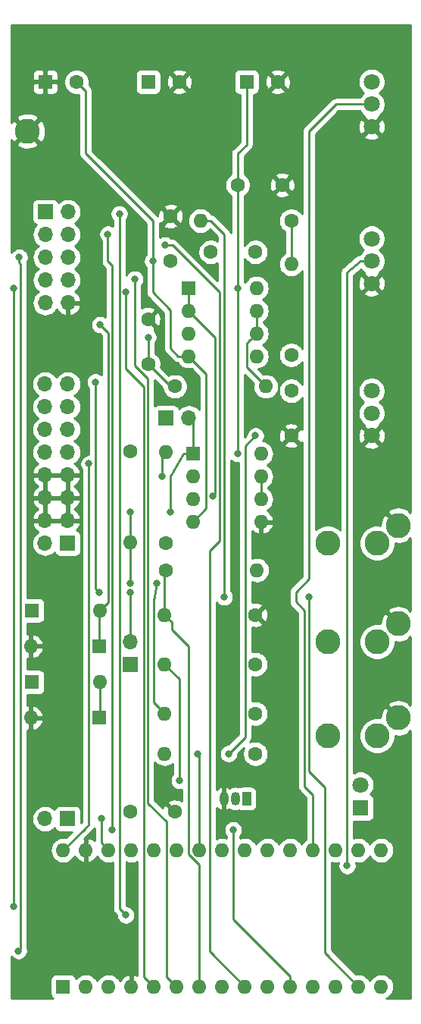
<source format=gbr>
G04 #@! TF.GenerationSoftware,KiCad,Pcbnew,(5.1.2)-1*
G04 #@! TF.CreationDate,2019-10-08T15:51:24-07:00*
G04 #@! TF.ProjectId,sputterizer,73707574-7465-4726-997a-65722e6b6963,rev?*
G04 #@! TF.SameCoordinates,Original*
G04 #@! TF.FileFunction,Copper,L2,Bot*
G04 #@! TF.FilePolarity,Positive*
%FSLAX46Y46*%
G04 Gerber Fmt 4.6, Leading zero omitted, Abs format (unit mm)*
G04 Created by KiCad (PCBNEW (5.1.2)-1) date 2019-10-08 15:51:24*
%MOMM*%
%LPD*%
G04 APERTURE LIST*
%ADD10O,1.700000X1.700000*%
%ADD11R,1.700000X1.700000*%
%ADD12O,1.600000X1.600000*%
%ADD13R,1.600000X1.600000*%
%ADD14C,1.600000*%
%ADD15C,1.800000*%
%ADD16R,1.800000X1.800000*%
%ADD17C,2.800000*%
%ADD18R,1.050000X1.500000*%
%ADD19O,1.050000X1.500000*%
%ADD20C,0.800000*%
%ADD21C,0.250000*%
%ADD22C,0.254000*%
G04 APERTURE END LIST*
D10*
X56040000Y-96660000D03*
X53500000Y-96660000D03*
X56040000Y-94120000D03*
X53500000Y-94120000D03*
X56040000Y-91580000D03*
X53500000Y-91580000D03*
X56040000Y-89040000D03*
X53500000Y-89040000D03*
X56040000Y-86500000D03*
D11*
X53500000Y-86500000D03*
D12*
X91060000Y-157760000D03*
X91060000Y-173000000D03*
X55500000Y-157760000D03*
X88520000Y-173000000D03*
X58040000Y-157760000D03*
X85980000Y-173000000D03*
X60580000Y-157760000D03*
X83440000Y-173000000D03*
X63120000Y-157760000D03*
X80900000Y-173000000D03*
X65660000Y-157760000D03*
X78360000Y-173000000D03*
X68200000Y-157760000D03*
X75820000Y-173000000D03*
X70740000Y-157760000D03*
X73280000Y-173000000D03*
X73280000Y-157760000D03*
X70740000Y-173000000D03*
X75820000Y-157760000D03*
X68200000Y-173000000D03*
X78360000Y-157760000D03*
X65660000Y-173000000D03*
X80900000Y-157760000D03*
X63120000Y-173000000D03*
X83440000Y-157760000D03*
X60580000Y-173000000D03*
X85980000Y-157760000D03*
X58040000Y-173000000D03*
X88520000Y-157760000D03*
D13*
X55500000Y-173000000D03*
D14*
X79500000Y-72000000D03*
D13*
X76000000Y-72000000D03*
D14*
X80000000Y-83500000D03*
X75000000Y-83500000D03*
X57000000Y-72000000D03*
D13*
X53500000Y-72000000D03*
D14*
X67500000Y-92000000D03*
X67500000Y-87000000D03*
X68000000Y-153500000D03*
X63000000Y-153500000D03*
X68500000Y-72000000D03*
D13*
X65000000Y-72000000D03*
D14*
X81000000Y-111500000D03*
X81000000Y-106500000D03*
X65000000Y-98500000D03*
X65000000Y-103500000D03*
X77000000Y-91000000D03*
X72000000Y-91000000D03*
D12*
X59620000Y-131000000D03*
D13*
X52000000Y-131000000D03*
D12*
X51880000Y-135000000D03*
D13*
X59500000Y-135000000D03*
D12*
X59620000Y-139000000D03*
D13*
X52000000Y-139000000D03*
D12*
X51880000Y-143000000D03*
D13*
X59500000Y-143000000D03*
D15*
X88750000Y-150460000D03*
D16*
X88750000Y-153000000D03*
D17*
X85100000Y-123500000D03*
X90600000Y-123500000D03*
X93000000Y-121500000D03*
X85100000Y-134500000D03*
X90600000Y-134500000D03*
X93000000Y-132500000D03*
X85100000Y-145000000D03*
X90600000Y-145000000D03*
X93000000Y-143000000D03*
D10*
X53460000Y-105720000D03*
X56000000Y-105720000D03*
X53460000Y-108260000D03*
X56000000Y-108260000D03*
X53460000Y-110800000D03*
X56000000Y-110800000D03*
X53460000Y-113340000D03*
X56000000Y-113340000D03*
X53460000Y-115880000D03*
X56000000Y-115880000D03*
X53460000Y-118420000D03*
X56000000Y-118420000D03*
X53460000Y-120960000D03*
X56000000Y-120960000D03*
X53460000Y-123500000D03*
D11*
X56000000Y-123500000D03*
D18*
X76000000Y-152000000D03*
D19*
X73460000Y-152000000D03*
X74730000Y-152000000D03*
D12*
X77160000Y-126500000D03*
D14*
X67000000Y-126500000D03*
D12*
X66840000Y-137000000D03*
D14*
X77000000Y-137000000D03*
D12*
X66840000Y-142500000D03*
D14*
X77000000Y-142500000D03*
D12*
X70840000Y-87500000D03*
D14*
X81000000Y-87500000D03*
D12*
X81000000Y-92340000D03*
D14*
X81000000Y-102500000D03*
D12*
X78160000Y-106000000D03*
D14*
X68000000Y-106000000D03*
D12*
X66840000Y-147000000D03*
D14*
X77000000Y-147000000D03*
D12*
X66840000Y-131500000D03*
D14*
X77000000Y-131500000D03*
D12*
X77120000Y-95000000D03*
X69500000Y-102620000D03*
X77120000Y-97540000D03*
X69500000Y-100080000D03*
X77120000Y-100080000D03*
X69500000Y-97540000D03*
X77120000Y-102620000D03*
D13*
X69500000Y-95000000D03*
D10*
X69540000Y-109500000D03*
D11*
X67000000Y-109500000D03*
D10*
X63000000Y-134460000D03*
D11*
X63000000Y-137000000D03*
D12*
X67000000Y-113340000D03*
D14*
X67000000Y-123500000D03*
D12*
X63000000Y-123410000D03*
D14*
X63000000Y-113250000D03*
D12*
X77620000Y-113500000D03*
X70000000Y-121120000D03*
X77620000Y-116040000D03*
X70000000Y-118580000D03*
X77620000Y-118580000D03*
X70000000Y-116040000D03*
X77620000Y-121120000D03*
D13*
X70000000Y-113500000D03*
D17*
X51500000Y-77500000D03*
D10*
X53460000Y-154250000D03*
D11*
X56000000Y-154250000D03*
D15*
X90000000Y-77000000D03*
X90000000Y-74500000D03*
X90000000Y-72000000D03*
X90000000Y-94500000D03*
X90000000Y-92000000D03*
X90000000Y-89500000D03*
X90000000Y-111500000D03*
X90000000Y-109000000D03*
X90000000Y-106500000D03*
D20*
X62500000Y-95500000D03*
X63500000Y-94000000D03*
X59620000Y-99120000D03*
X87250000Y-159500000D03*
X50500000Y-169000000D03*
X50580000Y-91580000D03*
X77000000Y-111500000D03*
X74000000Y-147000000D03*
X70500000Y-147000000D03*
X66900003Y-90215001D03*
X62500000Y-165000000D03*
X61774999Y-86725001D03*
X74500000Y-155500000D03*
X61000000Y-155500000D03*
X60500000Y-89000000D03*
X50000000Y-95000000D03*
X50000000Y-164000000D03*
X59750000Y-154250000D03*
X83000000Y-129500000D03*
X73500000Y-129500000D03*
X68500000Y-150000000D03*
X75000000Y-113500000D03*
X75000000Y-95000000D03*
X58374999Y-114625001D03*
X65500000Y-92000000D03*
X65000000Y-100500000D03*
X63000000Y-129000000D03*
X59500000Y-129000000D03*
X59100000Y-105500000D03*
X66540000Y-116040000D03*
X72250000Y-118250000D03*
X63000000Y-120000000D03*
X67500000Y-120000000D03*
X63000000Y-128000000D03*
X66000000Y-128000000D03*
D21*
X86000000Y-74500000D02*
X83000000Y-77500000D01*
X90000000Y-74500000D02*
X86000000Y-74500000D01*
X83000000Y-77500000D02*
X83000000Y-127000000D01*
X83440000Y-151586998D02*
X82500000Y-150646998D01*
X83440000Y-157760000D02*
X83440000Y-151586998D01*
X82500000Y-150646998D02*
X82500000Y-131000000D01*
X82500000Y-131000000D02*
X81500000Y-130000000D01*
X81500000Y-130000000D02*
X81500000Y-129000000D01*
X81500000Y-129000000D02*
X83000000Y-127500000D01*
X83000000Y-127500000D02*
X83000000Y-127000000D01*
X64534999Y-171874999D02*
X64534999Y-107034999D01*
X65660000Y-173000000D02*
X64534999Y-171874999D01*
X64534999Y-107034999D02*
X64534999Y-106034999D01*
X64534999Y-106034999D02*
X62500000Y-104000000D01*
X62500000Y-104000000D02*
X62500000Y-95500000D01*
X62500000Y-95500000D02*
X62500000Y-95500000D01*
X67074999Y-171874999D02*
X67074999Y-154574999D01*
X68200000Y-173000000D02*
X67074999Y-171874999D01*
X64985009Y-152485009D02*
X64985009Y-105150011D01*
X67074999Y-154574999D02*
X64985009Y-152485009D01*
X64985009Y-105150011D02*
X63500000Y-103665002D01*
X63500000Y-103665002D02*
X63500000Y-94000000D01*
X63500000Y-94000000D02*
X63500000Y-94000000D01*
X70740000Y-159425002D02*
X69500000Y-158185002D01*
X70740000Y-173000000D02*
X70740000Y-159425002D01*
X69500000Y-158185002D02*
X69500000Y-135000000D01*
X69500000Y-135000000D02*
X69500000Y-135000000D01*
X59500000Y-131120000D02*
X59620000Y-131000000D01*
X59500000Y-135000000D02*
X59500000Y-131120000D01*
X67639999Y-133139999D02*
X69500000Y-135000000D01*
X67639999Y-132299999D02*
X67639999Y-133139999D01*
X66840000Y-131500000D02*
X67639999Y-132299999D01*
X66840000Y-126660000D02*
X67000000Y-126500000D01*
X66840000Y-131500000D02*
X66840000Y-126660000D01*
X59620000Y-99120000D02*
X59620000Y-99120000D01*
X60549990Y-130070010D02*
X59620000Y-131000000D01*
X59620000Y-99120000D02*
X60549990Y-100049990D01*
X60549990Y-100049990D02*
X60549990Y-130070010D01*
X87000000Y-159500000D02*
X87000000Y-159500000D01*
X88727208Y-92000000D02*
X87250000Y-93227208D01*
X90000000Y-92000000D02*
X88727208Y-92000000D01*
X87250000Y-157250000D02*
X87250000Y-159500000D01*
X87250000Y-93227208D02*
X87250000Y-157250000D01*
X50580000Y-92145685D02*
X50580000Y-91580000D01*
X50754999Y-92320684D02*
X50580000Y-92145685D01*
X50754999Y-168745001D02*
X50754999Y-92320684D01*
X50500000Y-169000000D02*
X50754999Y-168745001D01*
X75874999Y-112625001D02*
X75874999Y-145125001D01*
X77000000Y-111500000D02*
X75874999Y-112625001D01*
X75874999Y-145125001D02*
X74000000Y-147000000D01*
X74000000Y-147000000D02*
X74000000Y-147000000D01*
X70740000Y-147240000D02*
X70500000Y-147000000D01*
X70740000Y-157760000D02*
X70740000Y-147240000D01*
X66900003Y-90215001D02*
X66900003Y-90215001D01*
X67715001Y-90215001D02*
X66900003Y-90215001D01*
X73000000Y-95500000D02*
X67715001Y-90215001D01*
X73000000Y-123230002D02*
X73000000Y-95500000D01*
X71865001Y-124365001D02*
X73000000Y-123230002D01*
X75820000Y-173000000D02*
X71865001Y-169045001D01*
X71865001Y-169045001D02*
X71865001Y-124365001D01*
X61774999Y-86725001D02*
X61774999Y-86725001D01*
X61994999Y-164494999D02*
X62500000Y-165000000D01*
X61774999Y-86725001D02*
X61774999Y-164274999D01*
X61774999Y-164274999D02*
X61994999Y-164494999D01*
X80900000Y-171868630D02*
X74500000Y-165468630D01*
X80900000Y-173000000D02*
X80900000Y-171868630D01*
X74500000Y-165468630D02*
X74500000Y-155500000D01*
X74500000Y-155500000D02*
X74500000Y-155500000D01*
X61000000Y-155500000D02*
X61000000Y-108000000D01*
X61000000Y-108000000D02*
X61000000Y-108000000D01*
X61000000Y-92500000D02*
X60500000Y-92000000D01*
X61000000Y-108000000D02*
X61000000Y-92500000D01*
X60500000Y-92000000D02*
X60500000Y-89000000D01*
X60500000Y-89000000D02*
X60500000Y-89000000D01*
X50000000Y-164000000D02*
X50000000Y-95000000D01*
X60580000Y-157730000D02*
X60580000Y-157760000D01*
X59780001Y-156960001D02*
X60580000Y-157760000D01*
X59750000Y-156930000D02*
X59780001Y-156960001D01*
X59750000Y-154250000D02*
X59750000Y-156930000D01*
X73500000Y-89000000D02*
X73500000Y-109000000D01*
X70840000Y-87500000D02*
X72000000Y-87500000D01*
X72000000Y-87500000D02*
X73500000Y-89000000D01*
X73500000Y-109000000D02*
X73500000Y-129500000D01*
X83000000Y-148500000D02*
X83000000Y-129500000D01*
X83000000Y-149000000D02*
X83000000Y-148500000D01*
X84724999Y-150724999D02*
X83000000Y-149000000D01*
X88520000Y-173000000D02*
X84724999Y-169204999D01*
X84724999Y-169204999D02*
X84724999Y-150724999D01*
X59620000Y-142880000D02*
X59500000Y-143000000D01*
X59620000Y-139000000D02*
X59620000Y-142880000D01*
X66840000Y-137000000D02*
X68500000Y-138660000D01*
X68500000Y-138660000D02*
X68500000Y-150000000D01*
X68500000Y-150000000D02*
X68500000Y-150000000D01*
X75000000Y-80000000D02*
X75000000Y-95000000D01*
X75000000Y-92500000D02*
X75000000Y-113500000D01*
X76000000Y-79000000D02*
X75000000Y-80000000D01*
X76000000Y-72000000D02*
X76000000Y-79000000D01*
X58374999Y-154885001D02*
X57880000Y-155380000D01*
X58374999Y-114625001D02*
X58374999Y-154885001D01*
X55500000Y-157760000D02*
X57880000Y-155380000D01*
X57880000Y-155380000D02*
X58040000Y-155220000D01*
X58000000Y-73000000D02*
X57000000Y-72000000D01*
X58000000Y-80000000D02*
X58000000Y-73000000D01*
X58000000Y-80000000D02*
X65500000Y-87500000D01*
X65500000Y-87500000D02*
X65500000Y-92000000D01*
X65500000Y-95500000D02*
X67500000Y-97500000D01*
X68368630Y-102620000D02*
X67500000Y-101751370D01*
X69500000Y-102620000D02*
X68368630Y-102620000D01*
X67500000Y-101751370D02*
X67500000Y-97500000D01*
X69500000Y-102620000D02*
X71500000Y-104620000D01*
X71500000Y-119620000D02*
X70000000Y-121120000D01*
X71500000Y-104620000D02*
X71500000Y-119620000D01*
X65500000Y-92000000D02*
X65500000Y-95500000D01*
X65000000Y-103500000D02*
X65000000Y-100500000D01*
X65000000Y-100500000D02*
X65000000Y-100500000D01*
X67500000Y-106000000D02*
X68000000Y-106000000D01*
X65000000Y-103500000D02*
X67500000Y-106000000D01*
X77120000Y-100080000D02*
X77120000Y-97540000D01*
X76320001Y-100879999D02*
X77120000Y-100080000D01*
X75994999Y-101205001D02*
X76320001Y-100879999D01*
X75994999Y-103834999D02*
X75994999Y-101205001D01*
X78160000Y-106000000D02*
X75994999Y-103834999D01*
X81000000Y-87500000D02*
X81000000Y-92340000D01*
X63000000Y-134460000D02*
X63000000Y-129000000D01*
X63000000Y-129000000D02*
X63000000Y-129000000D01*
X59100001Y-128600001D02*
X59500000Y-129000000D01*
X59100000Y-105500000D02*
X59100000Y-105500000D01*
X59100000Y-105500000D02*
X59100001Y-128600001D01*
X66540000Y-113800000D02*
X67000000Y-113340000D01*
X66540000Y-116040000D02*
X66540000Y-113800000D01*
X69500000Y-97540000D02*
X69500000Y-95000000D01*
X69500000Y-97540000D02*
X72500000Y-100540000D01*
X72500000Y-100540000D02*
X72500000Y-116080000D01*
X72500000Y-116080000D02*
X72500000Y-118000000D01*
X72500000Y-118000000D02*
X72250000Y-118250000D01*
X77620000Y-118580000D02*
X77620000Y-116040000D01*
X70040000Y-113460000D02*
X70000000Y-113500000D01*
X63000000Y-120000000D02*
X63000000Y-123410000D01*
X67500000Y-116000000D02*
X67500000Y-120000000D01*
X70000000Y-113500000D02*
X68950000Y-113500000D01*
X68950000Y-113500000D02*
X67500000Y-116000000D01*
X70000000Y-109960000D02*
X69540000Y-109500000D01*
X70000000Y-113500000D02*
X70000000Y-109960000D01*
X63000000Y-123410000D02*
X63000000Y-128000000D01*
X66040001Y-141700001D02*
X66840000Y-142500000D01*
X65600001Y-141260001D02*
X66040001Y-141700001D01*
X65600001Y-129899999D02*
X65600001Y-141260001D01*
X66000000Y-128000000D02*
X65600001Y-129899999D01*
D22*
G36*
X94315001Y-120005391D02*
G01*
X94240841Y-120079551D01*
X94096865Y-119774230D01*
X93739108Y-119593403D01*
X93352947Y-119485845D01*
X92953223Y-119455690D01*
X92555296Y-119504096D01*
X92174460Y-119629205D01*
X91903135Y-119774230D01*
X91759158Y-120079553D01*
X93000000Y-121320395D01*
X93014143Y-121306253D01*
X93193748Y-121485858D01*
X93179605Y-121500000D01*
X93193748Y-121514143D01*
X93014143Y-121693748D01*
X93000000Y-121679605D01*
X92985858Y-121693748D01*
X92806253Y-121514143D01*
X92820395Y-121500000D01*
X91579553Y-120259158D01*
X91274230Y-120403135D01*
X91093403Y-120760892D01*
X90985845Y-121147053D01*
X90959473Y-121496636D01*
X90800430Y-121465000D01*
X90399570Y-121465000D01*
X90006413Y-121543204D01*
X89636066Y-121696607D01*
X89302763Y-121919313D01*
X89019313Y-122202763D01*
X88796607Y-122536066D01*
X88643204Y-122906413D01*
X88565000Y-123299570D01*
X88565000Y-123700430D01*
X88643204Y-124093587D01*
X88796607Y-124463934D01*
X89019313Y-124797237D01*
X89302763Y-125080687D01*
X89636066Y-125303393D01*
X90006413Y-125456796D01*
X90399570Y-125535000D01*
X90800430Y-125535000D01*
X91193587Y-125456796D01*
X91563934Y-125303393D01*
X91897237Y-125080687D01*
X92180687Y-124797237D01*
X92403393Y-124463934D01*
X92556796Y-124093587D01*
X92635000Y-123700430D01*
X92635000Y-123510798D01*
X92647053Y-123514155D01*
X93046777Y-123544310D01*
X93444704Y-123495904D01*
X93825540Y-123370795D01*
X94096865Y-123225770D01*
X94240841Y-122920449D01*
X94315001Y-122994609D01*
X94315001Y-131005391D01*
X94240841Y-131079551D01*
X94096865Y-130774230D01*
X93739108Y-130593403D01*
X93352947Y-130485845D01*
X92953223Y-130455690D01*
X92555296Y-130504096D01*
X92174460Y-130629205D01*
X91903135Y-130774230D01*
X91759158Y-131079553D01*
X93000000Y-132320395D01*
X93014143Y-132306253D01*
X93193748Y-132485858D01*
X93179605Y-132500000D01*
X93193748Y-132514143D01*
X93014143Y-132693748D01*
X93000000Y-132679605D01*
X92985858Y-132693748D01*
X92806253Y-132514143D01*
X92820395Y-132500000D01*
X91579553Y-131259158D01*
X91274230Y-131403135D01*
X91093403Y-131760892D01*
X90985845Y-132147053D01*
X90959473Y-132496636D01*
X90800430Y-132465000D01*
X90399570Y-132465000D01*
X90006413Y-132543204D01*
X89636066Y-132696607D01*
X89302763Y-132919313D01*
X89019313Y-133202763D01*
X88796607Y-133536066D01*
X88643204Y-133906413D01*
X88565000Y-134299570D01*
X88565000Y-134700430D01*
X88643204Y-135093587D01*
X88796607Y-135463934D01*
X89019313Y-135797237D01*
X89302763Y-136080687D01*
X89636066Y-136303393D01*
X90006413Y-136456796D01*
X90399570Y-136535000D01*
X90800430Y-136535000D01*
X91193587Y-136456796D01*
X91563934Y-136303393D01*
X91897237Y-136080687D01*
X92180687Y-135797237D01*
X92403393Y-135463934D01*
X92556796Y-135093587D01*
X92635000Y-134700430D01*
X92635000Y-134510798D01*
X92647053Y-134514155D01*
X93046777Y-134544310D01*
X93444704Y-134495904D01*
X93825540Y-134370795D01*
X94096865Y-134225770D01*
X94240841Y-133920449D01*
X94315001Y-133994609D01*
X94315001Y-141505391D01*
X94240841Y-141579551D01*
X94096865Y-141274230D01*
X93739108Y-141093403D01*
X93352947Y-140985845D01*
X92953223Y-140955690D01*
X92555296Y-141004096D01*
X92174460Y-141129205D01*
X91903135Y-141274230D01*
X91759158Y-141579553D01*
X93000000Y-142820395D01*
X93014143Y-142806253D01*
X93193748Y-142985858D01*
X93179605Y-143000000D01*
X93193748Y-143014143D01*
X93014143Y-143193748D01*
X93000000Y-143179605D01*
X92985858Y-143193748D01*
X92806253Y-143014143D01*
X92820395Y-143000000D01*
X91579553Y-141759158D01*
X91274230Y-141903135D01*
X91093403Y-142260892D01*
X90985845Y-142647053D01*
X90959473Y-142996636D01*
X90800430Y-142965000D01*
X90399570Y-142965000D01*
X90006413Y-143043204D01*
X89636066Y-143196607D01*
X89302763Y-143419313D01*
X89019313Y-143702763D01*
X88796607Y-144036066D01*
X88643204Y-144406413D01*
X88565000Y-144799570D01*
X88565000Y-145200430D01*
X88643204Y-145593587D01*
X88796607Y-145963934D01*
X89019313Y-146297237D01*
X89302763Y-146580687D01*
X89636066Y-146803393D01*
X90006413Y-146956796D01*
X90399570Y-147035000D01*
X90800430Y-147035000D01*
X91193587Y-146956796D01*
X91563934Y-146803393D01*
X91897237Y-146580687D01*
X92180687Y-146297237D01*
X92403393Y-145963934D01*
X92556796Y-145593587D01*
X92635000Y-145200430D01*
X92635000Y-145010798D01*
X92647053Y-145014155D01*
X93046777Y-145044310D01*
X93444704Y-144995904D01*
X93825540Y-144870795D01*
X94096865Y-144725770D01*
X94240841Y-144420449D01*
X94315001Y-144494609D01*
X94315001Y-174315000D01*
X91643953Y-174315000D01*
X91861101Y-174198932D01*
X92079608Y-174019608D01*
X92258932Y-173801101D01*
X92392182Y-173551808D01*
X92474236Y-173281309D01*
X92501943Y-173000000D01*
X92474236Y-172718691D01*
X92392182Y-172448192D01*
X92258932Y-172198899D01*
X92079608Y-171980392D01*
X91861101Y-171801068D01*
X91611808Y-171667818D01*
X91341309Y-171585764D01*
X91130492Y-171565000D01*
X90989508Y-171565000D01*
X90778691Y-171585764D01*
X90508192Y-171667818D01*
X90258899Y-171801068D01*
X90040392Y-171980392D01*
X89861068Y-172198899D01*
X89790000Y-172331858D01*
X89718932Y-172198899D01*
X89539608Y-171980392D01*
X89321101Y-171801068D01*
X89071808Y-171667818D01*
X88801309Y-171585764D01*
X88590492Y-171565000D01*
X88449508Y-171565000D01*
X88238691Y-171585764D01*
X88194094Y-171599292D01*
X85484999Y-168890198D01*
X85484999Y-159109414D01*
X85698691Y-159174236D01*
X85909508Y-159195000D01*
X86050492Y-159195000D01*
X86261309Y-159174236D01*
X86265141Y-159173074D01*
X86254774Y-159198102D01*
X86215000Y-159398061D01*
X86215000Y-159601939D01*
X86254774Y-159801898D01*
X86332795Y-159990256D01*
X86446063Y-160159774D01*
X86590226Y-160303937D01*
X86759744Y-160417205D01*
X86948102Y-160495226D01*
X87148061Y-160535000D01*
X87351939Y-160535000D01*
X87551898Y-160495226D01*
X87740256Y-160417205D01*
X87909774Y-160303937D01*
X88053937Y-160159774D01*
X88167205Y-159990256D01*
X88245226Y-159801898D01*
X88285000Y-159601939D01*
X88285000Y-159398061D01*
X88245226Y-159198102D01*
X88234859Y-159173074D01*
X88238691Y-159174236D01*
X88449508Y-159195000D01*
X88590492Y-159195000D01*
X88801309Y-159174236D01*
X89071808Y-159092182D01*
X89321101Y-158958932D01*
X89539608Y-158779608D01*
X89718932Y-158561101D01*
X89790000Y-158428142D01*
X89861068Y-158561101D01*
X90040392Y-158779608D01*
X90258899Y-158958932D01*
X90508192Y-159092182D01*
X90778691Y-159174236D01*
X90989508Y-159195000D01*
X91130492Y-159195000D01*
X91341309Y-159174236D01*
X91611808Y-159092182D01*
X91861101Y-158958932D01*
X92079608Y-158779608D01*
X92258932Y-158561101D01*
X92392182Y-158311808D01*
X92474236Y-158041309D01*
X92501943Y-157760000D01*
X92474236Y-157478691D01*
X92392182Y-157208192D01*
X92258932Y-156958899D01*
X92079608Y-156740392D01*
X91861101Y-156561068D01*
X91611808Y-156427818D01*
X91341309Y-156345764D01*
X91130492Y-156325000D01*
X90989508Y-156325000D01*
X90778691Y-156345764D01*
X90508192Y-156427818D01*
X90258899Y-156561068D01*
X90040392Y-156740392D01*
X89861068Y-156958899D01*
X89790000Y-157091858D01*
X89718932Y-156958899D01*
X89539608Y-156740392D01*
X89321101Y-156561068D01*
X89071808Y-156427818D01*
X88801309Y-156345764D01*
X88590492Y-156325000D01*
X88449508Y-156325000D01*
X88238691Y-156345764D01*
X88010000Y-156415136D01*
X88010000Y-154538072D01*
X89650000Y-154538072D01*
X89774482Y-154525812D01*
X89894180Y-154489502D01*
X90004494Y-154430537D01*
X90101185Y-154351185D01*
X90180537Y-154254494D01*
X90239502Y-154144180D01*
X90275812Y-154024482D01*
X90288072Y-153900000D01*
X90288072Y-152100000D01*
X90275812Y-151975518D01*
X90239502Y-151855820D01*
X90180537Y-151745506D01*
X90101185Y-151648815D01*
X90004494Y-151569463D01*
X89894180Y-151510498D01*
X89875873Y-151504944D01*
X89942312Y-151438505D01*
X90110299Y-151187095D01*
X90226011Y-150907743D01*
X90285000Y-150611184D01*
X90285000Y-150308816D01*
X90226011Y-150012257D01*
X90110299Y-149732905D01*
X89942312Y-149481495D01*
X89728505Y-149267688D01*
X89477095Y-149099701D01*
X89197743Y-148983989D01*
X88901184Y-148925000D01*
X88598816Y-148925000D01*
X88302257Y-148983989D01*
X88022905Y-149099701D01*
X88010000Y-149108324D01*
X88010000Y-112564080D01*
X89115525Y-112564080D01*
X89199208Y-112818261D01*
X89471775Y-112949158D01*
X89764642Y-113024365D01*
X90066553Y-113040991D01*
X90365907Y-112998397D01*
X90651199Y-112898222D01*
X90800792Y-112818261D01*
X90884475Y-112564080D01*
X90000000Y-111679605D01*
X89115525Y-112564080D01*
X88010000Y-112564080D01*
X88010000Y-111566553D01*
X88459009Y-111566553D01*
X88501603Y-111865907D01*
X88601778Y-112151199D01*
X88681739Y-112300792D01*
X88935920Y-112384475D01*
X89820395Y-111500000D01*
X90179605Y-111500000D01*
X91064080Y-112384475D01*
X91318261Y-112300792D01*
X91449158Y-112028225D01*
X91524365Y-111735358D01*
X91540991Y-111433447D01*
X91498397Y-111134093D01*
X91398222Y-110848801D01*
X91318261Y-110699208D01*
X91064080Y-110615525D01*
X90179605Y-111500000D01*
X89820395Y-111500000D01*
X88935920Y-110615525D01*
X88681739Y-110699208D01*
X88550842Y-110971775D01*
X88475635Y-111264642D01*
X88459009Y-111566553D01*
X88010000Y-111566553D01*
X88010000Y-106348816D01*
X88465000Y-106348816D01*
X88465000Y-106651184D01*
X88523989Y-106947743D01*
X88639701Y-107227095D01*
X88807688Y-107478505D01*
X89021495Y-107692312D01*
X89107831Y-107750000D01*
X89021495Y-107807688D01*
X88807688Y-108021495D01*
X88639701Y-108272905D01*
X88523989Y-108552257D01*
X88465000Y-108848816D01*
X88465000Y-109151184D01*
X88523989Y-109447743D01*
X88639701Y-109727095D01*
X88807688Y-109978505D01*
X89021495Y-110192312D01*
X89164310Y-110287738D01*
X89115525Y-110435920D01*
X90000000Y-111320395D01*
X90884475Y-110435920D01*
X90835690Y-110287738D01*
X90978505Y-110192312D01*
X91192312Y-109978505D01*
X91360299Y-109727095D01*
X91476011Y-109447743D01*
X91535000Y-109151184D01*
X91535000Y-108848816D01*
X91476011Y-108552257D01*
X91360299Y-108272905D01*
X91192312Y-108021495D01*
X90978505Y-107807688D01*
X90892169Y-107750000D01*
X90978505Y-107692312D01*
X91192312Y-107478505D01*
X91360299Y-107227095D01*
X91476011Y-106947743D01*
X91535000Y-106651184D01*
X91535000Y-106348816D01*
X91476011Y-106052257D01*
X91360299Y-105772905D01*
X91192312Y-105521495D01*
X90978505Y-105307688D01*
X90727095Y-105139701D01*
X90447743Y-105023989D01*
X90151184Y-104965000D01*
X89848816Y-104965000D01*
X89552257Y-105023989D01*
X89272905Y-105139701D01*
X89021495Y-105307688D01*
X88807688Y-105521495D01*
X88639701Y-105772905D01*
X88523989Y-106052257D01*
X88465000Y-106348816D01*
X88010000Y-106348816D01*
X88010000Y-95564080D01*
X89115525Y-95564080D01*
X89199208Y-95818261D01*
X89471775Y-95949158D01*
X89764642Y-96024365D01*
X90066553Y-96040991D01*
X90365907Y-95998397D01*
X90651199Y-95898222D01*
X90800792Y-95818261D01*
X90884475Y-95564080D01*
X90000000Y-94679605D01*
X89115525Y-95564080D01*
X88010000Y-95564080D01*
X88010000Y-94566553D01*
X88459009Y-94566553D01*
X88501603Y-94865907D01*
X88601778Y-95151199D01*
X88681739Y-95300792D01*
X88935920Y-95384475D01*
X89820395Y-94500000D01*
X90179605Y-94500000D01*
X91064080Y-95384475D01*
X91318261Y-95300792D01*
X91449158Y-95028225D01*
X91524365Y-94735358D01*
X91540991Y-94433447D01*
X91498397Y-94134093D01*
X91398222Y-93848801D01*
X91318261Y-93699208D01*
X91064080Y-93615525D01*
X90179605Y-94500000D01*
X89820395Y-94500000D01*
X88935920Y-93615525D01*
X88681739Y-93699208D01*
X88550842Y-93971775D01*
X88475635Y-94264642D01*
X88459009Y-94566553D01*
X88010000Y-94566553D01*
X88010000Y-93583877D01*
X88783061Y-92941648D01*
X88807688Y-92978505D01*
X89021495Y-93192312D01*
X89164310Y-93287738D01*
X89115525Y-93435920D01*
X90000000Y-94320395D01*
X90884475Y-93435920D01*
X90835690Y-93287738D01*
X90978505Y-93192312D01*
X91192312Y-92978505D01*
X91360299Y-92727095D01*
X91476011Y-92447743D01*
X91535000Y-92151184D01*
X91535000Y-91848816D01*
X91476011Y-91552257D01*
X91360299Y-91272905D01*
X91192312Y-91021495D01*
X90978505Y-90807688D01*
X90892169Y-90750000D01*
X90978505Y-90692312D01*
X91192312Y-90478505D01*
X91360299Y-90227095D01*
X91476011Y-89947743D01*
X91535000Y-89651184D01*
X91535000Y-89348816D01*
X91476011Y-89052257D01*
X91360299Y-88772905D01*
X91192312Y-88521495D01*
X90978505Y-88307688D01*
X90727095Y-88139701D01*
X90447743Y-88023989D01*
X90151184Y-87965000D01*
X89848816Y-87965000D01*
X89552257Y-88023989D01*
X89272905Y-88139701D01*
X89021495Y-88307688D01*
X88807688Y-88521495D01*
X88639701Y-88772905D01*
X88523989Y-89052257D01*
X88465000Y-89348816D01*
X88465000Y-89651184D01*
X88523989Y-89947743D01*
X88639701Y-90227095D01*
X88807688Y-90478505D01*
X89021495Y-90692312D01*
X89107831Y-90750000D01*
X89021495Y-90807688D01*
X88807688Y-91021495D01*
X88661432Y-91240382D01*
X88647799Y-91240464D01*
X88613292Y-91247543D01*
X88578222Y-91250997D01*
X88540132Y-91262551D01*
X88501146Y-91270549D01*
X88468680Y-91284226D01*
X88434961Y-91294454D01*
X88399856Y-91313218D01*
X88363181Y-91328668D01*
X88334003Y-91348418D01*
X88302932Y-91365026D01*
X88272171Y-91390271D01*
X88270271Y-91391557D01*
X88243182Y-91414061D01*
X88187207Y-91459999D01*
X88185751Y-91461773D01*
X86766119Y-92641150D01*
X86709999Y-92687207D01*
X86684748Y-92717975D01*
X86656776Y-92746285D01*
X86637376Y-92775699D01*
X86615026Y-92802933D01*
X86596265Y-92838032D01*
X86574351Y-92871258D01*
X86561066Y-92903885D01*
X86544454Y-92934962D01*
X86532897Y-92973060D01*
X86517892Y-93009910D01*
X86511227Y-93044498D01*
X86500997Y-93078223D01*
X86497095Y-93117840D01*
X86489566Y-93156913D01*
X86490000Y-93229264D01*
X86490000Y-122012076D01*
X86397237Y-121919313D01*
X86063934Y-121696607D01*
X85693587Y-121543204D01*
X85300430Y-121465000D01*
X84899570Y-121465000D01*
X84506413Y-121543204D01*
X84136066Y-121696607D01*
X83802763Y-121919313D01*
X83760000Y-121962076D01*
X83760000Y-78064080D01*
X89115525Y-78064080D01*
X89199208Y-78318261D01*
X89471775Y-78449158D01*
X89764642Y-78524365D01*
X90066553Y-78540991D01*
X90365907Y-78498397D01*
X90651199Y-78398222D01*
X90800792Y-78318261D01*
X90884475Y-78064080D01*
X90000000Y-77179605D01*
X89115525Y-78064080D01*
X83760000Y-78064080D01*
X83760000Y-77814801D01*
X84508248Y-77066553D01*
X88459009Y-77066553D01*
X88501603Y-77365907D01*
X88601778Y-77651199D01*
X88681739Y-77800792D01*
X88935920Y-77884475D01*
X89820395Y-77000000D01*
X90179605Y-77000000D01*
X91064080Y-77884475D01*
X91318261Y-77800792D01*
X91449158Y-77528225D01*
X91524365Y-77235358D01*
X91540991Y-76933447D01*
X91498397Y-76634093D01*
X91398222Y-76348801D01*
X91318261Y-76199208D01*
X91064080Y-76115525D01*
X90179605Y-77000000D01*
X89820395Y-77000000D01*
X88935920Y-76115525D01*
X88681739Y-76199208D01*
X88550842Y-76471775D01*
X88475635Y-76764642D01*
X88459009Y-77066553D01*
X84508248Y-77066553D01*
X86314802Y-75260000D01*
X88661687Y-75260000D01*
X88807688Y-75478505D01*
X89021495Y-75692312D01*
X89164310Y-75787738D01*
X89115525Y-75935920D01*
X90000000Y-76820395D01*
X90884475Y-75935920D01*
X90835690Y-75787738D01*
X90978505Y-75692312D01*
X91192312Y-75478505D01*
X91360299Y-75227095D01*
X91476011Y-74947743D01*
X91535000Y-74651184D01*
X91535000Y-74348816D01*
X91476011Y-74052257D01*
X91360299Y-73772905D01*
X91192312Y-73521495D01*
X90978505Y-73307688D01*
X90892169Y-73250000D01*
X90978505Y-73192312D01*
X91192312Y-72978505D01*
X91360299Y-72727095D01*
X91476011Y-72447743D01*
X91535000Y-72151184D01*
X91535000Y-71848816D01*
X91476011Y-71552257D01*
X91360299Y-71272905D01*
X91192312Y-71021495D01*
X90978505Y-70807688D01*
X90727095Y-70639701D01*
X90447743Y-70523989D01*
X90151184Y-70465000D01*
X89848816Y-70465000D01*
X89552257Y-70523989D01*
X89272905Y-70639701D01*
X89021495Y-70807688D01*
X88807688Y-71021495D01*
X88639701Y-71272905D01*
X88523989Y-71552257D01*
X88465000Y-71848816D01*
X88465000Y-72151184D01*
X88523989Y-72447743D01*
X88639701Y-72727095D01*
X88807688Y-72978505D01*
X89021495Y-73192312D01*
X89107831Y-73250000D01*
X89021495Y-73307688D01*
X88807688Y-73521495D01*
X88661687Y-73740000D01*
X86037325Y-73740000D01*
X86000000Y-73736324D01*
X85962675Y-73740000D01*
X85962667Y-73740000D01*
X85851014Y-73750997D01*
X85707753Y-73794454D01*
X85575724Y-73865026D01*
X85459999Y-73959999D01*
X85436201Y-73988997D01*
X82489003Y-76936196D01*
X82459999Y-76959999D01*
X82404871Y-77027174D01*
X82365026Y-77075724D01*
X82326900Y-77147053D01*
X82294454Y-77207754D01*
X82250997Y-77351015D01*
X82240000Y-77462668D01*
X82240000Y-77462678D01*
X82236324Y-77500000D01*
X82240000Y-77537322D01*
X82240000Y-86772861D01*
X82114637Y-86585241D01*
X81914759Y-86385363D01*
X81679727Y-86228320D01*
X81418574Y-86120147D01*
X81141335Y-86065000D01*
X80858665Y-86065000D01*
X80581426Y-86120147D01*
X80320273Y-86228320D01*
X80085241Y-86385363D01*
X79885363Y-86585241D01*
X79728320Y-86820273D01*
X79620147Y-87081426D01*
X79565000Y-87358665D01*
X79565000Y-87641335D01*
X79620147Y-87918574D01*
X79728320Y-88179727D01*
X79885363Y-88414759D01*
X80085241Y-88614637D01*
X80240000Y-88718044D01*
X80240001Y-91119099D01*
X80198899Y-91141068D01*
X79980392Y-91320392D01*
X79801068Y-91538899D01*
X79667818Y-91788192D01*
X79585764Y-92058691D01*
X79558057Y-92340000D01*
X79585764Y-92621309D01*
X79667818Y-92891808D01*
X79801068Y-93141101D01*
X79980392Y-93359608D01*
X80198899Y-93538932D01*
X80448192Y-93672182D01*
X80718691Y-93754236D01*
X80929508Y-93775000D01*
X81070492Y-93775000D01*
X81281309Y-93754236D01*
X81551808Y-93672182D01*
X81801101Y-93538932D01*
X82019608Y-93359608D01*
X82198932Y-93141101D01*
X82240000Y-93064268D01*
X82240000Y-101772861D01*
X82114637Y-101585241D01*
X81914759Y-101385363D01*
X81679727Y-101228320D01*
X81418574Y-101120147D01*
X81141335Y-101065000D01*
X80858665Y-101065000D01*
X80581426Y-101120147D01*
X80320273Y-101228320D01*
X80085241Y-101385363D01*
X79885363Y-101585241D01*
X79728320Y-101820273D01*
X79620147Y-102081426D01*
X79565000Y-102358665D01*
X79565000Y-102641335D01*
X79620147Y-102918574D01*
X79728320Y-103179727D01*
X79885363Y-103414759D01*
X80085241Y-103614637D01*
X80320273Y-103771680D01*
X80581426Y-103879853D01*
X80858665Y-103935000D01*
X81141335Y-103935000D01*
X81418574Y-103879853D01*
X81679727Y-103771680D01*
X81914759Y-103614637D01*
X82114637Y-103414759D01*
X82240001Y-103227139D01*
X82240001Y-105772861D01*
X82114637Y-105585241D01*
X81914759Y-105385363D01*
X81679727Y-105228320D01*
X81418574Y-105120147D01*
X81141335Y-105065000D01*
X80858665Y-105065000D01*
X80581426Y-105120147D01*
X80320273Y-105228320D01*
X80085241Y-105385363D01*
X79885363Y-105585241D01*
X79728320Y-105820273D01*
X79620147Y-106081426D01*
X79565000Y-106358665D01*
X79565000Y-106641335D01*
X79620147Y-106918574D01*
X79728320Y-107179727D01*
X79885363Y-107414759D01*
X80085241Y-107614637D01*
X80320273Y-107771680D01*
X80581426Y-107879853D01*
X80858665Y-107935000D01*
X81141335Y-107935000D01*
X81418574Y-107879853D01*
X81679727Y-107771680D01*
X81914759Y-107614637D01*
X82114637Y-107414759D01*
X82240001Y-107227139D01*
X82240001Y-110764715D01*
X82236671Y-110758486D01*
X81992702Y-110686903D01*
X81179605Y-111500000D01*
X81992702Y-112313097D01*
X82236671Y-112241514D01*
X82240001Y-112234477D01*
X82240001Y-126962657D01*
X82240000Y-126962667D01*
X82240000Y-127185198D01*
X80988998Y-128436201D01*
X80960000Y-128459999D01*
X80936202Y-128488997D01*
X80936201Y-128488998D01*
X80865026Y-128575724D01*
X80794454Y-128707754D01*
X80781947Y-128748986D01*
X80754271Y-128840226D01*
X80750998Y-128851015D01*
X80736324Y-129000000D01*
X80740001Y-129037332D01*
X80740000Y-129962677D01*
X80736324Y-130000000D01*
X80740000Y-130037322D01*
X80740000Y-130037332D01*
X80750997Y-130148985D01*
X80785682Y-130263329D01*
X80794454Y-130292246D01*
X80865026Y-130424276D01*
X80904871Y-130472826D01*
X80959999Y-130540001D01*
X80989002Y-130563804D01*
X81740001Y-131314803D01*
X81740000Y-150609676D01*
X81736324Y-150646998D01*
X81740000Y-150684320D01*
X81740000Y-150684330D01*
X81750997Y-150795983D01*
X81787769Y-150917205D01*
X81794454Y-150939244D01*
X81865026Y-151071274D01*
X81904871Y-151119824D01*
X81959999Y-151186999D01*
X81989002Y-151210802D01*
X82680001Y-151901801D01*
X82680000Y-156539099D01*
X82638899Y-156561068D01*
X82420392Y-156740392D01*
X82241068Y-156958899D01*
X82170000Y-157091858D01*
X82098932Y-156958899D01*
X81919608Y-156740392D01*
X81701101Y-156561068D01*
X81451808Y-156427818D01*
X81181309Y-156345764D01*
X80970492Y-156325000D01*
X80829508Y-156325000D01*
X80618691Y-156345764D01*
X80348192Y-156427818D01*
X80098899Y-156561068D01*
X79880392Y-156740392D01*
X79701068Y-156958899D01*
X79630000Y-157091858D01*
X79558932Y-156958899D01*
X79379608Y-156740392D01*
X79161101Y-156561068D01*
X78911808Y-156427818D01*
X78641309Y-156345764D01*
X78430492Y-156325000D01*
X78289508Y-156325000D01*
X78078691Y-156345764D01*
X77808192Y-156427818D01*
X77558899Y-156561068D01*
X77340392Y-156740392D01*
X77161068Y-156958899D01*
X77090000Y-157091858D01*
X77018932Y-156958899D01*
X76839608Y-156740392D01*
X76621101Y-156561068D01*
X76371808Y-156427818D01*
X76101309Y-156345764D01*
X75890492Y-156325000D01*
X75749508Y-156325000D01*
X75538691Y-156345764D01*
X75268192Y-156427818D01*
X75260000Y-156432197D01*
X75260000Y-156203711D01*
X75303937Y-156159774D01*
X75417205Y-155990256D01*
X75495226Y-155801898D01*
X75535000Y-155601939D01*
X75535000Y-155398061D01*
X75495226Y-155198102D01*
X75417205Y-155009744D01*
X75303937Y-154840226D01*
X75159774Y-154696063D01*
X74990256Y-154582795D01*
X74801898Y-154504774D01*
X74601939Y-154465000D01*
X74398061Y-154465000D01*
X74198102Y-154504774D01*
X74009744Y-154582795D01*
X73840226Y-154696063D01*
X73696063Y-154840226D01*
X73582795Y-155009744D01*
X73504774Y-155198102D01*
X73465000Y-155398061D01*
X73465000Y-155601939D01*
X73504774Y-155801898D01*
X73582795Y-155990256D01*
X73696063Y-156159774D01*
X73740001Y-156203712D01*
X73740001Y-156399969D01*
X73561309Y-156345764D01*
X73350492Y-156325000D01*
X73209508Y-156325000D01*
X72998691Y-156345764D01*
X72728192Y-156427818D01*
X72625001Y-156482975D01*
X72625001Y-153035816D01*
X72695742Y-153110184D01*
X72883118Y-153242275D01*
X73092663Y-153335272D01*
X73154190Y-153343964D01*
X73333000Y-153218163D01*
X73333000Y-152127000D01*
X73313000Y-152127000D01*
X73313000Y-151873000D01*
X73333000Y-151873000D01*
X73333000Y-151718021D01*
X73570000Y-151718021D01*
X73570000Y-152281978D01*
X73586785Y-152452399D01*
X73587000Y-152453108D01*
X73587000Y-153218163D01*
X73765810Y-153343964D01*
X73827337Y-153335272D01*
X74036882Y-153242275D01*
X74095331Y-153201071D01*
X74283940Y-153301885D01*
X74502600Y-153368215D01*
X74730000Y-153390612D01*
X74957399Y-153368215D01*
X75166098Y-153304907D01*
X75230820Y-153339502D01*
X75350518Y-153375812D01*
X75475000Y-153388072D01*
X76525000Y-153388072D01*
X76649482Y-153375812D01*
X76769180Y-153339502D01*
X76879494Y-153280537D01*
X76976185Y-153201185D01*
X77055537Y-153104494D01*
X77114502Y-152994180D01*
X77150812Y-152874482D01*
X77163072Y-152750000D01*
X77163072Y-151250000D01*
X77150812Y-151125518D01*
X77114502Y-151005820D01*
X77055537Y-150895506D01*
X76976185Y-150798815D01*
X76879494Y-150719463D01*
X76769180Y-150660498D01*
X76649482Y-150624188D01*
X76525000Y-150611928D01*
X75475000Y-150611928D01*
X75350518Y-150624188D01*
X75230820Y-150660498D01*
X75166098Y-150695093D01*
X74957400Y-150631785D01*
X74730000Y-150609388D01*
X74502601Y-150631785D01*
X74283941Y-150698115D01*
X74095331Y-150798929D01*
X74036882Y-150757725D01*
X73827337Y-150664728D01*
X73765810Y-150656036D01*
X73587000Y-150781837D01*
X73587000Y-151546891D01*
X73586785Y-151547600D01*
X73570000Y-151718021D01*
X73333000Y-151718021D01*
X73333000Y-150781837D01*
X73154190Y-150656036D01*
X73092663Y-150664728D01*
X72883118Y-150757725D01*
X72695742Y-150889816D01*
X72625001Y-150964184D01*
X72625001Y-130053422D01*
X72696063Y-130159774D01*
X72840226Y-130303937D01*
X73009744Y-130417205D01*
X73198102Y-130495226D01*
X73398061Y-130535000D01*
X73601939Y-130535000D01*
X73801898Y-130495226D01*
X73990256Y-130417205D01*
X74159774Y-130303937D01*
X74303937Y-130159774D01*
X74417205Y-129990256D01*
X74495226Y-129801898D01*
X74535000Y-129601939D01*
X74535000Y-129398061D01*
X74495226Y-129198102D01*
X74417205Y-129009744D01*
X74303937Y-128840226D01*
X74260000Y-128796289D01*
X74260000Y-114223711D01*
X74340226Y-114303937D01*
X74509744Y-114417205D01*
X74698102Y-114495226D01*
X74898061Y-114535000D01*
X75101939Y-114535000D01*
X75114999Y-114532402D01*
X75115000Y-144810198D01*
X73960199Y-145965000D01*
X73898061Y-145965000D01*
X73698102Y-146004774D01*
X73509744Y-146082795D01*
X73340226Y-146196063D01*
X73196063Y-146340226D01*
X73082795Y-146509744D01*
X73004774Y-146698102D01*
X72965000Y-146898061D01*
X72965000Y-147101939D01*
X73004774Y-147301898D01*
X73082795Y-147490256D01*
X73196063Y-147659774D01*
X73340226Y-147803937D01*
X73509744Y-147917205D01*
X73698102Y-147995226D01*
X73898061Y-148035000D01*
X74101939Y-148035000D01*
X74301898Y-147995226D01*
X74490256Y-147917205D01*
X74659774Y-147803937D01*
X74803937Y-147659774D01*
X74917205Y-147490256D01*
X74995226Y-147301898D01*
X75035000Y-147101939D01*
X75035000Y-147039801D01*
X75709788Y-146365014D01*
X75620147Y-146581426D01*
X75565000Y-146858665D01*
X75565000Y-147141335D01*
X75620147Y-147418574D01*
X75728320Y-147679727D01*
X75885363Y-147914759D01*
X76085241Y-148114637D01*
X76320273Y-148271680D01*
X76581426Y-148379853D01*
X76858665Y-148435000D01*
X77141335Y-148435000D01*
X77418574Y-148379853D01*
X77679727Y-148271680D01*
X77914759Y-148114637D01*
X78114637Y-147914759D01*
X78271680Y-147679727D01*
X78379853Y-147418574D01*
X78435000Y-147141335D01*
X78435000Y-146858665D01*
X78379853Y-146581426D01*
X78271680Y-146320273D01*
X78114637Y-146085241D01*
X77914759Y-145885363D01*
X77679727Y-145728320D01*
X77418574Y-145620147D01*
X77141335Y-145565000D01*
X76858665Y-145565000D01*
X76581426Y-145620147D01*
X76365014Y-145709787D01*
X76386002Y-145688800D01*
X76415000Y-145665002D01*
X76480029Y-145585764D01*
X76509973Y-145549278D01*
X76580545Y-145417248D01*
X76624002Y-145273987D01*
X76634999Y-145162334D01*
X76634999Y-145162324D01*
X76638675Y-145125002D01*
X76634999Y-145087679D01*
X76634999Y-143890509D01*
X76858665Y-143935000D01*
X77141335Y-143935000D01*
X77418574Y-143879853D01*
X77679727Y-143771680D01*
X77914759Y-143614637D01*
X78114637Y-143414759D01*
X78271680Y-143179727D01*
X78379853Y-142918574D01*
X78435000Y-142641335D01*
X78435000Y-142358665D01*
X78379853Y-142081426D01*
X78271680Y-141820273D01*
X78114637Y-141585241D01*
X77914759Y-141385363D01*
X77679727Y-141228320D01*
X77418574Y-141120147D01*
X77141335Y-141065000D01*
X76858665Y-141065000D01*
X76634999Y-141109491D01*
X76634999Y-138390509D01*
X76858665Y-138435000D01*
X77141335Y-138435000D01*
X77418574Y-138379853D01*
X77679727Y-138271680D01*
X77914759Y-138114637D01*
X78114637Y-137914759D01*
X78271680Y-137679727D01*
X78379853Y-137418574D01*
X78435000Y-137141335D01*
X78435000Y-136858665D01*
X78379853Y-136581426D01*
X78271680Y-136320273D01*
X78114637Y-136085241D01*
X77914759Y-135885363D01*
X77679727Y-135728320D01*
X77418574Y-135620147D01*
X77141335Y-135565000D01*
X76858665Y-135565000D01*
X76634999Y-135609491D01*
X76634999Y-132887902D01*
X76788184Y-132926300D01*
X77070512Y-132940217D01*
X77350130Y-132898787D01*
X77616292Y-132803603D01*
X77741514Y-132736671D01*
X77813097Y-132492702D01*
X77000000Y-131679605D01*
X76985858Y-131693748D01*
X76806253Y-131514143D01*
X76820395Y-131500000D01*
X77179605Y-131500000D01*
X77992702Y-132313097D01*
X78236671Y-132241514D01*
X78357571Y-131986004D01*
X78426300Y-131711816D01*
X78440217Y-131429488D01*
X78398787Y-131149870D01*
X78303603Y-130883708D01*
X78236671Y-130758486D01*
X77992702Y-130686903D01*
X77179605Y-131500000D01*
X76820395Y-131500000D01*
X76806253Y-131485858D01*
X76985858Y-131306253D01*
X77000000Y-131320395D01*
X77813097Y-130507298D01*
X77741514Y-130263329D01*
X77486004Y-130142429D01*
X77211816Y-130073700D01*
X76929488Y-130059783D01*
X76649870Y-130101213D01*
X76634999Y-130106531D01*
X76634999Y-127840314D01*
X76878691Y-127914236D01*
X77089508Y-127935000D01*
X77230492Y-127935000D01*
X77441309Y-127914236D01*
X77711808Y-127832182D01*
X77961101Y-127698932D01*
X78179608Y-127519608D01*
X78358932Y-127301101D01*
X78492182Y-127051808D01*
X78574236Y-126781309D01*
X78601943Y-126500000D01*
X78574236Y-126218691D01*
X78492182Y-125948192D01*
X78358932Y-125698899D01*
X78179608Y-125480392D01*
X77961101Y-125301068D01*
X77711808Y-125167818D01*
X77441309Y-125085764D01*
X77230492Y-125065000D01*
X77089508Y-125065000D01*
X76878691Y-125085764D01*
X76634999Y-125159686D01*
X76634999Y-122154616D01*
X76764869Y-122272385D01*
X77006119Y-122417070D01*
X77270960Y-122511909D01*
X77493000Y-122390624D01*
X77493000Y-121247000D01*
X77747000Y-121247000D01*
X77747000Y-122390624D01*
X77969040Y-122511909D01*
X78233881Y-122417070D01*
X78475131Y-122272385D01*
X78683519Y-122083414D01*
X78851037Y-121857420D01*
X78971246Y-121603087D01*
X79011904Y-121469039D01*
X78889915Y-121247000D01*
X77747000Y-121247000D01*
X77493000Y-121247000D01*
X77473000Y-121247000D01*
X77473000Y-120993000D01*
X77493000Y-120993000D01*
X77493000Y-120973000D01*
X77747000Y-120973000D01*
X77747000Y-120993000D01*
X78889915Y-120993000D01*
X79011904Y-120770961D01*
X78971246Y-120636913D01*
X78851037Y-120382580D01*
X78683519Y-120156586D01*
X78475131Y-119967615D01*
X78283318Y-119852579D01*
X78421101Y-119778932D01*
X78639608Y-119599608D01*
X78818932Y-119381101D01*
X78952182Y-119131808D01*
X79034236Y-118861309D01*
X79061943Y-118580000D01*
X79034236Y-118298691D01*
X78952182Y-118028192D01*
X78818932Y-117778899D01*
X78639608Y-117560392D01*
X78421101Y-117381068D01*
X78380000Y-117359099D01*
X78380000Y-117260901D01*
X78421101Y-117238932D01*
X78639608Y-117059608D01*
X78818932Y-116841101D01*
X78952182Y-116591808D01*
X79034236Y-116321309D01*
X79061943Y-116040000D01*
X79034236Y-115758691D01*
X78952182Y-115488192D01*
X78818932Y-115238899D01*
X78639608Y-115020392D01*
X78421101Y-114841068D01*
X78288142Y-114770000D01*
X78421101Y-114698932D01*
X78639608Y-114519608D01*
X78818932Y-114301101D01*
X78952182Y-114051808D01*
X79034236Y-113781309D01*
X79061943Y-113500000D01*
X79034236Y-113218691D01*
X78952182Y-112948192D01*
X78818932Y-112698899D01*
X78649711Y-112492702D01*
X80186903Y-112492702D01*
X80258486Y-112736671D01*
X80513996Y-112857571D01*
X80788184Y-112926300D01*
X81070512Y-112940217D01*
X81350130Y-112898787D01*
X81616292Y-112803603D01*
X81741514Y-112736671D01*
X81813097Y-112492702D01*
X81000000Y-111679605D01*
X80186903Y-112492702D01*
X78649711Y-112492702D01*
X78639608Y-112480392D01*
X78421101Y-112301068D01*
X78171808Y-112167818D01*
X77901309Y-112085764D01*
X77856348Y-112081336D01*
X77917205Y-111990256D01*
X77995226Y-111801898D01*
X78035000Y-111601939D01*
X78035000Y-111570512D01*
X79559783Y-111570512D01*
X79601213Y-111850130D01*
X79696397Y-112116292D01*
X79763329Y-112241514D01*
X80007298Y-112313097D01*
X80820395Y-111500000D01*
X80007298Y-110686903D01*
X79763329Y-110758486D01*
X79642429Y-111013996D01*
X79573700Y-111288184D01*
X79559783Y-111570512D01*
X78035000Y-111570512D01*
X78035000Y-111398061D01*
X77995226Y-111198102D01*
X77917205Y-111009744D01*
X77803937Y-110840226D01*
X77659774Y-110696063D01*
X77490256Y-110582795D01*
X77307992Y-110507298D01*
X80186903Y-110507298D01*
X81000000Y-111320395D01*
X81813097Y-110507298D01*
X81741514Y-110263329D01*
X81486004Y-110142429D01*
X81211816Y-110073700D01*
X80929488Y-110059783D01*
X80649870Y-110101213D01*
X80383708Y-110196397D01*
X80258486Y-110263329D01*
X80186903Y-110507298D01*
X77307992Y-110507298D01*
X77301898Y-110504774D01*
X77101939Y-110465000D01*
X76898061Y-110465000D01*
X76698102Y-110504774D01*
X76509744Y-110582795D01*
X76340226Y-110696063D01*
X76196063Y-110840226D01*
X76082795Y-111009744D01*
X76004774Y-111198102D01*
X75965000Y-111398061D01*
X75965000Y-111460198D01*
X75760000Y-111665199D01*
X75760000Y-104674801D01*
X76759292Y-105674094D01*
X76745764Y-105718691D01*
X76718057Y-106000000D01*
X76745764Y-106281309D01*
X76827818Y-106551808D01*
X76961068Y-106801101D01*
X77140392Y-107019608D01*
X77358899Y-107198932D01*
X77608192Y-107332182D01*
X77878691Y-107414236D01*
X78089508Y-107435000D01*
X78230492Y-107435000D01*
X78441309Y-107414236D01*
X78711808Y-107332182D01*
X78961101Y-107198932D01*
X79179608Y-107019608D01*
X79358932Y-106801101D01*
X79492182Y-106551808D01*
X79574236Y-106281309D01*
X79601943Y-106000000D01*
X79574236Y-105718691D01*
X79492182Y-105448192D01*
X79358932Y-105198899D01*
X79179608Y-104980392D01*
X78961101Y-104801068D01*
X78711808Y-104667818D01*
X78441309Y-104585764D01*
X78230492Y-104565000D01*
X78089508Y-104565000D01*
X77878691Y-104585764D01*
X77834094Y-104599292D01*
X77280897Y-104046096D01*
X77401309Y-104034236D01*
X77671808Y-103952182D01*
X77921101Y-103818932D01*
X78139608Y-103639608D01*
X78318932Y-103421101D01*
X78452182Y-103171808D01*
X78534236Y-102901309D01*
X78561943Y-102620000D01*
X78534236Y-102338691D01*
X78452182Y-102068192D01*
X78318932Y-101818899D01*
X78139608Y-101600392D01*
X77921101Y-101421068D01*
X77788142Y-101350000D01*
X77921101Y-101278932D01*
X78139608Y-101099608D01*
X78318932Y-100881101D01*
X78452182Y-100631808D01*
X78534236Y-100361309D01*
X78561943Y-100080000D01*
X78534236Y-99798691D01*
X78452182Y-99528192D01*
X78318932Y-99278899D01*
X78139608Y-99060392D01*
X77921101Y-98881068D01*
X77880000Y-98859099D01*
X77880000Y-98760901D01*
X77921101Y-98738932D01*
X78139608Y-98559608D01*
X78318932Y-98341101D01*
X78452182Y-98091808D01*
X78534236Y-97821309D01*
X78561943Y-97540000D01*
X78534236Y-97258691D01*
X78452182Y-96988192D01*
X78318932Y-96738899D01*
X78139608Y-96520392D01*
X77921101Y-96341068D01*
X77788142Y-96270000D01*
X77921101Y-96198932D01*
X78139608Y-96019608D01*
X78318932Y-95801101D01*
X78452182Y-95551808D01*
X78534236Y-95281309D01*
X78561943Y-95000000D01*
X78534236Y-94718691D01*
X78452182Y-94448192D01*
X78318932Y-94198899D01*
X78139608Y-93980392D01*
X77921101Y-93801068D01*
X77671808Y-93667818D01*
X77401309Y-93585764D01*
X77190492Y-93565000D01*
X77049508Y-93565000D01*
X76838691Y-93585764D01*
X76568192Y-93667818D01*
X76318899Y-93801068D01*
X76100392Y-93980392D01*
X75921068Y-94198899D01*
X75827043Y-94374807D01*
X75803937Y-94340226D01*
X75760000Y-94296289D01*
X75760000Y-91727140D01*
X75885363Y-91914759D01*
X76085241Y-92114637D01*
X76320273Y-92271680D01*
X76581426Y-92379853D01*
X76858665Y-92435000D01*
X77141335Y-92435000D01*
X77418574Y-92379853D01*
X77679727Y-92271680D01*
X77914759Y-92114637D01*
X78114637Y-91914759D01*
X78271680Y-91679727D01*
X78379853Y-91418574D01*
X78435000Y-91141335D01*
X78435000Y-90858665D01*
X78379853Y-90581426D01*
X78271680Y-90320273D01*
X78114637Y-90085241D01*
X77914759Y-89885363D01*
X77679727Y-89728320D01*
X77418574Y-89620147D01*
X77141335Y-89565000D01*
X76858665Y-89565000D01*
X76581426Y-89620147D01*
X76320273Y-89728320D01*
X76085241Y-89885363D01*
X75885363Y-90085241D01*
X75760000Y-90272860D01*
X75760000Y-84718043D01*
X75914759Y-84614637D01*
X76036694Y-84492702D01*
X79186903Y-84492702D01*
X79258486Y-84736671D01*
X79513996Y-84857571D01*
X79788184Y-84926300D01*
X80070512Y-84940217D01*
X80350130Y-84898787D01*
X80616292Y-84803603D01*
X80741514Y-84736671D01*
X80813097Y-84492702D01*
X80000000Y-83679605D01*
X79186903Y-84492702D01*
X76036694Y-84492702D01*
X76114637Y-84414759D01*
X76271680Y-84179727D01*
X76379853Y-83918574D01*
X76435000Y-83641335D01*
X76435000Y-83570512D01*
X78559783Y-83570512D01*
X78601213Y-83850130D01*
X78696397Y-84116292D01*
X78763329Y-84241514D01*
X79007298Y-84313097D01*
X79820395Y-83500000D01*
X80179605Y-83500000D01*
X80992702Y-84313097D01*
X81236671Y-84241514D01*
X81357571Y-83986004D01*
X81426300Y-83711816D01*
X81440217Y-83429488D01*
X81398787Y-83149870D01*
X81303603Y-82883708D01*
X81236671Y-82758486D01*
X80992702Y-82686903D01*
X80179605Y-83500000D01*
X79820395Y-83500000D01*
X79007298Y-82686903D01*
X78763329Y-82758486D01*
X78642429Y-83013996D01*
X78573700Y-83288184D01*
X78559783Y-83570512D01*
X76435000Y-83570512D01*
X76435000Y-83358665D01*
X76379853Y-83081426D01*
X76271680Y-82820273D01*
X76114637Y-82585241D01*
X76036694Y-82507298D01*
X79186903Y-82507298D01*
X80000000Y-83320395D01*
X80813097Y-82507298D01*
X80741514Y-82263329D01*
X80486004Y-82142429D01*
X80211816Y-82073700D01*
X79929488Y-82059783D01*
X79649870Y-82101213D01*
X79383708Y-82196397D01*
X79258486Y-82263329D01*
X79186903Y-82507298D01*
X76036694Y-82507298D01*
X75914759Y-82385363D01*
X75760000Y-82281957D01*
X75760000Y-80314801D01*
X76511003Y-79563799D01*
X76540001Y-79540001D01*
X76634974Y-79424276D01*
X76705546Y-79292247D01*
X76749003Y-79148986D01*
X76760000Y-79037333D01*
X76763677Y-79000000D01*
X76760000Y-78962667D01*
X76760000Y-73438072D01*
X76800000Y-73438072D01*
X76924482Y-73425812D01*
X77044180Y-73389502D01*
X77154494Y-73330537D01*
X77251185Y-73251185D01*
X77330537Y-73154494D01*
X77389502Y-73044180D01*
X77405117Y-72992702D01*
X78686903Y-72992702D01*
X78758486Y-73236671D01*
X79013996Y-73357571D01*
X79288184Y-73426300D01*
X79570512Y-73440217D01*
X79850130Y-73398787D01*
X80116292Y-73303603D01*
X80241514Y-73236671D01*
X80313097Y-72992702D01*
X79500000Y-72179605D01*
X78686903Y-72992702D01*
X77405117Y-72992702D01*
X77425812Y-72924482D01*
X77438072Y-72800000D01*
X77438072Y-72070512D01*
X78059783Y-72070512D01*
X78101213Y-72350130D01*
X78196397Y-72616292D01*
X78263329Y-72741514D01*
X78507298Y-72813097D01*
X79320395Y-72000000D01*
X79679605Y-72000000D01*
X80492702Y-72813097D01*
X80736671Y-72741514D01*
X80857571Y-72486004D01*
X80926300Y-72211816D01*
X80940217Y-71929488D01*
X80898787Y-71649870D01*
X80803603Y-71383708D01*
X80736671Y-71258486D01*
X80492702Y-71186903D01*
X79679605Y-72000000D01*
X79320395Y-72000000D01*
X78507298Y-71186903D01*
X78263329Y-71258486D01*
X78142429Y-71513996D01*
X78073700Y-71788184D01*
X78059783Y-72070512D01*
X77438072Y-72070512D01*
X77438072Y-71200000D01*
X77425812Y-71075518D01*
X77405118Y-71007298D01*
X78686903Y-71007298D01*
X79500000Y-71820395D01*
X80313097Y-71007298D01*
X80241514Y-70763329D01*
X79986004Y-70642429D01*
X79711816Y-70573700D01*
X79429488Y-70559783D01*
X79149870Y-70601213D01*
X78883708Y-70696397D01*
X78758486Y-70763329D01*
X78686903Y-71007298D01*
X77405118Y-71007298D01*
X77389502Y-70955820D01*
X77330537Y-70845506D01*
X77251185Y-70748815D01*
X77154494Y-70669463D01*
X77044180Y-70610498D01*
X76924482Y-70574188D01*
X76800000Y-70561928D01*
X75200000Y-70561928D01*
X75075518Y-70574188D01*
X74955820Y-70610498D01*
X74845506Y-70669463D01*
X74748815Y-70748815D01*
X74669463Y-70845506D01*
X74610498Y-70955820D01*
X74574188Y-71075518D01*
X74561928Y-71200000D01*
X74561928Y-72800000D01*
X74574188Y-72924482D01*
X74610498Y-73044180D01*
X74669463Y-73154494D01*
X74748815Y-73251185D01*
X74845506Y-73330537D01*
X74955820Y-73389502D01*
X75075518Y-73425812D01*
X75200000Y-73438072D01*
X75240000Y-73438072D01*
X75240001Y-78685197D01*
X74489002Y-79436196D01*
X74459999Y-79459999D01*
X74415555Y-79514155D01*
X74365026Y-79575724D01*
X74333356Y-79634974D01*
X74294454Y-79707754D01*
X74250997Y-79851015D01*
X74240000Y-79962668D01*
X74240000Y-79962678D01*
X74236324Y-80000000D01*
X74240000Y-80037322D01*
X74240000Y-82281956D01*
X74085241Y-82385363D01*
X73885363Y-82585241D01*
X73728320Y-82820273D01*
X73620147Y-83081426D01*
X73565000Y-83358665D01*
X73565000Y-83641335D01*
X73620147Y-83918574D01*
X73728320Y-84179727D01*
X73885363Y-84414759D01*
X74085241Y-84614637D01*
X74240000Y-84718044D01*
X74240001Y-88821337D01*
X74205546Y-88707753D01*
X74134974Y-88575724D01*
X74040001Y-88459999D01*
X74011004Y-88436202D01*
X72563804Y-86989003D01*
X72540001Y-86959999D01*
X72424276Y-86865026D01*
X72292247Y-86794454D01*
X72148986Y-86750997D01*
X72062211Y-86742450D01*
X72038932Y-86698899D01*
X71859608Y-86480392D01*
X71641101Y-86301068D01*
X71391808Y-86167818D01*
X71121309Y-86085764D01*
X70910492Y-86065000D01*
X70769508Y-86065000D01*
X70558691Y-86085764D01*
X70288192Y-86167818D01*
X70038899Y-86301068D01*
X69820392Y-86480392D01*
X69641068Y-86698899D01*
X69507818Y-86948192D01*
X69425764Y-87218691D01*
X69398057Y-87500000D01*
X69425764Y-87781309D01*
X69507818Y-88051808D01*
X69641068Y-88301101D01*
X69820392Y-88519608D01*
X70038899Y-88698932D01*
X70288192Y-88832182D01*
X70558691Y-88914236D01*
X70769508Y-88935000D01*
X70910492Y-88935000D01*
X71121309Y-88914236D01*
X71391808Y-88832182D01*
X71641101Y-88698932D01*
X71859608Y-88519608D01*
X71898012Y-88472813D01*
X72740000Y-89314802D01*
X72740000Y-89768593D01*
X72679727Y-89728320D01*
X72418574Y-89620147D01*
X72141335Y-89565000D01*
X71858665Y-89565000D01*
X71581426Y-89620147D01*
X71320273Y-89728320D01*
X71085241Y-89885363D01*
X70885363Y-90085241D01*
X70728320Y-90320273D01*
X70620147Y-90581426D01*
X70565000Y-90858665D01*
X70565000Y-91141335D01*
X70620147Y-91418574D01*
X70728320Y-91679727D01*
X70885363Y-91914759D01*
X71085241Y-92114637D01*
X71320273Y-92271680D01*
X71581426Y-92379853D01*
X71858665Y-92435000D01*
X72141335Y-92435000D01*
X72418574Y-92379853D01*
X72679727Y-92271680D01*
X72740000Y-92231407D01*
X72740000Y-94165198D01*
X68278805Y-89704004D01*
X68255002Y-89675000D01*
X68139277Y-89580027D01*
X68007248Y-89509455D01*
X67863987Y-89465998D01*
X67752334Y-89455001D01*
X67752323Y-89455001D01*
X67715001Y-89451325D01*
X67677679Y-89455001D01*
X67603714Y-89455001D01*
X67559777Y-89411064D01*
X67390259Y-89297796D01*
X67201901Y-89219775D01*
X67001942Y-89180001D01*
X66798064Y-89180001D01*
X66598105Y-89219775D01*
X66409747Y-89297796D01*
X66260000Y-89397853D01*
X66260000Y-87992702D01*
X66686903Y-87992702D01*
X66758486Y-88236671D01*
X67013996Y-88357571D01*
X67288184Y-88426300D01*
X67570512Y-88440217D01*
X67850130Y-88398787D01*
X68116292Y-88303603D01*
X68241514Y-88236671D01*
X68313097Y-87992702D01*
X67500000Y-87179605D01*
X66686903Y-87992702D01*
X66260000Y-87992702D01*
X66260000Y-87735286D01*
X66263329Y-87741514D01*
X66507298Y-87813097D01*
X67320395Y-87000000D01*
X67679605Y-87000000D01*
X68492702Y-87813097D01*
X68736671Y-87741514D01*
X68857571Y-87486004D01*
X68926300Y-87211816D01*
X68940217Y-86929488D01*
X68898787Y-86649870D01*
X68803603Y-86383708D01*
X68736671Y-86258486D01*
X68492702Y-86186903D01*
X67679605Y-87000000D01*
X67320395Y-87000000D01*
X66507298Y-86186903D01*
X66263329Y-86258486D01*
X66142429Y-86513996D01*
X66073700Y-86788184D01*
X66063801Y-86988999D01*
X66040001Y-86959999D01*
X66011003Y-86936201D01*
X65082100Y-86007298D01*
X66686903Y-86007298D01*
X67500000Y-86820395D01*
X68313097Y-86007298D01*
X68241514Y-85763329D01*
X67986004Y-85642429D01*
X67711816Y-85573700D01*
X67429488Y-85559783D01*
X67149870Y-85601213D01*
X66883708Y-85696397D01*
X66758486Y-85763329D01*
X66686903Y-86007298D01*
X65082100Y-86007298D01*
X58760000Y-79685199D01*
X58760000Y-73037333D01*
X58763677Y-73000000D01*
X58749003Y-72851014D01*
X58705546Y-72707753D01*
X58634974Y-72575724D01*
X58563799Y-72488997D01*
X58540001Y-72459999D01*
X58511003Y-72436201D01*
X58398688Y-72323886D01*
X58435000Y-72141335D01*
X58435000Y-71858665D01*
X58379853Y-71581426D01*
X58271680Y-71320273D01*
X58191317Y-71200000D01*
X63561928Y-71200000D01*
X63561928Y-72800000D01*
X63574188Y-72924482D01*
X63610498Y-73044180D01*
X63669463Y-73154494D01*
X63748815Y-73251185D01*
X63845506Y-73330537D01*
X63955820Y-73389502D01*
X64075518Y-73425812D01*
X64200000Y-73438072D01*
X65800000Y-73438072D01*
X65924482Y-73425812D01*
X66044180Y-73389502D01*
X66154494Y-73330537D01*
X66251185Y-73251185D01*
X66330537Y-73154494D01*
X66389502Y-73044180D01*
X66405117Y-72992702D01*
X67686903Y-72992702D01*
X67758486Y-73236671D01*
X68013996Y-73357571D01*
X68288184Y-73426300D01*
X68570512Y-73440217D01*
X68850130Y-73398787D01*
X69116292Y-73303603D01*
X69241514Y-73236671D01*
X69313097Y-72992702D01*
X68500000Y-72179605D01*
X67686903Y-72992702D01*
X66405117Y-72992702D01*
X66425812Y-72924482D01*
X66438072Y-72800000D01*
X66438072Y-72070512D01*
X67059783Y-72070512D01*
X67101213Y-72350130D01*
X67196397Y-72616292D01*
X67263329Y-72741514D01*
X67507298Y-72813097D01*
X68320395Y-72000000D01*
X68679605Y-72000000D01*
X69492702Y-72813097D01*
X69736671Y-72741514D01*
X69857571Y-72486004D01*
X69926300Y-72211816D01*
X69940217Y-71929488D01*
X69898787Y-71649870D01*
X69803603Y-71383708D01*
X69736671Y-71258486D01*
X69492702Y-71186903D01*
X68679605Y-72000000D01*
X68320395Y-72000000D01*
X67507298Y-71186903D01*
X67263329Y-71258486D01*
X67142429Y-71513996D01*
X67073700Y-71788184D01*
X67059783Y-72070512D01*
X66438072Y-72070512D01*
X66438072Y-71200000D01*
X66425812Y-71075518D01*
X66405118Y-71007298D01*
X67686903Y-71007298D01*
X68500000Y-71820395D01*
X69313097Y-71007298D01*
X69241514Y-70763329D01*
X68986004Y-70642429D01*
X68711816Y-70573700D01*
X68429488Y-70559783D01*
X68149870Y-70601213D01*
X67883708Y-70696397D01*
X67758486Y-70763329D01*
X67686903Y-71007298D01*
X66405118Y-71007298D01*
X66389502Y-70955820D01*
X66330537Y-70845506D01*
X66251185Y-70748815D01*
X66154494Y-70669463D01*
X66044180Y-70610498D01*
X65924482Y-70574188D01*
X65800000Y-70561928D01*
X64200000Y-70561928D01*
X64075518Y-70574188D01*
X63955820Y-70610498D01*
X63845506Y-70669463D01*
X63748815Y-70748815D01*
X63669463Y-70845506D01*
X63610498Y-70955820D01*
X63574188Y-71075518D01*
X63561928Y-71200000D01*
X58191317Y-71200000D01*
X58114637Y-71085241D01*
X57914759Y-70885363D01*
X57679727Y-70728320D01*
X57418574Y-70620147D01*
X57141335Y-70565000D01*
X56858665Y-70565000D01*
X56581426Y-70620147D01*
X56320273Y-70728320D01*
X56085241Y-70885363D01*
X55885363Y-71085241D01*
X55728320Y-71320273D01*
X55620147Y-71581426D01*
X55565000Y-71858665D01*
X55565000Y-72141335D01*
X55620147Y-72418574D01*
X55728320Y-72679727D01*
X55885363Y-72914759D01*
X56085241Y-73114637D01*
X56320273Y-73271680D01*
X56581426Y-73379853D01*
X56858665Y-73435000D01*
X57141335Y-73435000D01*
X57240001Y-73415374D01*
X57240000Y-79962677D01*
X57236324Y-80000000D01*
X57240000Y-80037322D01*
X57240000Y-80037332D01*
X57250997Y-80148985D01*
X57294454Y-80292246D01*
X57365026Y-80424276D01*
X57404871Y-80472826D01*
X57459999Y-80540001D01*
X57489003Y-80563804D01*
X64740000Y-87814802D01*
X64740001Y-91296288D01*
X64696063Y-91340226D01*
X64582795Y-91509744D01*
X64504774Y-91698102D01*
X64465000Y-91898061D01*
X64465000Y-92101939D01*
X64504774Y-92301898D01*
X64582795Y-92490256D01*
X64696063Y-92659774D01*
X64740000Y-92703711D01*
X64740001Y-95462667D01*
X64736324Y-95500000D01*
X64740001Y-95537333D01*
X64750998Y-95648986D01*
X64764180Y-95692442D01*
X64794454Y-95792246D01*
X64865026Y-95924276D01*
X64919175Y-95990256D01*
X64960000Y-96040001D01*
X64988998Y-96063799D01*
X66740001Y-97814803D01*
X66740000Y-101714047D01*
X66736324Y-101751370D01*
X66740000Y-101788692D01*
X66740000Y-101788702D01*
X66750997Y-101900355D01*
X66794454Y-102043616D01*
X66865026Y-102175646D01*
X66881503Y-102195723D01*
X66959999Y-102291371D01*
X66989002Y-102315173D01*
X67804830Y-103131002D01*
X67828629Y-103160001D01*
X67944354Y-103254974D01*
X68076383Y-103325546D01*
X68219644Y-103369003D01*
X68276198Y-103374573D01*
X68301068Y-103421101D01*
X68480392Y-103639608D01*
X68698899Y-103818932D01*
X68948192Y-103952182D01*
X69218691Y-104034236D01*
X69429508Y-104055000D01*
X69570492Y-104055000D01*
X69781309Y-104034236D01*
X69825906Y-104020708D01*
X70740000Y-104934802D01*
X70740000Y-108621386D01*
X70595134Y-108444866D01*
X70369014Y-108259294D01*
X70111034Y-108121401D01*
X69831111Y-108036487D01*
X69612950Y-108015000D01*
X69467050Y-108015000D01*
X69248889Y-108036487D01*
X68968966Y-108121401D01*
X68710986Y-108259294D01*
X68484866Y-108444866D01*
X68460393Y-108474687D01*
X68439502Y-108405820D01*
X68380537Y-108295506D01*
X68301185Y-108198815D01*
X68204494Y-108119463D01*
X68094180Y-108060498D01*
X67974482Y-108024188D01*
X67850000Y-108011928D01*
X66150000Y-108011928D01*
X66025518Y-108024188D01*
X65905820Y-108060498D01*
X65795506Y-108119463D01*
X65745009Y-108160905D01*
X65745009Y-105319811D01*
X66565000Y-106139802D01*
X66565000Y-106141335D01*
X66620147Y-106418574D01*
X66728320Y-106679727D01*
X66885363Y-106914759D01*
X67085241Y-107114637D01*
X67320273Y-107271680D01*
X67581426Y-107379853D01*
X67858665Y-107435000D01*
X68141335Y-107435000D01*
X68418574Y-107379853D01*
X68679727Y-107271680D01*
X68914759Y-107114637D01*
X69114637Y-106914759D01*
X69271680Y-106679727D01*
X69379853Y-106418574D01*
X69435000Y-106141335D01*
X69435000Y-105858665D01*
X69379853Y-105581426D01*
X69271680Y-105320273D01*
X69114637Y-105085241D01*
X68914759Y-104885363D01*
X68679727Y-104728320D01*
X68418574Y-104620147D01*
X68141335Y-104565000D01*
X67858665Y-104565000D01*
X67581426Y-104620147D01*
X67320273Y-104728320D01*
X67309992Y-104735190D01*
X66398688Y-103823886D01*
X66435000Y-103641335D01*
X66435000Y-103358665D01*
X66379853Y-103081426D01*
X66271680Y-102820273D01*
X66114637Y-102585241D01*
X65914759Y-102385363D01*
X65760000Y-102281957D01*
X65760000Y-101203711D01*
X65803937Y-101159774D01*
X65917205Y-100990256D01*
X65995226Y-100801898D01*
X66035000Y-100601939D01*
X66035000Y-100398061D01*
X65995226Y-100198102D01*
X65917205Y-100009744D01*
X65803937Y-99840226D01*
X65714709Y-99750998D01*
X65741514Y-99736671D01*
X65813097Y-99492702D01*
X65000000Y-98679605D01*
X64985858Y-98693748D01*
X64806253Y-98514143D01*
X64820395Y-98500000D01*
X65179605Y-98500000D01*
X65992702Y-99313097D01*
X66236671Y-99241514D01*
X66357571Y-98986004D01*
X66426300Y-98711816D01*
X66440217Y-98429488D01*
X66398787Y-98149870D01*
X66303603Y-97883708D01*
X66236671Y-97758486D01*
X65992702Y-97686903D01*
X65179605Y-98500000D01*
X64820395Y-98500000D01*
X64806253Y-98485858D01*
X64985858Y-98306253D01*
X65000000Y-98320395D01*
X65813097Y-97507298D01*
X65741514Y-97263329D01*
X65486004Y-97142429D01*
X65211816Y-97073700D01*
X64929488Y-97059783D01*
X64649870Y-97101213D01*
X64383708Y-97196397D01*
X64260000Y-97262520D01*
X64260000Y-94703711D01*
X64303937Y-94659774D01*
X64417205Y-94490256D01*
X64495226Y-94301898D01*
X64535000Y-94101939D01*
X64535000Y-93898061D01*
X64495226Y-93698102D01*
X64417205Y-93509744D01*
X64303937Y-93340226D01*
X64159774Y-93196063D01*
X63990256Y-93082795D01*
X63801898Y-93004774D01*
X63601939Y-92965000D01*
X63398061Y-92965000D01*
X63198102Y-93004774D01*
X63009744Y-93082795D01*
X62840226Y-93196063D01*
X62696063Y-93340226D01*
X62582795Y-93509744D01*
X62534999Y-93625133D01*
X62534999Y-87428712D01*
X62578936Y-87384775D01*
X62692204Y-87215257D01*
X62770225Y-87026899D01*
X62809999Y-86826940D01*
X62809999Y-86623062D01*
X62770225Y-86423103D01*
X62692204Y-86234745D01*
X62578936Y-86065227D01*
X62434773Y-85921064D01*
X62265255Y-85807796D01*
X62076897Y-85729775D01*
X61876938Y-85690001D01*
X61673060Y-85690001D01*
X61473101Y-85729775D01*
X61284743Y-85807796D01*
X61115225Y-85921064D01*
X60971062Y-86065227D01*
X60857794Y-86234745D01*
X60779773Y-86423103D01*
X60739999Y-86623062D01*
X60739999Y-86826940D01*
X60779773Y-87026899D01*
X60857794Y-87215257D01*
X60971062Y-87384775D01*
X61014999Y-87428712D01*
X61014999Y-88099328D01*
X60990256Y-88082795D01*
X60801898Y-88004774D01*
X60601939Y-87965000D01*
X60398061Y-87965000D01*
X60198102Y-88004774D01*
X60009744Y-88082795D01*
X59840226Y-88196063D01*
X59696063Y-88340226D01*
X59582795Y-88509744D01*
X59504774Y-88698102D01*
X59465000Y-88898061D01*
X59465000Y-89101939D01*
X59504774Y-89301898D01*
X59582795Y-89490256D01*
X59696063Y-89659774D01*
X59740001Y-89703712D01*
X59740000Y-91962677D01*
X59736324Y-92000000D01*
X59740000Y-92037322D01*
X59740000Y-92037332D01*
X59750997Y-92148985D01*
X59791756Y-92283351D01*
X59794454Y-92292246D01*
X59865026Y-92424276D01*
X59896533Y-92462667D01*
X59959999Y-92540001D01*
X59989003Y-92563804D01*
X60240001Y-92814802D01*
X60240001Y-98289487D01*
X60110256Y-98202795D01*
X59921898Y-98124774D01*
X59721939Y-98085000D01*
X59518061Y-98085000D01*
X59318102Y-98124774D01*
X59129744Y-98202795D01*
X58960226Y-98316063D01*
X58816063Y-98460226D01*
X58702795Y-98629744D01*
X58624774Y-98818102D01*
X58585000Y-99018061D01*
X58585000Y-99221939D01*
X58624774Y-99421898D01*
X58702795Y-99610256D01*
X58816063Y-99779774D01*
X58960226Y-99923937D01*
X59129744Y-100037205D01*
X59318102Y-100115226D01*
X59518061Y-100155000D01*
X59580198Y-100155000D01*
X59789990Y-100364793D01*
X59789990Y-104726279D01*
X59759774Y-104696063D01*
X59590256Y-104582795D01*
X59401898Y-104504774D01*
X59201939Y-104465000D01*
X58998061Y-104465000D01*
X58798102Y-104504774D01*
X58609744Y-104582795D01*
X58440226Y-104696063D01*
X58296063Y-104840226D01*
X58182795Y-105009744D01*
X58104774Y-105198102D01*
X58065000Y-105398061D01*
X58065000Y-105601939D01*
X58104774Y-105801898D01*
X58182795Y-105990256D01*
X58296063Y-106159774D01*
X58340000Y-106203711D01*
X58340001Y-113590001D01*
X58273060Y-113590001D01*
X58073101Y-113629775D01*
X57884743Y-113707796D01*
X57715225Y-113821064D01*
X57571062Y-113965227D01*
X57457794Y-114134745D01*
X57379773Y-114323103D01*
X57339999Y-114523062D01*
X57339999Y-114726940D01*
X57379773Y-114926899D01*
X57457794Y-115115257D01*
X57571062Y-115284775D01*
X57614999Y-115328712D01*
X57615000Y-154570199D01*
X57488072Y-154697127D01*
X57488072Y-153400000D01*
X57475812Y-153275518D01*
X57439502Y-153155820D01*
X57380537Y-153045506D01*
X57301185Y-152948815D01*
X57204494Y-152869463D01*
X57094180Y-152810498D01*
X56974482Y-152774188D01*
X56850000Y-152761928D01*
X55150000Y-152761928D01*
X55025518Y-152774188D01*
X54905820Y-152810498D01*
X54795506Y-152869463D01*
X54698815Y-152948815D01*
X54619463Y-153045506D01*
X54560498Y-153155820D01*
X54539607Y-153224687D01*
X54515134Y-153194866D01*
X54289014Y-153009294D01*
X54031034Y-152871401D01*
X53751111Y-152786487D01*
X53532950Y-152765000D01*
X53387050Y-152765000D01*
X53168889Y-152786487D01*
X52888966Y-152871401D01*
X52630986Y-153009294D01*
X52404866Y-153194866D01*
X52219294Y-153420986D01*
X52081401Y-153678966D01*
X51996487Y-153958889D01*
X51967815Y-154250000D01*
X51996487Y-154541111D01*
X52081401Y-154821034D01*
X52219294Y-155079014D01*
X52404866Y-155305134D01*
X52630986Y-155490706D01*
X52888966Y-155628599D01*
X53168889Y-155713513D01*
X53387050Y-155735000D01*
X53532950Y-155735000D01*
X53751111Y-155713513D01*
X54031034Y-155628599D01*
X54289014Y-155490706D01*
X54515134Y-155305134D01*
X54539607Y-155275313D01*
X54560498Y-155344180D01*
X54619463Y-155454494D01*
X54698815Y-155551185D01*
X54795506Y-155630537D01*
X54905820Y-155689502D01*
X55025518Y-155725812D01*
X55150000Y-155738072D01*
X56447126Y-155738072D01*
X55825906Y-156359292D01*
X55781309Y-156345764D01*
X55570492Y-156325000D01*
X55429508Y-156325000D01*
X55218691Y-156345764D01*
X54948192Y-156427818D01*
X54698899Y-156561068D01*
X54480392Y-156740392D01*
X54301068Y-156958899D01*
X54167818Y-157208192D01*
X54085764Y-157478691D01*
X54058057Y-157760000D01*
X54085764Y-158041309D01*
X54167818Y-158311808D01*
X54301068Y-158561101D01*
X54480392Y-158779608D01*
X54698899Y-158958932D01*
X54948192Y-159092182D01*
X55218691Y-159174236D01*
X55429508Y-159195000D01*
X55570492Y-159195000D01*
X55781309Y-159174236D01*
X56051808Y-159092182D01*
X56301101Y-158958932D01*
X56519608Y-158779608D01*
X56698932Y-158561101D01*
X56772579Y-158423318D01*
X56887615Y-158615131D01*
X57076586Y-158823519D01*
X57302580Y-158991037D01*
X57556913Y-159111246D01*
X57690961Y-159151904D01*
X57913000Y-159029915D01*
X57913000Y-157887000D01*
X57893000Y-157887000D01*
X57893000Y-157633000D01*
X57913000Y-157633000D01*
X57913000Y-156490085D01*
X57868929Y-156465872D01*
X58443799Y-155891003D01*
X58443804Y-155890997D01*
X58885996Y-155448805D01*
X58915000Y-155425002D01*
X58990000Y-155333614D01*
X58990001Y-156686539D01*
X58777420Y-156528963D01*
X58523087Y-156408754D01*
X58389039Y-156368096D01*
X58167000Y-156490085D01*
X58167000Y-157633000D01*
X58187000Y-157633000D01*
X58187000Y-157887000D01*
X58167000Y-157887000D01*
X58167000Y-159029915D01*
X58389039Y-159151904D01*
X58523087Y-159111246D01*
X58777420Y-158991037D01*
X59003414Y-158823519D01*
X59192385Y-158615131D01*
X59307421Y-158423318D01*
X59381068Y-158561101D01*
X59560392Y-158779608D01*
X59778899Y-158958932D01*
X60028192Y-159092182D01*
X60298691Y-159174236D01*
X60509508Y-159195000D01*
X60650492Y-159195000D01*
X60861309Y-159174236D01*
X61015000Y-159127615D01*
X61015000Y-164237666D01*
X61011323Y-164274999D01*
X61015000Y-164312332D01*
X61025997Y-164423985D01*
X61039179Y-164467441D01*
X61069453Y-164567245D01*
X61140025Y-164699275D01*
X61192879Y-164763677D01*
X61234999Y-164815000D01*
X61263997Y-164838798D01*
X61465000Y-165039801D01*
X61465000Y-165101939D01*
X61504774Y-165301898D01*
X61582795Y-165490256D01*
X61696063Y-165659774D01*
X61840226Y-165803937D01*
X62009744Y-165917205D01*
X62198102Y-165995226D01*
X62398061Y-166035000D01*
X62601939Y-166035000D01*
X62801898Y-165995226D01*
X62990256Y-165917205D01*
X63159774Y-165803937D01*
X63303937Y-165659774D01*
X63417205Y-165490256D01*
X63495226Y-165301898D01*
X63535000Y-165101939D01*
X63535000Y-164898061D01*
X63495226Y-164698102D01*
X63417205Y-164509744D01*
X63303937Y-164340226D01*
X63159774Y-164196063D01*
X62990256Y-164082795D01*
X62801898Y-164004774D01*
X62601939Y-163965000D01*
X62539801Y-163965000D01*
X62534999Y-163960198D01*
X62534999Y-159074440D01*
X62568192Y-159092182D01*
X62838691Y-159174236D01*
X63049508Y-159195000D01*
X63190492Y-159195000D01*
X63401309Y-159174236D01*
X63671808Y-159092182D01*
X63774999Y-159037025D01*
X63774999Y-171730007D01*
X63603087Y-171648754D01*
X63469039Y-171608096D01*
X63247000Y-171730085D01*
X63247000Y-172873000D01*
X63267000Y-172873000D01*
X63267000Y-173127000D01*
X63247000Y-173127000D01*
X63247000Y-173147000D01*
X62993000Y-173147000D01*
X62993000Y-173127000D01*
X62973000Y-173127000D01*
X62973000Y-172873000D01*
X62993000Y-172873000D01*
X62993000Y-171730085D01*
X62770961Y-171608096D01*
X62636913Y-171648754D01*
X62382580Y-171768963D01*
X62156586Y-171936481D01*
X61967615Y-172144869D01*
X61852579Y-172336682D01*
X61778932Y-172198899D01*
X61599608Y-171980392D01*
X61381101Y-171801068D01*
X61131808Y-171667818D01*
X60861309Y-171585764D01*
X60650492Y-171565000D01*
X60509508Y-171565000D01*
X60298691Y-171585764D01*
X60028192Y-171667818D01*
X59778899Y-171801068D01*
X59560392Y-171980392D01*
X59381068Y-172198899D01*
X59310000Y-172331858D01*
X59238932Y-172198899D01*
X59059608Y-171980392D01*
X58841101Y-171801068D01*
X58591808Y-171667818D01*
X58321309Y-171585764D01*
X58110492Y-171565000D01*
X57969508Y-171565000D01*
X57758691Y-171585764D01*
X57488192Y-171667818D01*
X57238899Y-171801068D01*
X57020392Y-171980392D01*
X56927581Y-172093482D01*
X56925812Y-172075518D01*
X56889502Y-171955820D01*
X56830537Y-171845506D01*
X56751185Y-171748815D01*
X56654494Y-171669463D01*
X56544180Y-171610498D01*
X56424482Y-171574188D01*
X56300000Y-171561928D01*
X54700000Y-171561928D01*
X54575518Y-171574188D01*
X54455820Y-171610498D01*
X54345506Y-171669463D01*
X54248815Y-171748815D01*
X54169463Y-171845506D01*
X54110498Y-171955820D01*
X54074188Y-172075518D01*
X54061928Y-172200000D01*
X54061928Y-173800000D01*
X54074188Y-173924482D01*
X54110498Y-174044180D01*
X54169463Y-174154494D01*
X54248815Y-174251185D01*
X54326574Y-174315000D01*
X49685000Y-174315000D01*
X49685000Y-169643217D01*
X49696063Y-169659774D01*
X49840226Y-169803937D01*
X50009744Y-169917205D01*
X50198102Y-169995226D01*
X50398061Y-170035000D01*
X50601939Y-170035000D01*
X50801898Y-169995226D01*
X50990256Y-169917205D01*
X51159774Y-169803937D01*
X51303937Y-169659774D01*
X51417205Y-169490256D01*
X51495226Y-169301898D01*
X51535000Y-169101939D01*
X51535000Y-168898061D01*
X51513999Y-168792483D01*
X51514999Y-168782334D01*
X51514999Y-168782325D01*
X51518675Y-168745002D01*
X51514999Y-168707679D01*
X51514999Y-144386193D01*
X51530960Y-144391909D01*
X51753000Y-144270624D01*
X51753000Y-143127000D01*
X52007000Y-143127000D01*
X52007000Y-144270624D01*
X52229040Y-144391909D01*
X52493881Y-144297070D01*
X52735131Y-144152385D01*
X52943519Y-143963414D01*
X53111037Y-143737420D01*
X53231246Y-143483087D01*
X53271904Y-143349039D01*
X53149915Y-143127000D01*
X52007000Y-143127000D01*
X51753000Y-143127000D01*
X51733000Y-143127000D01*
X51733000Y-142873000D01*
X51753000Y-142873000D01*
X51753000Y-141729376D01*
X52007000Y-141729376D01*
X52007000Y-142873000D01*
X53149915Y-142873000D01*
X53271904Y-142650961D01*
X53231246Y-142516913D01*
X53111037Y-142262580D01*
X52943519Y-142036586D01*
X52735131Y-141847615D01*
X52493881Y-141702930D01*
X52229040Y-141608091D01*
X52007000Y-141729376D01*
X51753000Y-141729376D01*
X51530960Y-141608091D01*
X51514999Y-141613807D01*
X51514999Y-140438072D01*
X52800000Y-140438072D01*
X52924482Y-140425812D01*
X53044180Y-140389502D01*
X53154494Y-140330537D01*
X53251185Y-140251185D01*
X53330537Y-140154494D01*
X53389502Y-140044180D01*
X53425812Y-139924482D01*
X53438072Y-139800000D01*
X53438072Y-138200000D01*
X53425812Y-138075518D01*
X53389502Y-137955820D01*
X53330537Y-137845506D01*
X53251185Y-137748815D01*
X53154494Y-137669463D01*
X53044180Y-137610498D01*
X52924482Y-137574188D01*
X52800000Y-137561928D01*
X51514999Y-137561928D01*
X51514999Y-136386193D01*
X51530960Y-136391909D01*
X51753000Y-136270624D01*
X51753000Y-135127000D01*
X52007000Y-135127000D01*
X52007000Y-136270624D01*
X52229040Y-136391909D01*
X52493881Y-136297070D01*
X52735131Y-136152385D01*
X52943519Y-135963414D01*
X53111037Y-135737420D01*
X53231246Y-135483087D01*
X53271904Y-135349039D01*
X53149915Y-135127000D01*
X52007000Y-135127000D01*
X51753000Y-135127000D01*
X51733000Y-135127000D01*
X51733000Y-134873000D01*
X51753000Y-134873000D01*
X51753000Y-133729376D01*
X52007000Y-133729376D01*
X52007000Y-134873000D01*
X53149915Y-134873000D01*
X53271904Y-134650961D01*
X53231246Y-134516913D01*
X53111037Y-134262580D01*
X52943519Y-134036586D01*
X52735131Y-133847615D01*
X52493881Y-133702930D01*
X52229040Y-133608091D01*
X52007000Y-133729376D01*
X51753000Y-133729376D01*
X51530960Y-133608091D01*
X51514999Y-133613807D01*
X51514999Y-132438072D01*
X52800000Y-132438072D01*
X52924482Y-132425812D01*
X53044180Y-132389502D01*
X53154494Y-132330537D01*
X53251185Y-132251185D01*
X53330537Y-132154494D01*
X53389502Y-132044180D01*
X53425812Y-131924482D01*
X53438072Y-131800000D01*
X53438072Y-130200000D01*
X53425812Y-130075518D01*
X53389502Y-129955820D01*
X53330537Y-129845506D01*
X53251185Y-129748815D01*
X53154494Y-129669463D01*
X53044180Y-129610498D01*
X52924482Y-129574188D01*
X52800000Y-129561928D01*
X51514999Y-129561928D01*
X51514999Y-123500000D01*
X51967815Y-123500000D01*
X51996487Y-123791111D01*
X52081401Y-124071034D01*
X52219294Y-124329014D01*
X52404866Y-124555134D01*
X52630986Y-124740706D01*
X52888966Y-124878599D01*
X53168889Y-124963513D01*
X53387050Y-124985000D01*
X53532950Y-124985000D01*
X53751111Y-124963513D01*
X54031034Y-124878599D01*
X54289014Y-124740706D01*
X54515134Y-124555134D01*
X54539607Y-124525313D01*
X54560498Y-124594180D01*
X54619463Y-124704494D01*
X54698815Y-124801185D01*
X54795506Y-124880537D01*
X54905820Y-124939502D01*
X55025518Y-124975812D01*
X55150000Y-124988072D01*
X56850000Y-124988072D01*
X56974482Y-124975812D01*
X57094180Y-124939502D01*
X57204494Y-124880537D01*
X57301185Y-124801185D01*
X57380537Y-124704494D01*
X57439502Y-124594180D01*
X57475812Y-124474482D01*
X57488072Y-124350000D01*
X57488072Y-122650000D01*
X57475812Y-122525518D01*
X57439502Y-122405820D01*
X57380537Y-122295506D01*
X57301185Y-122198815D01*
X57204494Y-122119463D01*
X57094180Y-122060498D01*
X57013534Y-122036034D01*
X57097588Y-121960269D01*
X57271641Y-121726920D01*
X57396825Y-121464099D01*
X57441476Y-121316890D01*
X57320155Y-121087000D01*
X56127000Y-121087000D01*
X56127000Y-121107000D01*
X55873000Y-121107000D01*
X55873000Y-121087000D01*
X53587000Y-121087000D01*
X53587000Y-121107000D01*
X53333000Y-121107000D01*
X53333000Y-121087000D01*
X52139845Y-121087000D01*
X52018524Y-121316890D01*
X52063175Y-121464099D01*
X52188359Y-121726920D01*
X52362412Y-121960269D01*
X52578645Y-122155178D01*
X52695523Y-122224799D01*
X52630986Y-122259294D01*
X52404866Y-122444866D01*
X52219294Y-122670986D01*
X52081401Y-122928966D01*
X51996487Y-123208889D01*
X51967815Y-123500000D01*
X51514999Y-123500000D01*
X51514999Y-118776890D01*
X52018524Y-118776890D01*
X52063175Y-118924099D01*
X52188359Y-119186920D01*
X52362412Y-119420269D01*
X52578645Y-119615178D01*
X52704255Y-119690000D01*
X52578645Y-119764822D01*
X52362412Y-119959731D01*
X52188359Y-120193080D01*
X52063175Y-120455901D01*
X52018524Y-120603110D01*
X52139845Y-120833000D01*
X53333000Y-120833000D01*
X53333000Y-118547000D01*
X53587000Y-118547000D01*
X53587000Y-120833000D01*
X55873000Y-120833000D01*
X55873000Y-118547000D01*
X56127000Y-118547000D01*
X56127000Y-120833000D01*
X57320155Y-120833000D01*
X57441476Y-120603110D01*
X57396825Y-120455901D01*
X57271641Y-120193080D01*
X57097588Y-119959731D01*
X56881355Y-119764822D01*
X56755745Y-119690000D01*
X56881355Y-119615178D01*
X57097588Y-119420269D01*
X57271641Y-119186920D01*
X57396825Y-118924099D01*
X57441476Y-118776890D01*
X57320155Y-118547000D01*
X56127000Y-118547000D01*
X55873000Y-118547000D01*
X53587000Y-118547000D01*
X53333000Y-118547000D01*
X52139845Y-118547000D01*
X52018524Y-118776890D01*
X51514999Y-118776890D01*
X51514999Y-116236890D01*
X52018524Y-116236890D01*
X52063175Y-116384099D01*
X52188359Y-116646920D01*
X52362412Y-116880269D01*
X52578645Y-117075178D01*
X52704255Y-117150000D01*
X52578645Y-117224822D01*
X52362412Y-117419731D01*
X52188359Y-117653080D01*
X52063175Y-117915901D01*
X52018524Y-118063110D01*
X52139845Y-118293000D01*
X53333000Y-118293000D01*
X53333000Y-116007000D01*
X53587000Y-116007000D01*
X53587000Y-118293000D01*
X55873000Y-118293000D01*
X55873000Y-116007000D01*
X56127000Y-116007000D01*
X56127000Y-118293000D01*
X57320155Y-118293000D01*
X57441476Y-118063110D01*
X57396825Y-117915901D01*
X57271641Y-117653080D01*
X57097588Y-117419731D01*
X56881355Y-117224822D01*
X56755745Y-117150000D01*
X56881355Y-117075178D01*
X57097588Y-116880269D01*
X57271641Y-116646920D01*
X57396825Y-116384099D01*
X57441476Y-116236890D01*
X57320155Y-116007000D01*
X56127000Y-116007000D01*
X55873000Y-116007000D01*
X53587000Y-116007000D01*
X53333000Y-116007000D01*
X52139845Y-116007000D01*
X52018524Y-116236890D01*
X51514999Y-116236890D01*
X51514999Y-105720000D01*
X51967815Y-105720000D01*
X51996487Y-106011111D01*
X52081401Y-106291034D01*
X52219294Y-106549014D01*
X52404866Y-106775134D01*
X52630986Y-106960706D01*
X52685791Y-106990000D01*
X52630986Y-107019294D01*
X52404866Y-107204866D01*
X52219294Y-107430986D01*
X52081401Y-107688966D01*
X51996487Y-107968889D01*
X51967815Y-108260000D01*
X51996487Y-108551111D01*
X52081401Y-108831034D01*
X52219294Y-109089014D01*
X52404866Y-109315134D01*
X52630986Y-109500706D01*
X52685791Y-109530000D01*
X52630986Y-109559294D01*
X52404866Y-109744866D01*
X52219294Y-109970986D01*
X52081401Y-110228966D01*
X51996487Y-110508889D01*
X51967815Y-110800000D01*
X51996487Y-111091111D01*
X52081401Y-111371034D01*
X52219294Y-111629014D01*
X52404866Y-111855134D01*
X52630986Y-112040706D01*
X52685791Y-112070000D01*
X52630986Y-112099294D01*
X52404866Y-112284866D01*
X52219294Y-112510986D01*
X52081401Y-112768966D01*
X51996487Y-113048889D01*
X51967815Y-113340000D01*
X51996487Y-113631111D01*
X52081401Y-113911034D01*
X52219294Y-114169014D01*
X52404866Y-114395134D01*
X52630986Y-114580706D01*
X52695523Y-114615201D01*
X52578645Y-114684822D01*
X52362412Y-114879731D01*
X52188359Y-115113080D01*
X52063175Y-115375901D01*
X52018524Y-115523110D01*
X52139845Y-115753000D01*
X53333000Y-115753000D01*
X53333000Y-115733000D01*
X53587000Y-115733000D01*
X53587000Y-115753000D01*
X55873000Y-115753000D01*
X55873000Y-115733000D01*
X56127000Y-115733000D01*
X56127000Y-115753000D01*
X57320155Y-115753000D01*
X57441476Y-115523110D01*
X57396825Y-115375901D01*
X57271641Y-115113080D01*
X57097588Y-114879731D01*
X56881355Y-114684822D01*
X56764477Y-114615201D01*
X56829014Y-114580706D01*
X57055134Y-114395134D01*
X57240706Y-114169014D01*
X57378599Y-113911034D01*
X57463513Y-113631111D01*
X57492185Y-113340000D01*
X57463513Y-113048889D01*
X57378599Y-112768966D01*
X57240706Y-112510986D01*
X57055134Y-112284866D01*
X56829014Y-112099294D01*
X56774209Y-112070000D01*
X56829014Y-112040706D01*
X57055134Y-111855134D01*
X57240706Y-111629014D01*
X57378599Y-111371034D01*
X57463513Y-111091111D01*
X57492185Y-110800000D01*
X57463513Y-110508889D01*
X57378599Y-110228966D01*
X57240706Y-109970986D01*
X57055134Y-109744866D01*
X56829014Y-109559294D01*
X56774209Y-109530000D01*
X56829014Y-109500706D01*
X57055134Y-109315134D01*
X57240706Y-109089014D01*
X57378599Y-108831034D01*
X57463513Y-108551111D01*
X57492185Y-108260000D01*
X57463513Y-107968889D01*
X57378599Y-107688966D01*
X57240706Y-107430986D01*
X57055134Y-107204866D01*
X56829014Y-107019294D01*
X56774209Y-106990000D01*
X56829014Y-106960706D01*
X57055134Y-106775134D01*
X57240706Y-106549014D01*
X57378599Y-106291034D01*
X57463513Y-106011111D01*
X57492185Y-105720000D01*
X57463513Y-105428889D01*
X57378599Y-105148966D01*
X57240706Y-104890986D01*
X57055134Y-104664866D01*
X56829014Y-104479294D01*
X56571034Y-104341401D01*
X56291111Y-104256487D01*
X56072950Y-104235000D01*
X55927050Y-104235000D01*
X55708889Y-104256487D01*
X55428966Y-104341401D01*
X55170986Y-104479294D01*
X54944866Y-104664866D01*
X54759294Y-104890986D01*
X54730000Y-104945791D01*
X54700706Y-104890986D01*
X54515134Y-104664866D01*
X54289014Y-104479294D01*
X54031034Y-104341401D01*
X53751111Y-104256487D01*
X53532950Y-104235000D01*
X53387050Y-104235000D01*
X53168889Y-104256487D01*
X52888966Y-104341401D01*
X52630986Y-104479294D01*
X52404866Y-104664866D01*
X52219294Y-104890986D01*
X52081401Y-105148966D01*
X51996487Y-105428889D01*
X51967815Y-105720000D01*
X51514999Y-105720000D01*
X51514999Y-92358007D01*
X51518675Y-92320684D01*
X51514999Y-92283361D01*
X51514999Y-92283351D01*
X51504002Y-92171698D01*
X51480716Y-92094933D01*
X51497205Y-92070256D01*
X51575226Y-91881898D01*
X51615000Y-91681939D01*
X51615000Y-91478061D01*
X51575226Y-91278102D01*
X51497205Y-91089744D01*
X51383937Y-90920226D01*
X51239774Y-90776063D01*
X51070256Y-90662795D01*
X50881898Y-90584774D01*
X50681939Y-90545000D01*
X50478061Y-90545000D01*
X50278102Y-90584774D01*
X50089744Y-90662795D01*
X49920226Y-90776063D01*
X49776063Y-90920226D01*
X49685000Y-91056512D01*
X49685000Y-89040000D01*
X52007815Y-89040000D01*
X52036487Y-89331111D01*
X52121401Y-89611034D01*
X52259294Y-89869014D01*
X52444866Y-90095134D01*
X52670986Y-90280706D01*
X52725791Y-90310000D01*
X52670986Y-90339294D01*
X52444866Y-90524866D01*
X52259294Y-90750986D01*
X52121401Y-91008966D01*
X52036487Y-91288889D01*
X52007815Y-91580000D01*
X52036487Y-91871111D01*
X52121401Y-92151034D01*
X52259294Y-92409014D01*
X52444866Y-92635134D01*
X52670986Y-92820706D01*
X52725791Y-92850000D01*
X52670986Y-92879294D01*
X52444866Y-93064866D01*
X52259294Y-93290986D01*
X52121401Y-93548966D01*
X52036487Y-93828889D01*
X52007815Y-94120000D01*
X52036487Y-94411111D01*
X52121401Y-94691034D01*
X52259294Y-94949014D01*
X52444866Y-95175134D01*
X52670986Y-95360706D01*
X52725791Y-95390000D01*
X52670986Y-95419294D01*
X52444866Y-95604866D01*
X52259294Y-95830986D01*
X52121401Y-96088966D01*
X52036487Y-96368889D01*
X52007815Y-96660000D01*
X52036487Y-96951111D01*
X52121401Y-97231034D01*
X52259294Y-97489014D01*
X52444866Y-97715134D01*
X52670986Y-97900706D01*
X52928966Y-98038599D01*
X53208889Y-98123513D01*
X53427050Y-98145000D01*
X53572950Y-98145000D01*
X53791111Y-98123513D01*
X54071034Y-98038599D01*
X54329014Y-97900706D01*
X54555134Y-97715134D01*
X54740706Y-97489014D01*
X54771584Y-97431244D01*
X54942412Y-97660269D01*
X55158645Y-97855178D01*
X55408748Y-98004157D01*
X55683109Y-98101481D01*
X55913000Y-97980814D01*
X55913000Y-96787000D01*
X56167000Y-96787000D01*
X56167000Y-97980814D01*
X56396891Y-98101481D01*
X56671252Y-98004157D01*
X56921355Y-97855178D01*
X57137588Y-97660269D01*
X57311641Y-97426920D01*
X57436825Y-97164099D01*
X57481476Y-97016890D01*
X57360155Y-96787000D01*
X56167000Y-96787000D01*
X55913000Y-96787000D01*
X55893000Y-96787000D01*
X55893000Y-96533000D01*
X55913000Y-96533000D01*
X55913000Y-96513000D01*
X56167000Y-96513000D01*
X56167000Y-96533000D01*
X57360155Y-96533000D01*
X57481476Y-96303110D01*
X57436825Y-96155901D01*
X57311641Y-95893080D01*
X57137588Y-95659731D01*
X56921355Y-95464822D01*
X56804477Y-95395201D01*
X56869014Y-95360706D01*
X57095134Y-95175134D01*
X57280706Y-94949014D01*
X57418599Y-94691034D01*
X57503513Y-94411111D01*
X57532185Y-94120000D01*
X57503513Y-93828889D01*
X57418599Y-93548966D01*
X57280706Y-93290986D01*
X57095134Y-93064866D01*
X56869014Y-92879294D01*
X56814209Y-92850000D01*
X56869014Y-92820706D01*
X57095134Y-92635134D01*
X57280706Y-92409014D01*
X57418599Y-92151034D01*
X57503513Y-91871111D01*
X57532185Y-91580000D01*
X57503513Y-91288889D01*
X57418599Y-91008966D01*
X57280706Y-90750986D01*
X57095134Y-90524866D01*
X56869014Y-90339294D01*
X56814209Y-90310000D01*
X56869014Y-90280706D01*
X57095134Y-90095134D01*
X57280706Y-89869014D01*
X57418599Y-89611034D01*
X57503513Y-89331111D01*
X57532185Y-89040000D01*
X57503513Y-88748889D01*
X57418599Y-88468966D01*
X57280706Y-88210986D01*
X57095134Y-87984866D01*
X56869014Y-87799294D01*
X56814209Y-87770000D01*
X56869014Y-87740706D01*
X57095134Y-87555134D01*
X57280706Y-87329014D01*
X57418599Y-87071034D01*
X57503513Y-86791111D01*
X57532185Y-86500000D01*
X57503513Y-86208889D01*
X57418599Y-85928966D01*
X57280706Y-85670986D01*
X57095134Y-85444866D01*
X56869014Y-85259294D01*
X56611034Y-85121401D01*
X56331111Y-85036487D01*
X56112950Y-85015000D01*
X55967050Y-85015000D01*
X55748889Y-85036487D01*
X55468966Y-85121401D01*
X55210986Y-85259294D01*
X54984866Y-85444866D01*
X54960393Y-85474687D01*
X54939502Y-85405820D01*
X54880537Y-85295506D01*
X54801185Y-85198815D01*
X54704494Y-85119463D01*
X54594180Y-85060498D01*
X54474482Y-85024188D01*
X54350000Y-85011928D01*
X52650000Y-85011928D01*
X52525518Y-85024188D01*
X52405820Y-85060498D01*
X52295506Y-85119463D01*
X52198815Y-85198815D01*
X52119463Y-85295506D01*
X52060498Y-85405820D01*
X52024188Y-85525518D01*
X52011928Y-85650000D01*
X52011928Y-87350000D01*
X52024188Y-87474482D01*
X52060498Y-87594180D01*
X52119463Y-87704494D01*
X52198815Y-87801185D01*
X52295506Y-87880537D01*
X52405820Y-87939502D01*
X52474687Y-87960393D01*
X52444866Y-87984866D01*
X52259294Y-88210986D01*
X52121401Y-88468966D01*
X52036487Y-88748889D01*
X52007815Y-89040000D01*
X49685000Y-89040000D01*
X49685000Y-78920447D01*
X50259158Y-78920447D01*
X50403135Y-79225770D01*
X50760892Y-79406597D01*
X51147053Y-79514155D01*
X51546777Y-79544310D01*
X51944704Y-79495904D01*
X52325540Y-79370795D01*
X52596865Y-79225770D01*
X52740842Y-78920447D01*
X51500000Y-77679605D01*
X50259158Y-78920447D01*
X49685000Y-78920447D01*
X49685000Y-78429926D01*
X49774230Y-78596865D01*
X50079553Y-78740842D01*
X51320395Y-77500000D01*
X51679605Y-77500000D01*
X52920447Y-78740842D01*
X53225770Y-78596865D01*
X53406597Y-78239108D01*
X53514155Y-77852947D01*
X53544310Y-77453223D01*
X53495904Y-77055296D01*
X53370795Y-76674460D01*
X53225770Y-76403135D01*
X52920447Y-76259158D01*
X51679605Y-77500000D01*
X51320395Y-77500000D01*
X50079553Y-76259158D01*
X49774230Y-76403135D01*
X49685000Y-76579672D01*
X49685000Y-76079553D01*
X50259158Y-76079553D01*
X51500000Y-77320395D01*
X52740842Y-76079553D01*
X52596865Y-75774230D01*
X52239108Y-75593403D01*
X51852947Y-75485845D01*
X51453223Y-75455690D01*
X51055296Y-75504096D01*
X50674460Y-75629205D01*
X50403135Y-75774230D01*
X50259158Y-76079553D01*
X49685000Y-76079553D01*
X49685000Y-72800000D01*
X52061928Y-72800000D01*
X52074188Y-72924482D01*
X52110498Y-73044180D01*
X52169463Y-73154494D01*
X52248815Y-73251185D01*
X52345506Y-73330537D01*
X52455820Y-73389502D01*
X52575518Y-73425812D01*
X52700000Y-73438072D01*
X53214250Y-73435000D01*
X53373000Y-73276250D01*
X53373000Y-72127000D01*
X53627000Y-72127000D01*
X53627000Y-73276250D01*
X53785750Y-73435000D01*
X54300000Y-73438072D01*
X54424482Y-73425812D01*
X54544180Y-73389502D01*
X54654494Y-73330537D01*
X54751185Y-73251185D01*
X54830537Y-73154494D01*
X54889502Y-73044180D01*
X54925812Y-72924482D01*
X54938072Y-72800000D01*
X54935000Y-72285750D01*
X54776250Y-72127000D01*
X53627000Y-72127000D01*
X53373000Y-72127000D01*
X52223750Y-72127000D01*
X52065000Y-72285750D01*
X52061928Y-72800000D01*
X49685000Y-72800000D01*
X49685000Y-71200000D01*
X52061928Y-71200000D01*
X52065000Y-71714250D01*
X52223750Y-71873000D01*
X53373000Y-71873000D01*
X53373000Y-70723750D01*
X53627000Y-70723750D01*
X53627000Y-71873000D01*
X54776250Y-71873000D01*
X54935000Y-71714250D01*
X54938072Y-71200000D01*
X54925812Y-71075518D01*
X54889502Y-70955820D01*
X54830537Y-70845506D01*
X54751185Y-70748815D01*
X54654494Y-70669463D01*
X54544180Y-70610498D01*
X54424482Y-70574188D01*
X54300000Y-70561928D01*
X53785750Y-70565000D01*
X53627000Y-70723750D01*
X53373000Y-70723750D01*
X53214250Y-70565000D01*
X52700000Y-70561928D01*
X52575518Y-70574188D01*
X52455820Y-70610498D01*
X52345506Y-70669463D01*
X52248815Y-70748815D01*
X52169463Y-70845506D01*
X52110498Y-70955820D01*
X52074188Y-71075518D01*
X52061928Y-71200000D01*
X49685000Y-71200000D01*
X49685000Y-65685000D01*
X94315000Y-65685000D01*
X94315001Y-120005391D01*
X94315001Y-120005391D01*
G37*
X94315001Y-120005391D02*
X94240841Y-120079551D01*
X94096865Y-119774230D01*
X93739108Y-119593403D01*
X93352947Y-119485845D01*
X92953223Y-119455690D01*
X92555296Y-119504096D01*
X92174460Y-119629205D01*
X91903135Y-119774230D01*
X91759158Y-120079553D01*
X93000000Y-121320395D01*
X93014143Y-121306253D01*
X93193748Y-121485858D01*
X93179605Y-121500000D01*
X93193748Y-121514143D01*
X93014143Y-121693748D01*
X93000000Y-121679605D01*
X92985858Y-121693748D01*
X92806253Y-121514143D01*
X92820395Y-121500000D01*
X91579553Y-120259158D01*
X91274230Y-120403135D01*
X91093403Y-120760892D01*
X90985845Y-121147053D01*
X90959473Y-121496636D01*
X90800430Y-121465000D01*
X90399570Y-121465000D01*
X90006413Y-121543204D01*
X89636066Y-121696607D01*
X89302763Y-121919313D01*
X89019313Y-122202763D01*
X88796607Y-122536066D01*
X88643204Y-122906413D01*
X88565000Y-123299570D01*
X88565000Y-123700430D01*
X88643204Y-124093587D01*
X88796607Y-124463934D01*
X89019313Y-124797237D01*
X89302763Y-125080687D01*
X89636066Y-125303393D01*
X90006413Y-125456796D01*
X90399570Y-125535000D01*
X90800430Y-125535000D01*
X91193587Y-125456796D01*
X91563934Y-125303393D01*
X91897237Y-125080687D01*
X92180687Y-124797237D01*
X92403393Y-124463934D01*
X92556796Y-124093587D01*
X92635000Y-123700430D01*
X92635000Y-123510798D01*
X92647053Y-123514155D01*
X93046777Y-123544310D01*
X93444704Y-123495904D01*
X93825540Y-123370795D01*
X94096865Y-123225770D01*
X94240841Y-122920449D01*
X94315001Y-122994609D01*
X94315001Y-131005391D01*
X94240841Y-131079551D01*
X94096865Y-130774230D01*
X93739108Y-130593403D01*
X93352947Y-130485845D01*
X92953223Y-130455690D01*
X92555296Y-130504096D01*
X92174460Y-130629205D01*
X91903135Y-130774230D01*
X91759158Y-131079553D01*
X93000000Y-132320395D01*
X93014143Y-132306253D01*
X93193748Y-132485858D01*
X93179605Y-132500000D01*
X93193748Y-132514143D01*
X93014143Y-132693748D01*
X93000000Y-132679605D01*
X92985858Y-132693748D01*
X92806253Y-132514143D01*
X92820395Y-132500000D01*
X91579553Y-131259158D01*
X91274230Y-131403135D01*
X91093403Y-131760892D01*
X90985845Y-132147053D01*
X90959473Y-132496636D01*
X90800430Y-132465000D01*
X90399570Y-132465000D01*
X90006413Y-132543204D01*
X89636066Y-132696607D01*
X89302763Y-132919313D01*
X89019313Y-133202763D01*
X88796607Y-133536066D01*
X88643204Y-133906413D01*
X88565000Y-134299570D01*
X88565000Y-134700430D01*
X88643204Y-135093587D01*
X88796607Y-135463934D01*
X89019313Y-135797237D01*
X89302763Y-136080687D01*
X89636066Y-136303393D01*
X90006413Y-136456796D01*
X90399570Y-136535000D01*
X90800430Y-136535000D01*
X91193587Y-136456796D01*
X91563934Y-136303393D01*
X91897237Y-136080687D01*
X92180687Y-135797237D01*
X92403393Y-135463934D01*
X92556796Y-135093587D01*
X92635000Y-134700430D01*
X92635000Y-134510798D01*
X92647053Y-134514155D01*
X93046777Y-134544310D01*
X93444704Y-134495904D01*
X93825540Y-134370795D01*
X94096865Y-134225770D01*
X94240841Y-133920449D01*
X94315001Y-133994609D01*
X94315001Y-141505391D01*
X94240841Y-141579551D01*
X94096865Y-141274230D01*
X93739108Y-141093403D01*
X93352947Y-140985845D01*
X92953223Y-140955690D01*
X92555296Y-141004096D01*
X92174460Y-141129205D01*
X91903135Y-141274230D01*
X91759158Y-141579553D01*
X93000000Y-142820395D01*
X93014143Y-142806253D01*
X93193748Y-142985858D01*
X93179605Y-143000000D01*
X93193748Y-143014143D01*
X93014143Y-143193748D01*
X93000000Y-143179605D01*
X92985858Y-143193748D01*
X92806253Y-143014143D01*
X92820395Y-143000000D01*
X91579553Y-141759158D01*
X91274230Y-141903135D01*
X91093403Y-142260892D01*
X90985845Y-142647053D01*
X90959473Y-142996636D01*
X90800430Y-142965000D01*
X90399570Y-142965000D01*
X90006413Y-143043204D01*
X89636066Y-143196607D01*
X89302763Y-143419313D01*
X89019313Y-143702763D01*
X88796607Y-144036066D01*
X88643204Y-144406413D01*
X88565000Y-144799570D01*
X88565000Y-145200430D01*
X88643204Y-145593587D01*
X88796607Y-145963934D01*
X89019313Y-146297237D01*
X89302763Y-146580687D01*
X89636066Y-146803393D01*
X90006413Y-146956796D01*
X90399570Y-147035000D01*
X90800430Y-147035000D01*
X91193587Y-146956796D01*
X91563934Y-146803393D01*
X91897237Y-146580687D01*
X92180687Y-146297237D01*
X92403393Y-145963934D01*
X92556796Y-145593587D01*
X92635000Y-145200430D01*
X92635000Y-145010798D01*
X92647053Y-145014155D01*
X93046777Y-145044310D01*
X93444704Y-144995904D01*
X93825540Y-144870795D01*
X94096865Y-144725770D01*
X94240841Y-144420449D01*
X94315001Y-144494609D01*
X94315001Y-174315000D01*
X91643953Y-174315000D01*
X91861101Y-174198932D01*
X92079608Y-174019608D01*
X92258932Y-173801101D01*
X92392182Y-173551808D01*
X92474236Y-173281309D01*
X92501943Y-173000000D01*
X92474236Y-172718691D01*
X92392182Y-172448192D01*
X92258932Y-172198899D01*
X92079608Y-171980392D01*
X91861101Y-171801068D01*
X91611808Y-171667818D01*
X91341309Y-171585764D01*
X91130492Y-171565000D01*
X90989508Y-171565000D01*
X90778691Y-171585764D01*
X90508192Y-171667818D01*
X90258899Y-171801068D01*
X90040392Y-171980392D01*
X89861068Y-172198899D01*
X89790000Y-172331858D01*
X89718932Y-172198899D01*
X89539608Y-171980392D01*
X89321101Y-171801068D01*
X89071808Y-171667818D01*
X88801309Y-171585764D01*
X88590492Y-171565000D01*
X88449508Y-171565000D01*
X88238691Y-171585764D01*
X88194094Y-171599292D01*
X85484999Y-168890198D01*
X85484999Y-159109414D01*
X85698691Y-159174236D01*
X85909508Y-159195000D01*
X86050492Y-159195000D01*
X86261309Y-159174236D01*
X86265141Y-159173074D01*
X86254774Y-159198102D01*
X86215000Y-159398061D01*
X86215000Y-159601939D01*
X86254774Y-159801898D01*
X86332795Y-159990256D01*
X86446063Y-160159774D01*
X86590226Y-160303937D01*
X86759744Y-160417205D01*
X86948102Y-160495226D01*
X87148061Y-160535000D01*
X87351939Y-160535000D01*
X87551898Y-160495226D01*
X87740256Y-160417205D01*
X87909774Y-160303937D01*
X88053937Y-160159774D01*
X88167205Y-159990256D01*
X88245226Y-159801898D01*
X88285000Y-159601939D01*
X88285000Y-159398061D01*
X88245226Y-159198102D01*
X88234859Y-159173074D01*
X88238691Y-159174236D01*
X88449508Y-159195000D01*
X88590492Y-159195000D01*
X88801309Y-159174236D01*
X89071808Y-159092182D01*
X89321101Y-158958932D01*
X89539608Y-158779608D01*
X89718932Y-158561101D01*
X89790000Y-158428142D01*
X89861068Y-158561101D01*
X90040392Y-158779608D01*
X90258899Y-158958932D01*
X90508192Y-159092182D01*
X90778691Y-159174236D01*
X90989508Y-159195000D01*
X91130492Y-159195000D01*
X91341309Y-159174236D01*
X91611808Y-159092182D01*
X91861101Y-158958932D01*
X92079608Y-158779608D01*
X92258932Y-158561101D01*
X92392182Y-158311808D01*
X92474236Y-158041309D01*
X92501943Y-157760000D01*
X92474236Y-157478691D01*
X92392182Y-157208192D01*
X92258932Y-156958899D01*
X92079608Y-156740392D01*
X91861101Y-156561068D01*
X91611808Y-156427818D01*
X91341309Y-156345764D01*
X91130492Y-156325000D01*
X90989508Y-156325000D01*
X90778691Y-156345764D01*
X90508192Y-156427818D01*
X90258899Y-156561068D01*
X90040392Y-156740392D01*
X89861068Y-156958899D01*
X89790000Y-157091858D01*
X89718932Y-156958899D01*
X89539608Y-156740392D01*
X89321101Y-156561068D01*
X89071808Y-156427818D01*
X88801309Y-156345764D01*
X88590492Y-156325000D01*
X88449508Y-156325000D01*
X88238691Y-156345764D01*
X88010000Y-156415136D01*
X88010000Y-154538072D01*
X89650000Y-154538072D01*
X89774482Y-154525812D01*
X89894180Y-154489502D01*
X90004494Y-154430537D01*
X90101185Y-154351185D01*
X90180537Y-154254494D01*
X90239502Y-154144180D01*
X90275812Y-154024482D01*
X90288072Y-153900000D01*
X90288072Y-152100000D01*
X90275812Y-151975518D01*
X90239502Y-151855820D01*
X90180537Y-151745506D01*
X90101185Y-151648815D01*
X90004494Y-151569463D01*
X89894180Y-151510498D01*
X89875873Y-151504944D01*
X89942312Y-151438505D01*
X90110299Y-151187095D01*
X90226011Y-150907743D01*
X90285000Y-150611184D01*
X90285000Y-150308816D01*
X90226011Y-150012257D01*
X90110299Y-149732905D01*
X89942312Y-149481495D01*
X89728505Y-149267688D01*
X89477095Y-149099701D01*
X89197743Y-148983989D01*
X88901184Y-148925000D01*
X88598816Y-148925000D01*
X88302257Y-148983989D01*
X88022905Y-149099701D01*
X88010000Y-149108324D01*
X88010000Y-112564080D01*
X89115525Y-112564080D01*
X89199208Y-112818261D01*
X89471775Y-112949158D01*
X89764642Y-113024365D01*
X90066553Y-113040991D01*
X90365907Y-112998397D01*
X90651199Y-112898222D01*
X90800792Y-112818261D01*
X90884475Y-112564080D01*
X90000000Y-111679605D01*
X89115525Y-112564080D01*
X88010000Y-112564080D01*
X88010000Y-111566553D01*
X88459009Y-111566553D01*
X88501603Y-111865907D01*
X88601778Y-112151199D01*
X88681739Y-112300792D01*
X88935920Y-112384475D01*
X89820395Y-111500000D01*
X90179605Y-111500000D01*
X91064080Y-112384475D01*
X91318261Y-112300792D01*
X91449158Y-112028225D01*
X91524365Y-111735358D01*
X91540991Y-111433447D01*
X91498397Y-111134093D01*
X91398222Y-110848801D01*
X91318261Y-110699208D01*
X91064080Y-110615525D01*
X90179605Y-111500000D01*
X89820395Y-111500000D01*
X88935920Y-110615525D01*
X88681739Y-110699208D01*
X88550842Y-110971775D01*
X88475635Y-111264642D01*
X88459009Y-111566553D01*
X88010000Y-111566553D01*
X88010000Y-106348816D01*
X88465000Y-106348816D01*
X88465000Y-106651184D01*
X88523989Y-106947743D01*
X88639701Y-107227095D01*
X88807688Y-107478505D01*
X89021495Y-107692312D01*
X89107831Y-107750000D01*
X89021495Y-107807688D01*
X88807688Y-108021495D01*
X88639701Y-108272905D01*
X88523989Y-108552257D01*
X88465000Y-108848816D01*
X88465000Y-109151184D01*
X88523989Y-109447743D01*
X88639701Y-109727095D01*
X88807688Y-109978505D01*
X89021495Y-110192312D01*
X89164310Y-110287738D01*
X89115525Y-110435920D01*
X90000000Y-111320395D01*
X90884475Y-110435920D01*
X90835690Y-110287738D01*
X90978505Y-110192312D01*
X91192312Y-109978505D01*
X91360299Y-109727095D01*
X91476011Y-109447743D01*
X91535000Y-109151184D01*
X91535000Y-108848816D01*
X91476011Y-108552257D01*
X91360299Y-108272905D01*
X91192312Y-108021495D01*
X90978505Y-107807688D01*
X90892169Y-107750000D01*
X90978505Y-107692312D01*
X91192312Y-107478505D01*
X91360299Y-107227095D01*
X91476011Y-106947743D01*
X91535000Y-106651184D01*
X91535000Y-106348816D01*
X91476011Y-106052257D01*
X91360299Y-105772905D01*
X91192312Y-105521495D01*
X90978505Y-105307688D01*
X90727095Y-105139701D01*
X90447743Y-105023989D01*
X90151184Y-104965000D01*
X89848816Y-104965000D01*
X89552257Y-105023989D01*
X89272905Y-105139701D01*
X89021495Y-105307688D01*
X88807688Y-105521495D01*
X88639701Y-105772905D01*
X88523989Y-106052257D01*
X88465000Y-106348816D01*
X88010000Y-106348816D01*
X88010000Y-95564080D01*
X89115525Y-95564080D01*
X89199208Y-95818261D01*
X89471775Y-95949158D01*
X89764642Y-96024365D01*
X90066553Y-96040991D01*
X90365907Y-95998397D01*
X90651199Y-95898222D01*
X90800792Y-95818261D01*
X90884475Y-95564080D01*
X90000000Y-94679605D01*
X89115525Y-95564080D01*
X88010000Y-95564080D01*
X88010000Y-94566553D01*
X88459009Y-94566553D01*
X88501603Y-94865907D01*
X88601778Y-95151199D01*
X88681739Y-95300792D01*
X88935920Y-95384475D01*
X89820395Y-94500000D01*
X90179605Y-94500000D01*
X91064080Y-95384475D01*
X91318261Y-95300792D01*
X91449158Y-95028225D01*
X91524365Y-94735358D01*
X91540991Y-94433447D01*
X91498397Y-94134093D01*
X91398222Y-93848801D01*
X91318261Y-93699208D01*
X91064080Y-93615525D01*
X90179605Y-94500000D01*
X89820395Y-94500000D01*
X88935920Y-93615525D01*
X88681739Y-93699208D01*
X88550842Y-93971775D01*
X88475635Y-94264642D01*
X88459009Y-94566553D01*
X88010000Y-94566553D01*
X88010000Y-93583877D01*
X88783061Y-92941648D01*
X88807688Y-92978505D01*
X89021495Y-93192312D01*
X89164310Y-93287738D01*
X89115525Y-93435920D01*
X90000000Y-94320395D01*
X90884475Y-93435920D01*
X90835690Y-93287738D01*
X90978505Y-93192312D01*
X91192312Y-92978505D01*
X91360299Y-92727095D01*
X91476011Y-92447743D01*
X91535000Y-92151184D01*
X91535000Y-91848816D01*
X91476011Y-91552257D01*
X91360299Y-91272905D01*
X91192312Y-91021495D01*
X90978505Y-90807688D01*
X90892169Y-90750000D01*
X90978505Y-90692312D01*
X91192312Y-90478505D01*
X91360299Y-90227095D01*
X91476011Y-89947743D01*
X91535000Y-89651184D01*
X91535000Y-89348816D01*
X91476011Y-89052257D01*
X91360299Y-88772905D01*
X91192312Y-88521495D01*
X90978505Y-88307688D01*
X90727095Y-88139701D01*
X90447743Y-88023989D01*
X90151184Y-87965000D01*
X89848816Y-87965000D01*
X89552257Y-88023989D01*
X89272905Y-88139701D01*
X89021495Y-88307688D01*
X88807688Y-88521495D01*
X88639701Y-88772905D01*
X88523989Y-89052257D01*
X88465000Y-89348816D01*
X88465000Y-89651184D01*
X88523989Y-89947743D01*
X88639701Y-90227095D01*
X88807688Y-90478505D01*
X89021495Y-90692312D01*
X89107831Y-90750000D01*
X89021495Y-90807688D01*
X88807688Y-91021495D01*
X88661432Y-91240382D01*
X88647799Y-91240464D01*
X88613292Y-91247543D01*
X88578222Y-91250997D01*
X88540132Y-91262551D01*
X88501146Y-91270549D01*
X88468680Y-91284226D01*
X88434961Y-91294454D01*
X88399856Y-91313218D01*
X88363181Y-91328668D01*
X88334003Y-91348418D01*
X88302932Y-91365026D01*
X88272171Y-91390271D01*
X88270271Y-91391557D01*
X88243182Y-91414061D01*
X88187207Y-91459999D01*
X88185751Y-91461773D01*
X86766119Y-92641150D01*
X86709999Y-92687207D01*
X86684748Y-92717975D01*
X86656776Y-92746285D01*
X86637376Y-92775699D01*
X86615026Y-92802933D01*
X86596265Y-92838032D01*
X86574351Y-92871258D01*
X86561066Y-92903885D01*
X86544454Y-92934962D01*
X86532897Y-92973060D01*
X86517892Y-93009910D01*
X86511227Y-93044498D01*
X86500997Y-93078223D01*
X86497095Y-93117840D01*
X86489566Y-93156913D01*
X86490000Y-93229264D01*
X86490000Y-122012076D01*
X86397237Y-121919313D01*
X86063934Y-121696607D01*
X85693587Y-121543204D01*
X85300430Y-121465000D01*
X84899570Y-121465000D01*
X84506413Y-121543204D01*
X84136066Y-121696607D01*
X83802763Y-121919313D01*
X83760000Y-121962076D01*
X83760000Y-78064080D01*
X89115525Y-78064080D01*
X89199208Y-78318261D01*
X89471775Y-78449158D01*
X89764642Y-78524365D01*
X90066553Y-78540991D01*
X90365907Y-78498397D01*
X90651199Y-78398222D01*
X90800792Y-78318261D01*
X90884475Y-78064080D01*
X90000000Y-77179605D01*
X89115525Y-78064080D01*
X83760000Y-78064080D01*
X83760000Y-77814801D01*
X84508248Y-77066553D01*
X88459009Y-77066553D01*
X88501603Y-77365907D01*
X88601778Y-77651199D01*
X88681739Y-77800792D01*
X88935920Y-77884475D01*
X89820395Y-77000000D01*
X90179605Y-77000000D01*
X91064080Y-77884475D01*
X91318261Y-77800792D01*
X91449158Y-77528225D01*
X91524365Y-77235358D01*
X91540991Y-76933447D01*
X91498397Y-76634093D01*
X91398222Y-76348801D01*
X91318261Y-76199208D01*
X91064080Y-76115525D01*
X90179605Y-77000000D01*
X89820395Y-77000000D01*
X88935920Y-76115525D01*
X88681739Y-76199208D01*
X88550842Y-76471775D01*
X88475635Y-76764642D01*
X88459009Y-77066553D01*
X84508248Y-77066553D01*
X86314802Y-75260000D01*
X88661687Y-75260000D01*
X88807688Y-75478505D01*
X89021495Y-75692312D01*
X89164310Y-75787738D01*
X89115525Y-75935920D01*
X90000000Y-76820395D01*
X90884475Y-75935920D01*
X90835690Y-75787738D01*
X90978505Y-75692312D01*
X91192312Y-75478505D01*
X91360299Y-75227095D01*
X91476011Y-74947743D01*
X91535000Y-74651184D01*
X91535000Y-74348816D01*
X91476011Y-74052257D01*
X91360299Y-73772905D01*
X91192312Y-73521495D01*
X90978505Y-73307688D01*
X90892169Y-73250000D01*
X90978505Y-73192312D01*
X91192312Y-72978505D01*
X91360299Y-72727095D01*
X91476011Y-72447743D01*
X91535000Y-72151184D01*
X91535000Y-71848816D01*
X91476011Y-71552257D01*
X91360299Y-71272905D01*
X91192312Y-71021495D01*
X90978505Y-70807688D01*
X90727095Y-70639701D01*
X90447743Y-70523989D01*
X90151184Y-70465000D01*
X89848816Y-70465000D01*
X89552257Y-70523989D01*
X89272905Y-70639701D01*
X89021495Y-70807688D01*
X88807688Y-71021495D01*
X88639701Y-71272905D01*
X88523989Y-71552257D01*
X88465000Y-71848816D01*
X88465000Y-72151184D01*
X88523989Y-72447743D01*
X88639701Y-72727095D01*
X88807688Y-72978505D01*
X89021495Y-73192312D01*
X89107831Y-73250000D01*
X89021495Y-73307688D01*
X88807688Y-73521495D01*
X88661687Y-73740000D01*
X86037325Y-73740000D01*
X86000000Y-73736324D01*
X85962675Y-73740000D01*
X85962667Y-73740000D01*
X85851014Y-73750997D01*
X85707753Y-73794454D01*
X85575724Y-73865026D01*
X85459999Y-73959999D01*
X85436201Y-73988997D01*
X82489003Y-76936196D01*
X82459999Y-76959999D01*
X82404871Y-77027174D01*
X82365026Y-77075724D01*
X82326900Y-77147053D01*
X82294454Y-77207754D01*
X82250997Y-77351015D01*
X82240000Y-77462668D01*
X82240000Y-77462678D01*
X82236324Y-77500000D01*
X82240000Y-77537322D01*
X82240000Y-86772861D01*
X82114637Y-86585241D01*
X81914759Y-86385363D01*
X81679727Y-86228320D01*
X81418574Y-86120147D01*
X81141335Y-86065000D01*
X80858665Y-86065000D01*
X80581426Y-86120147D01*
X80320273Y-86228320D01*
X80085241Y-86385363D01*
X79885363Y-86585241D01*
X79728320Y-86820273D01*
X79620147Y-87081426D01*
X79565000Y-87358665D01*
X79565000Y-87641335D01*
X79620147Y-87918574D01*
X79728320Y-88179727D01*
X79885363Y-88414759D01*
X80085241Y-88614637D01*
X80240000Y-88718044D01*
X80240001Y-91119099D01*
X80198899Y-91141068D01*
X79980392Y-91320392D01*
X79801068Y-91538899D01*
X79667818Y-91788192D01*
X79585764Y-92058691D01*
X79558057Y-92340000D01*
X79585764Y-92621309D01*
X79667818Y-92891808D01*
X79801068Y-93141101D01*
X79980392Y-93359608D01*
X80198899Y-93538932D01*
X80448192Y-93672182D01*
X80718691Y-93754236D01*
X80929508Y-93775000D01*
X81070492Y-93775000D01*
X81281309Y-93754236D01*
X81551808Y-93672182D01*
X81801101Y-93538932D01*
X82019608Y-93359608D01*
X82198932Y-93141101D01*
X82240000Y-93064268D01*
X82240000Y-101772861D01*
X82114637Y-101585241D01*
X81914759Y-101385363D01*
X81679727Y-101228320D01*
X81418574Y-101120147D01*
X81141335Y-101065000D01*
X80858665Y-101065000D01*
X80581426Y-101120147D01*
X80320273Y-101228320D01*
X80085241Y-101385363D01*
X79885363Y-101585241D01*
X79728320Y-101820273D01*
X79620147Y-102081426D01*
X79565000Y-102358665D01*
X79565000Y-102641335D01*
X79620147Y-102918574D01*
X79728320Y-103179727D01*
X79885363Y-103414759D01*
X80085241Y-103614637D01*
X80320273Y-103771680D01*
X80581426Y-103879853D01*
X80858665Y-103935000D01*
X81141335Y-103935000D01*
X81418574Y-103879853D01*
X81679727Y-103771680D01*
X81914759Y-103614637D01*
X82114637Y-103414759D01*
X82240001Y-103227139D01*
X82240001Y-105772861D01*
X82114637Y-105585241D01*
X81914759Y-105385363D01*
X81679727Y-105228320D01*
X81418574Y-105120147D01*
X81141335Y-105065000D01*
X80858665Y-105065000D01*
X80581426Y-105120147D01*
X80320273Y-105228320D01*
X80085241Y-105385363D01*
X79885363Y-105585241D01*
X79728320Y-105820273D01*
X79620147Y-106081426D01*
X79565000Y-106358665D01*
X79565000Y-106641335D01*
X79620147Y-106918574D01*
X79728320Y-107179727D01*
X79885363Y-107414759D01*
X80085241Y-107614637D01*
X80320273Y-107771680D01*
X80581426Y-107879853D01*
X80858665Y-107935000D01*
X81141335Y-107935000D01*
X81418574Y-107879853D01*
X81679727Y-107771680D01*
X81914759Y-107614637D01*
X82114637Y-107414759D01*
X82240001Y-107227139D01*
X82240001Y-110764715D01*
X82236671Y-110758486D01*
X81992702Y-110686903D01*
X81179605Y-111500000D01*
X81992702Y-112313097D01*
X82236671Y-112241514D01*
X82240001Y-112234477D01*
X82240001Y-126962657D01*
X82240000Y-126962667D01*
X82240000Y-127185198D01*
X80988998Y-128436201D01*
X80960000Y-128459999D01*
X80936202Y-128488997D01*
X80936201Y-128488998D01*
X80865026Y-128575724D01*
X80794454Y-128707754D01*
X80781947Y-128748986D01*
X80754271Y-128840226D01*
X80750998Y-128851015D01*
X80736324Y-129000000D01*
X80740001Y-129037332D01*
X80740000Y-129962677D01*
X80736324Y-130000000D01*
X80740000Y-130037322D01*
X80740000Y-130037332D01*
X80750997Y-130148985D01*
X80785682Y-130263329D01*
X80794454Y-130292246D01*
X80865026Y-130424276D01*
X80904871Y-130472826D01*
X80959999Y-130540001D01*
X80989002Y-130563804D01*
X81740001Y-131314803D01*
X81740000Y-150609676D01*
X81736324Y-150646998D01*
X81740000Y-150684320D01*
X81740000Y-150684330D01*
X81750997Y-150795983D01*
X81787769Y-150917205D01*
X81794454Y-150939244D01*
X81865026Y-151071274D01*
X81904871Y-151119824D01*
X81959999Y-151186999D01*
X81989002Y-151210802D01*
X82680001Y-151901801D01*
X82680000Y-156539099D01*
X82638899Y-156561068D01*
X82420392Y-156740392D01*
X82241068Y-156958899D01*
X82170000Y-157091858D01*
X82098932Y-156958899D01*
X81919608Y-156740392D01*
X81701101Y-156561068D01*
X81451808Y-156427818D01*
X81181309Y-156345764D01*
X80970492Y-156325000D01*
X80829508Y-156325000D01*
X80618691Y-156345764D01*
X80348192Y-156427818D01*
X80098899Y-156561068D01*
X79880392Y-156740392D01*
X79701068Y-156958899D01*
X79630000Y-157091858D01*
X79558932Y-156958899D01*
X79379608Y-156740392D01*
X79161101Y-156561068D01*
X78911808Y-156427818D01*
X78641309Y-156345764D01*
X78430492Y-156325000D01*
X78289508Y-156325000D01*
X78078691Y-156345764D01*
X77808192Y-156427818D01*
X77558899Y-156561068D01*
X77340392Y-156740392D01*
X77161068Y-156958899D01*
X77090000Y-157091858D01*
X77018932Y-156958899D01*
X76839608Y-156740392D01*
X76621101Y-156561068D01*
X76371808Y-156427818D01*
X76101309Y-156345764D01*
X75890492Y-156325000D01*
X75749508Y-156325000D01*
X75538691Y-156345764D01*
X75268192Y-156427818D01*
X75260000Y-156432197D01*
X75260000Y-156203711D01*
X75303937Y-156159774D01*
X75417205Y-155990256D01*
X75495226Y-155801898D01*
X75535000Y-155601939D01*
X75535000Y-155398061D01*
X75495226Y-155198102D01*
X75417205Y-155009744D01*
X75303937Y-154840226D01*
X75159774Y-154696063D01*
X74990256Y-154582795D01*
X74801898Y-154504774D01*
X74601939Y-154465000D01*
X74398061Y-154465000D01*
X74198102Y-154504774D01*
X74009744Y-154582795D01*
X73840226Y-154696063D01*
X73696063Y-154840226D01*
X73582795Y-155009744D01*
X73504774Y-155198102D01*
X73465000Y-155398061D01*
X73465000Y-155601939D01*
X73504774Y-155801898D01*
X73582795Y-155990256D01*
X73696063Y-156159774D01*
X73740001Y-156203712D01*
X73740001Y-156399969D01*
X73561309Y-156345764D01*
X73350492Y-156325000D01*
X73209508Y-156325000D01*
X72998691Y-156345764D01*
X72728192Y-156427818D01*
X72625001Y-156482975D01*
X72625001Y-153035816D01*
X72695742Y-153110184D01*
X72883118Y-153242275D01*
X73092663Y-153335272D01*
X73154190Y-153343964D01*
X73333000Y-153218163D01*
X73333000Y-152127000D01*
X73313000Y-152127000D01*
X73313000Y-151873000D01*
X73333000Y-151873000D01*
X73333000Y-151718021D01*
X73570000Y-151718021D01*
X73570000Y-152281978D01*
X73586785Y-152452399D01*
X73587000Y-152453108D01*
X73587000Y-153218163D01*
X73765810Y-153343964D01*
X73827337Y-153335272D01*
X74036882Y-153242275D01*
X74095331Y-153201071D01*
X74283940Y-153301885D01*
X74502600Y-153368215D01*
X74730000Y-153390612D01*
X74957399Y-153368215D01*
X75166098Y-153304907D01*
X75230820Y-153339502D01*
X75350518Y-153375812D01*
X75475000Y-153388072D01*
X76525000Y-153388072D01*
X76649482Y-153375812D01*
X76769180Y-153339502D01*
X76879494Y-153280537D01*
X76976185Y-153201185D01*
X77055537Y-153104494D01*
X77114502Y-152994180D01*
X77150812Y-152874482D01*
X77163072Y-152750000D01*
X77163072Y-151250000D01*
X77150812Y-151125518D01*
X77114502Y-151005820D01*
X77055537Y-150895506D01*
X76976185Y-150798815D01*
X76879494Y-150719463D01*
X76769180Y-150660498D01*
X76649482Y-150624188D01*
X76525000Y-150611928D01*
X75475000Y-150611928D01*
X75350518Y-150624188D01*
X75230820Y-150660498D01*
X75166098Y-150695093D01*
X74957400Y-150631785D01*
X74730000Y-150609388D01*
X74502601Y-150631785D01*
X74283941Y-150698115D01*
X74095331Y-150798929D01*
X74036882Y-150757725D01*
X73827337Y-150664728D01*
X73765810Y-150656036D01*
X73587000Y-150781837D01*
X73587000Y-151546891D01*
X73586785Y-151547600D01*
X73570000Y-151718021D01*
X73333000Y-151718021D01*
X73333000Y-150781837D01*
X73154190Y-150656036D01*
X73092663Y-150664728D01*
X72883118Y-150757725D01*
X72695742Y-150889816D01*
X72625001Y-150964184D01*
X72625001Y-130053422D01*
X72696063Y-130159774D01*
X72840226Y-130303937D01*
X73009744Y-130417205D01*
X73198102Y-130495226D01*
X73398061Y-130535000D01*
X73601939Y-130535000D01*
X73801898Y-130495226D01*
X73990256Y-130417205D01*
X74159774Y-130303937D01*
X74303937Y-130159774D01*
X74417205Y-129990256D01*
X74495226Y-129801898D01*
X74535000Y-129601939D01*
X74535000Y-129398061D01*
X74495226Y-129198102D01*
X74417205Y-129009744D01*
X74303937Y-128840226D01*
X74260000Y-128796289D01*
X74260000Y-114223711D01*
X74340226Y-114303937D01*
X74509744Y-114417205D01*
X74698102Y-114495226D01*
X74898061Y-114535000D01*
X75101939Y-114535000D01*
X75114999Y-114532402D01*
X75115000Y-144810198D01*
X73960199Y-145965000D01*
X73898061Y-145965000D01*
X73698102Y-146004774D01*
X73509744Y-146082795D01*
X73340226Y-146196063D01*
X73196063Y-146340226D01*
X73082795Y-146509744D01*
X73004774Y-146698102D01*
X72965000Y-146898061D01*
X72965000Y-147101939D01*
X73004774Y-147301898D01*
X73082795Y-147490256D01*
X73196063Y-147659774D01*
X73340226Y-147803937D01*
X73509744Y-147917205D01*
X73698102Y-147995226D01*
X73898061Y-148035000D01*
X74101939Y-148035000D01*
X74301898Y-147995226D01*
X74490256Y-147917205D01*
X74659774Y-147803937D01*
X74803937Y-147659774D01*
X74917205Y-147490256D01*
X74995226Y-147301898D01*
X75035000Y-147101939D01*
X75035000Y-147039801D01*
X75709788Y-146365014D01*
X75620147Y-146581426D01*
X75565000Y-146858665D01*
X75565000Y-147141335D01*
X75620147Y-147418574D01*
X75728320Y-147679727D01*
X75885363Y-147914759D01*
X76085241Y-148114637D01*
X76320273Y-148271680D01*
X76581426Y-148379853D01*
X76858665Y-148435000D01*
X77141335Y-148435000D01*
X77418574Y-148379853D01*
X77679727Y-148271680D01*
X77914759Y-148114637D01*
X78114637Y-147914759D01*
X78271680Y-147679727D01*
X78379853Y-147418574D01*
X78435000Y-147141335D01*
X78435000Y-146858665D01*
X78379853Y-146581426D01*
X78271680Y-146320273D01*
X78114637Y-146085241D01*
X77914759Y-145885363D01*
X77679727Y-145728320D01*
X77418574Y-145620147D01*
X77141335Y-145565000D01*
X76858665Y-145565000D01*
X76581426Y-145620147D01*
X76365014Y-145709787D01*
X76386002Y-145688800D01*
X76415000Y-145665002D01*
X76480029Y-145585764D01*
X76509973Y-145549278D01*
X76580545Y-145417248D01*
X76624002Y-145273987D01*
X76634999Y-145162334D01*
X76634999Y-145162324D01*
X76638675Y-145125002D01*
X76634999Y-145087679D01*
X76634999Y-143890509D01*
X76858665Y-143935000D01*
X77141335Y-143935000D01*
X77418574Y-143879853D01*
X77679727Y-143771680D01*
X77914759Y-143614637D01*
X78114637Y-143414759D01*
X78271680Y-143179727D01*
X78379853Y-142918574D01*
X78435000Y-142641335D01*
X78435000Y-142358665D01*
X78379853Y-142081426D01*
X78271680Y-141820273D01*
X78114637Y-141585241D01*
X77914759Y-141385363D01*
X77679727Y-141228320D01*
X77418574Y-141120147D01*
X77141335Y-141065000D01*
X76858665Y-141065000D01*
X76634999Y-141109491D01*
X76634999Y-138390509D01*
X76858665Y-138435000D01*
X77141335Y-138435000D01*
X77418574Y-138379853D01*
X77679727Y-138271680D01*
X77914759Y-138114637D01*
X78114637Y-137914759D01*
X78271680Y-137679727D01*
X78379853Y-137418574D01*
X78435000Y-137141335D01*
X78435000Y-136858665D01*
X78379853Y-136581426D01*
X78271680Y-136320273D01*
X78114637Y-136085241D01*
X77914759Y-135885363D01*
X77679727Y-135728320D01*
X77418574Y-135620147D01*
X77141335Y-135565000D01*
X76858665Y-135565000D01*
X76634999Y-135609491D01*
X76634999Y-132887902D01*
X76788184Y-132926300D01*
X77070512Y-132940217D01*
X77350130Y-132898787D01*
X77616292Y-132803603D01*
X77741514Y-132736671D01*
X77813097Y-132492702D01*
X77000000Y-131679605D01*
X76985858Y-131693748D01*
X76806253Y-131514143D01*
X76820395Y-131500000D01*
X77179605Y-131500000D01*
X77992702Y-132313097D01*
X78236671Y-132241514D01*
X78357571Y-131986004D01*
X78426300Y-131711816D01*
X78440217Y-131429488D01*
X78398787Y-131149870D01*
X78303603Y-130883708D01*
X78236671Y-130758486D01*
X77992702Y-130686903D01*
X77179605Y-131500000D01*
X76820395Y-131500000D01*
X76806253Y-131485858D01*
X76985858Y-131306253D01*
X77000000Y-131320395D01*
X77813097Y-130507298D01*
X77741514Y-130263329D01*
X77486004Y-130142429D01*
X77211816Y-130073700D01*
X76929488Y-130059783D01*
X76649870Y-130101213D01*
X76634999Y-130106531D01*
X76634999Y-127840314D01*
X76878691Y-127914236D01*
X77089508Y-127935000D01*
X77230492Y-127935000D01*
X77441309Y-127914236D01*
X77711808Y-127832182D01*
X77961101Y-127698932D01*
X78179608Y-127519608D01*
X78358932Y-127301101D01*
X78492182Y-127051808D01*
X78574236Y-126781309D01*
X78601943Y-126500000D01*
X78574236Y-126218691D01*
X78492182Y-125948192D01*
X78358932Y-125698899D01*
X78179608Y-125480392D01*
X77961101Y-125301068D01*
X77711808Y-125167818D01*
X77441309Y-125085764D01*
X77230492Y-125065000D01*
X77089508Y-125065000D01*
X76878691Y-125085764D01*
X76634999Y-125159686D01*
X76634999Y-122154616D01*
X76764869Y-122272385D01*
X77006119Y-122417070D01*
X77270960Y-122511909D01*
X77493000Y-122390624D01*
X77493000Y-121247000D01*
X77747000Y-121247000D01*
X77747000Y-122390624D01*
X77969040Y-122511909D01*
X78233881Y-122417070D01*
X78475131Y-122272385D01*
X78683519Y-122083414D01*
X78851037Y-121857420D01*
X78971246Y-121603087D01*
X79011904Y-121469039D01*
X78889915Y-121247000D01*
X77747000Y-121247000D01*
X77493000Y-121247000D01*
X77473000Y-121247000D01*
X77473000Y-120993000D01*
X77493000Y-120993000D01*
X77493000Y-120973000D01*
X77747000Y-120973000D01*
X77747000Y-120993000D01*
X78889915Y-120993000D01*
X79011904Y-120770961D01*
X78971246Y-120636913D01*
X78851037Y-120382580D01*
X78683519Y-120156586D01*
X78475131Y-119967615D01*
X78283318Y-119852579D01*
X78421101Y-119778932D01*
X78639608Y-119599608D01*
X78818932Y-119381101D01*
X78952182Y-119131808D01*
X79034236Y-118861309D01*
X79061943Y-118580000D01*
X79034236Y-118298691D01*
X78952182Y-118028192D01*
X78818932Y-117778899D01*
X78639608Y-117560392D01*
X78421101Y-117381068D01*
X78380000Y-117359099D01*
X78380000Y-117260901D01*
X78421101Y-117238932D01*
X78639608Y-117059608D01*
X78818932Y-116841101D01*
X78952182Y-116591808D01*
X79034236Y-116321309D01*
X79061943Y-116040000D01*
X79034236Y-115758691D01*
X78952182Y-115488192D01*
X78818932Y-115238899D01*
X78639608Y-115020392D01*
X78421101Y-114841068D01*
X78288142Y-114770000D01*
X78421101Y-114698932D01*
X78639608Y-114519608D01*
X78818932Y-114301101D01*
X78952182Y-114051808D01*
X79034236Y-113781309D01*
X79061943Y-113500000D01*
X79034236Y-113218691D01*
X78952182Y-112948192D01*
X78818932Y-112698899D01*
X78649711Y-112492702D01*
X80186903Y-112492702D01*
X80258486Y-112736671D01*
X80513996Y-112857571D01*
X80788184Y-112926300D01*
X81070512Y-112940217D01*
X81350130Y-112898787D01*
X81616292Y-112803603D01*
X81741514Y-112736671D01*
X81813097Y-112492702D01*
X81000000Y-111679605D01*
X80186903Y-112492702D01*
X78649711Y-112492702D01*
X78639608Y-112480392D01*
X78421101Y-112301068D01*
X78171808Y-112167818D01*
X77901309Y-112085764D01*
X77856348Y-112081336D01*
X77917205Y-111990256D01*
X77995226Y-111801898D01*
X78035000Y-111601939D01*
X78035000Y-111570512D01*
X79559783Y-111570512D01*
X79601213Y-111850130D01*
X79696397Y-112116292D01*
X79763329Y-112241514D01*
X80007298Y-112313097D01*
X80820395Y-111500000D01*
X80007298Y-110686903D01*
X79763329Y-110758486D01*
X79642429Y-111013996D01*
X79573700Y-111288184D01*
X79559783Y-111570512D01*
X78035000Y-111570512D01*
X78035000Y-111398061D01*
X77995226Y-111198102D01*
X77917205Y-111009744D01*
X77803937Y-110840226D01*
X77659774Y-110696063D01*
X77490256Y-110582795D01*
X77307992Y-110507298D01*
X80186903Y-110507298D01*
X81000000Y-111320395D01*
X81813097Y-110507298D01*
X81741514Y-110263329D01*
X81486004Y-110142429D01*
X81211816Y-110073700D01*
X80929488Y-110059783D01*
X80649870Y-110101213D01*
X80383708Y-110196397D01*
X80258486Y-110263329D01*
X80186903Y-110507298D01*
X77307992Y-110507298D01*
X77301898Y-110504774D01*
X77101939Y-110465000D01*
X76898061Y-110465000D01*
X76698102Y-110504774D01*
X76509744Y-110582795D01*
X76340226Y-110696063D01*
X76196063Y-110840226D01*
X76082795Y-111009744D01*
X76004774Y-111198102D01*
X75965000Y-111398061D01*
X75965000Y-111460198D01*
X75760000Y-111665199D01*
X75760000Y-104674801D01*
X76759292Y-105674094D01*
X76745764Y-105718691D01*
X76718057Y-106000000D01*
X76745764Y-106281309D01*
X76827818Y-106551808D01*
X76961068Y-106801101D01*
X77140392Y-107019608D01*
X77358899Y-107198932D01*
X77608192Y-107332182D01*
X77878691Y-107414236D01*
X78089508Y-107435000D01*
X78230492Y-107435000D01*
X78441309Y-107414236D01*
X78711808Y-107332182D01*
X78961101Y-107198932D01*
X79179608Y-107019608D01*
X79358932Y-106801101D01*
X79492182Y-106551808D01*
X79574236Y-106281309D01*
X79601943Y-106000000D01*
X79574236Y-105718691D01*
X79492182Y-105448192D01*
X79358932Y-105198899D01*
X79179608Y-104980392D01*
X78961101Y-104801068D01*
X78711808Y-104667818D01*
X78441309Y-104585764D01*
X78230492Y-104565000D01*
X78089508Y-104565000D01*
X77878691Y-104585764D01*
X77834094Y-104599292D01*
X77280897Y-104046096D01*
X77401309Y-104034236D01*
X77671808Y-103952182D01*
X77921101Y-103818932D01*
X78139608Y-103639608D01*
X78318932Y-103421101D01*
X78452182Y-103171808D01*
X78534236Y-102901309D01*
X78561943Y-102620000D01*
X78534236Y-102338691D01*
X78452182Y-102068192D01*
X78318932Y-101818899D01*
X78139608Y-101600392D01*
X77921101Y-101421068D01*
X77788142Y-101350000D01*
X77921101Y-101278932D01*
X78139608Y-101099608D01*
X78318932Y-100881101D01*
X78452182Y-100631808D01*
X78534236Y-100361309D01*
X78561943Y-100080000D01*
X78534236Y-99798691D01*
X78452182Y-99528192D01*
X78318932Y-99278899D01*
X78139608Y-99060392D01*
X77921101Y-98881068D01*
X77880000Y-98859099D01*
X77880000Y-98760901D01*
X77921101Y-98738932D01*
X78139608Y-98559608D01*
X78318932Y-98341101D01*
X78452182Y-98091808D01*
X78534236Y-97821309D01*
X78561943Y-97540000D01*
X78534236Y-97258691D01*
X78452182Y-96988192D01*
X78318932Y-96738899D01*
X78139608Y-96520392D01*
X77921101Y-96341068D01*
X77788142Y-96270000D01*
X77921101Y-96198932D01*
X78139608Y-96019608D01*
X78318932Y-95801101D01*
X78452182Y-95551808D01*
X78534236Y-95281309D01*
X78561943Y-95000000D01*
X78534236Y-94718691D01*
X78452182Y-94448192D01*
X78318932Y-94198899D01*
X78139608Y-93980392D01*
X77921101Y-93801068D01*
X77671808Y-93667818D01*
X77401309Y-93585764D01*
X77190492Y-93565000D01*
X77049508Y-93565000D01*
X76838691Y-93585764D01*
X76568192Y-93667818D01*
X76318899Y-93801068D01*
X76100392Y-93980392D01*
X75921068Y-94198899D01*
X75827043Y-94374807D01*
X75803937Y-94340226D01*
X75760000Y-94296289D01*
X75760000Y-91727140D01*
X75885363Y-91914759D01*
X76085241Y-92114637D01*
X76320273Y-92271680D01*
X76581426Y-92379853D01*
X76858665Y-92435000D01*
X77141335Y-92435000D01*
X77418574Y-92379853D01*
X77679727Y-92271680D01*
X77914759Y-92114637D01*
X78114637Y-91914759D01*
X78271680Y-91679727D01*
X78379853Y-91418574D01*
X78435000Y-91141335D01*
X78435000Y-90858665D01*
X78379853Y-90581426D01*
X78271680Y-90320273D01*
X78114637Y-90085241D01*
X77914759Y-89885363D01*
X77679727Y-89728320D01*
X77418574Y-89620147D01*
X77141335Y-89565000D01*
X76858665Y-89565000D01*
X76581426Y-89620147D01*
X76320273Y-89728320D01*
X76085241Y-89885363D01*
X75885363Y-90085241D01*
X75760000Y-90272860D01*
X75760000Y-84718043D01*
X75914759Y-84614637D01*
X76036694Y-84492702D01*
X79186903Y-84492702D01*
X79258486Y-84736671D01*
X79513996Y-84857571D01*
X79788184Y-84926300D01*
X80070512Y-84940217D01*
X80350130Y-84898787D01*
X80616292Y-84803603D01*
X80741514Y-84736671D01*
X80813097Y-84492702D01*
X80000000Y-83679605D01*
X79186903Y-84492702D01*
X76036694Y-84492702D01*
X76114637Y-84414759D01*
X76271680Y-84179727D01*
X76379853Y-83918574D01*
X76435000Y-83641335D01*
X76435000Y-83570512D01*
X78559783Y-83570512D01*
X78601213Y-83850130D01*
X78696397Y-84116292D01*
X78763329Y-84241514D01*
X79007298Y-84313097D01*
X79820395Y-83500000D01*
X80179605Y-83500000D01*
X80992702Y-84313097D01*
X81236671Y-84241514D01*
X81357571Y-83986004D01*
X81426300Y-83711816D01*
X81440217Y-83429488D01*
X81398787Y-83149870D01*
X81303603Y-82883708D01*
X81236671Y-82758486D01*
X80992702Y-82686903D01*
X80179605Y-83500000D01*
X79820395Y-83500000D01*
X79007298Y-82686903D01*
X78763329Y-82758486D01*
X78642429Y-83013996D01*
X78573700Y-83288184D01*
X78559783Y-83570512D01*
X76435000Y-83570512D01*
X76435000Y-83358665D01*
X76379853Y-83081426D01*
X76271680Y-82820273D01*
X76114637Y-82585241D01*
X76036694Y-82507298D01*
X79186903Y-82507298D01*
X80000000Y-83320395D01*
X80813097Y-82507298D01*
X80741514Y-82263329D01*
X80486004Y-82142429D01*
X80211816Y-82073700D01*
X79929488Y-82059783D01*
X79649870Y-82101213D01*
X79383708Y-82196397D01*
X79258486Y-82263329D01*
X79186903Y-82507298D01*
X76036694Y-82507298D01*
X75914759Y-82385363D01*
X75760000Y-82281957D01*
X75760000Y-80314801D01*
X76511003Y-79563799D01*
X76540001Y-79540001D01*
X76634974Y-79424276D01*
X76705546Y-79292247D01*
X76749003Y-79148986D01*
X76760000Y-79037333D01*
X76763677Y-79000000D01*
X76760000Y-78962667D01*
X76760000Y-73438072D01*
X76800000Y-73438072D01*
X76924482Y-73425812D01*
X77044180Y-73389502D01*
X77154494Y-73330537D01*
X77251185Y-73251185D01*
X77330537Y-73154494D01*
X77389502Y-73044180D01*
X77405117Y-72992702D01*
X78686903Y-72992702D01*
X78758486Y-73236671D01*
X79013996Y-73357571D01*
X79288184Y-73426300D01*
X79570512Y-73440217D01*
X79850130Y-73398787D01*
X80116292Y-73303603D01*
X80241514Y-73236671D01*
X80313097Y-72992702D01*
X79500000Y-72179605D01*
X78686903Y-72992702D01*
X77405117Y-72992702D01*
X77425812Y-72924482D01*
X77438072Y-72800000D01*
X77438072Y-72070512D01*
X78059783Y-72070512D01*
X78101213Y-72350130D01*
X78196397Y-72616292D01*
X78263329Y-72741514D01*
X78507298Y-72813097D01*
X79320395Y-72000000D01*
X79679605Y-72000000D01*
X80492702Y-72813097D01*
X80736671Y-72741514D01*
X80857571Y-72486004D01*
X80926300Y-72211816D01*
X80940217Y-71929488D01*
X80898787Y-71649870D01*
X80803603Y-71383708D01*
X80736671Y-71258486D01*
X80492702Y-71186903D01*
X79679605Y-72000000D01*
X79320395Y-72000000D01*
X78507298Y-71186903D01*
X78263329Y-71258486D01*
X78142429Y-71513996D01*
X78073700Y-71788184D01*
X78059783Y-72070512D01*
X77438072Y-72070512D01*
X77438072Y-71200000D01*
X77425812Y-71075518D01*
X77405118Y-71007298D01*
X78686903Y-71007298D01*
X79500000Y-71820395D01*
X80313097Y-71007298D01*
X80241514Y-70763329D01*
X79986004Y-70642429D01*
X79711816Y-70573700D01*
X79429488Y-70559783D01*
X79149870Y-70601213D01*
X78883708Y-70696397D01*
X78758486Y-70763329D01*
X78686903Y-71007298D01*
X77405118Y-71007298D01*
X77389502Y-70955820D01*
X77330537Y-70845506D01*
X77251185Y-70748815D01*
X77154494Y-70669463D01*
X77044180Y-70610498D01*
X76924482Y-70574188D01*
X76800000Y-70561928D01*
X75200000Y-70561928D01*
X75075518Y-70574188D01*
X74955820Y-70610498D01*
X74845506Y-70669463D01*
X74748815Y-70748815D01*
X74669463Y-70845506D01*
X74610498Y-70955820D01*
X74574188Y-71075518D01*
X74561928Y-71200000D01*
X74561928Y-72800000D01*
X74574188Y-72924482D01*
X74610498Y-73044180D01*
X74669463Y-73154494D01*
X74748815Y-73251185D01*
X74845506Y-73330537D01*
X74955820Y-73389502D01*
X75075518Y-73425812D01*
X75200000Y-73438072D01*
X75240000Y-73438072D01*
X75240001Y-78685197D01*
X74489002Y-79436196D01*
X74459999Y-79459999D01*
X74415555Y-79514155D01*
X74365026Y-79575724D01*
X74333356Y-79634974D01*
X74294454Y-79707754D01*
X74250997Y-79851015D01*
X74240000Y-79962668D01*
X74240000Y-79962678D01*
X74236324Y-80000000D01*
X74240000Y-80037322D01*
X74240000Y-82281956D01*
X74085241Y-82385363D01*
X73885363Y-82585241D01*
X73728320Y-82820273D01*
X73620147Y-83081426D01*
X73565000Y-83358665D01*
X73565000Y-83641335D01*
X73620147Y-83918574D01*
X73728320Y-84179727D01*
X73885363Y-84414759D01*
X74085241Y-84614637D01*
X74240000Y-84718044D01*
X74240001Y-88821337D01*
X74205546Y-88707753D01*
X74134974Y-88575724D01*
X74040001Y-88459999D01*
X74011004Y-88436202D01*
X72563804Y-86989003D01*
X72540001Y-86959999D01*
X72424276Y-86865026D01*
X72292247Y-86794454D01*
X72148986Y-86750997D01*
X72062211Y-86742450D01*
X72038932Y-86698899D01*
X71859608Y-86480392D01*
X71641101Y-86301068D01*
X71391808Y-86167818D01*
X71121309Y-86085764D01*
X70910492Y-86065000D01*
X70769508Y-86065000D01*
X70558691Y-86085764D01*
X70288192Y-86167818D01*
X70038899Y-86301068D01*
X69820392Y-86480392D01*
X69641068Y-86698899D01*
X69507818Y-86948192D01*
X69425764Y-87218691D01*
X69398057Y-87500000D01*
X69425764Y-87781309D01*
X69507818Y-88051808D01*
X69641068Y-88301101D01*
X69820392Y-88519608D01*
X70038899Y-88698932D01*
X70288192Y-88832182D01*
X70558691Y-88914236D01*
X70769508Y-88935000D01*
X70910492Y-88935000D01*
X71121309Y-88914236D01*
X71391808Y-88832182D01*
X71641101Y-88698932D01*
X71859608Y-88519608D01*
X71898012Y-88472813D01*
X72740000Y-89314802D01*
X72740000Y-89768593D01*
X72679727Y-89728320D01*
X72418574Y-89620147D01*
X72141335Y-89565000D01*
X71858665Y-89565000D01*
X71581426Y-89620147D01*
X71320273Y-89728320D01*
X71085241Y-89885363D01*
X70885363Y-90085241D01*
X70728320Y-90320273D01*
X70620147Y-90581426D01*
X70565000Y-90858665D01*
X70565000Y-91141335D01*
X70620147Y-91418574D01*
X70728320Y-91679727D01*
X70885363Y-91914759D01*
X71085241Y-92114637D01*
X71320273Y-92271680D01*
X71581426Y-92379853D01*
X71858665Y-92435000D01*
X72141335Y-92435000D01*
X72418574Y-92379853D01*
X72679727Y-92271680D01*
X72740000Y-92231407D01*
X72740000Y-94165198D01*
X68278805Y-89704004D01*
X68255002Y-89675000D01*
X68139277Y-89580027D01*
X68007248Y-89509455D01*
X67863987Y-89465998D01*
X67752334Y-89455001D01*
X67752323Y-89455001D01*
X67715001Y-89451325D01*
X67677679Y-89455001D01*
X67603714Y-89455001D01*
X67559777Y-89411064D01*
X67390259Y-89297796D01*
X67201901Y-89219775D01*
X67001942Y-89180001D01*
X66798064Y-89180001D01*
X66598105Y-89219775D01*
X66409747Y-89297796D01*
X66260000Y-89397853D01*
X66260000Y-87992702D01*
X66686903Y-87992702D01*
X66758486Y-88236671D01*
X67013996Y-88357571D01*
X67288184Y-88426300D01*
X67570512Y-88440217D01*
X67850130Y-88398787D01*
X68116292Y-88303603D01*
X68241514Y-88236671D01*
X68313097Y-87992702D01*
X67500000Y-87179605D01*
X66686903Y-87992702D01*
X66260000Y-87992702D01*
X66260000Y-87735286D01*
X66263329Y-87741514D01*
X66507298Y-87813097D01*
X67320395Y-87000000D01*
X67679605Y-87000000D01*
X68492702Y-87813097D01*
X68736671Y-87741514D01*
X68857571Y-87486004D01*
X68926300Y-87211816D01*
X68940217Y-86929488D01*
X68898787Y-86649870D01*
X68803603Y-86383708D01*
X68736671Y-86258486D01*
X68492702Y-86186903D01*
X67679605Y-87000000D01*
X67320395Y-87000000D01*
X66507298Y-86186903D01*
X66263329Y-86258486D01*
X66142429Y-86513996D01*
X66073700Y-86788184D01*
X66063801Y-86988999D01*
X66040001Y-86959999D01*
X66011003Y-86936201D01*
X65082100Y-86007298D01*
X66686903Y-86007298D01*
X67500000Y-86820395D01*
X68313097Y-86007298D01*
X68241514Y-85763329D01*
X67986004Y-85642429D01*
X67711816Y-85573700D01*
X67429488Y-85559783D01*
X67149870Y-85601213D01*
X66883708Y-85696397D01*
X66758486Y-85763329D01*
X66686903Y-86007298D01*
X65082100Y-86007298D01*
X58760000Y-79685199D01*
X58760000Y-73037333D01*
X58763677Y-73000000D01*
X58749003Y-72851014D01*
X58705546Y-72707753D01*
X58634974Y-72575724D01*
X58563799Y-72488997D01*
X58540001Y-72459999D01*
X58511003Y-72436201D01*
X58398688Y-72323886D01*
X58435000Y-72141335D01*
X58435000Y-71858665D01*
X58379853Y-71581426D01*
X58271680Y-71320273D01*
X58191317Y-71200000D01*
X63561928Y-71200000D01*
X63561928Y-72800000D01*
X63574188Y-72924482D01*
X63610498Y-73044180D01*
X63669463Y-73154494D01*
X63748815Y-73251185D01*
X63845506Y-73330537D01*
X63955820Y-73389502D01*
X64075518Y-73425812D01*
X64200000Y-73438072D01*
X65800000Y-73438072D01*
X65924482Y-73425812D01*
X66044180Y-73389502D01*
X66154494Y-73330537D01*
X66251185Y-73251185D01*
X66330537Y-73154494D01*
X66389502Y-73044180D01*
X66405117Y-72992702D01*
X67686903Y-72992702D01*
X67758486Y-73236671D01*
X68013996Y-73357571D01*
X68288184Y-73426300D01*
X68570512Y-73440217D01*
X68850130Y-73398787D01*
X69116292Y-73303603D01*
X69241514Y-73236671D01*
X69313097Y-72992702D01*
X68500000Y-72179605D01*
X67686903Y-72992702D01*
X66405117Y-72992702D01*
X66425812Y-72924482D01*
X66438072Y-72800000D01*
X66438072Y-72070512D01*
X67059783Y-72070512D01*
X67101213Y-72350130D01*
X67196397Y-72616292D01*
X67263329Y-72741514D01*
X67507298Y-72813097D01*
X68320395Y-72000000D01*
X68679605Y-72000000D01*
X69492702Y-72813097D01*
X69736671Y-72741514D01*
X69857571Y-72486004D01*
X69926300Y-72211816D01*
X69940217Y-71929488D01*
X69898787Y-71649870D01*
X69803603Y-71383708D01*
X69736671Y-71258486D01*
X69492702Y-71186903D01*
X68679605Y-72000000D01*
X68320395Y-72000000D01*
X67507298Y-71186903D01*
X67263329Y-71258486D01*
X67142429Y-71513996D01*
X67073700Y-71788184D01*
X67059783Y-72070512D01*
X66438072Y-72070512D01*
X66438072Y-71200000D01*
X66425812Y-71075518D01*
X66405118Y-71007298D01*
X67686903Y-71007298D01*
X68500000Y-71820395D01*
X69313097Y-71007298D01*
X69241514Y-70763329D01*
X68986004Y-70642429D01*
X68711816Y-70573700D01*
X68429488Y-70559783D01*
X68149870Y-70601213D01*
X67883708Y-70696397D01*
X67758486Y-70763329D01*
X67686903Y-71007298D01*
X66405118Y-71007298D01*
X66389502Y-70955820D01*
X66330537Y-70845506D01*
X66251185Y-70748815D01*
X66154494Y-70669463D01*
X66044180Y-70610498D01*
X65924482Y-70574188D01*
X65800000Y-70561928D01*
X64200000Y-70561928D01*
X64075518Y-70574188D01*
X63955820Y-70610498D01*
X63845506Y-70669463D01*
X63748815Y-70748815D01*
X63669463Y-70845506D01*
X63610498Y-70955820D01*
X63574188Y-71075518D01*
X63561928Y-71200000D01*
X58191317Y-71200000D01*
X58114637Y-71085241D01*
X57914759Y-70885363D01*
X57679727Y-70728320D01*
X57418574Y-70620147D01*
X57141335Y-70565000D01*
X56858665Y-70565000D01*
X56581426Y-70620147D01*
X56320273Y-70728320D01*
X56085241Y-70885363D01*
X55885363Y-71085241D01*
X55728320Y-71320273D01*
X55620147Y-71581426D01*
X55565000Y-71858665D01*
X55565000Y-72141335D01*
X55620147Y-72418574D01*
X55728320Y-72679727D01*
X55885363Y-72914759D01*
X56085241Y-73114637D01*
X56320273Y-73271680D01*
X56581426Y-73379853D01*
X56858665Y-73435000D01*
X57141335Y-73435000D01*
X57240001Y-73415374D01*
X57240000Y-79962677D01*
X57236324Y-80000000D01*
X57240000Y-80037322D01*
X57240000Y-80037332D01*
X57250997Y-80148985D01*
X57294454Y-80292246D01*
X57365026Y-80424276D01*
X57404871Y-80472826D01*
X57459999Y-80540001D01*
X57489003Y-80563804D01*
X64740000Y-87814802D01*
X64740001Y-91296288D01*
X64696063Y-91340226D01*
X64582795Y-91509744D01*
X64504774Y-91698102D01*
X64465000Y-91898061D01*
X64465000Y-92101939D01*
X64504774Y-92301898D01*
X64582795Y-92490256D01*
X64696063Y-92659774D01*
X64740000Y-92703711D01*
X64740001Y-95462667D01*
X64736324Y-95500000D01*
X64740001Y-95537333D01*
X64750998Y-95648986D01*
X64764180Y-95692442D01*
X64794454Y-95792246D01*
X64865026Y-95924276D01*
X64919175Y-95990256D01*
X64960000Y-96040001D01*
X64988998Y-96063799D01*
X66740001Y-97814803D01*
X66740000Y-101714047D01*
X66736324Y-101751370D01*
X66740000Y-101788692D01*
X66740000Y-101788702D01*
X66750997Y-101900355D01*
X66794454Y-102043616D01*
X66865026Y-102175646D01*
X66881503Y-102195723D01*
X66959999Y-102291371D01*
X66989002Y-102315173D01*
X67804830Y-103131002D01*
X67828629Y-103160001D01*
X67944354Y-103254974D01*
X68076383Y-103325546D01*
X68219644Y-103369003D01*
X68276198Y-103374573D01*
X68301068Y-103421101D01*
X68480392Y-103639608D01*
X68698899Y-103818932D01*
X68948192Y-103952182D01*
X69218691Y-104034236D01*
X69429508Y-104055000D01*
X69570492Y-104055000D01*
X69781309Y-104034236D01*
X69825906Y-104020708D01*
X70740000Y-104934802D01*
X70740000Y-108621386D01*
X70595134Y-108444866D01*
X70369014Y-108259294D01*
X70111034Y-108121401D01*
X69831111Y-108036487D01*
X69612950Y-108015000D01*
X69467050Y-108015000D01*
X69248889Y-108036487D01*
X68968966Y-108121401D01*
X68710986Y-108259294D01*
X68484866Y-108444866D01*
X68460393Y-108474687D01*
X68439502Y-108405820D01*
X68380537Y-108295506D01*
X68301185Y-108198815D01*
X68204494Y-108119463D01*
X68094180Y-108060498D01*
X67974482Y-108024188D01*
X67850000Y-108011928D01*
X66150000Y-108011928D01*
X66025518Y-108024188D01*
X65905820Y-108060498D01*
X65795506Y-108119463D01*
X65745009Y-108160905D01*
X65745009Y-105319811D01*
X66565000Y-106139802D01*
X66565000Y-106141335D01*
X66620147Y-106418574D01*
X66728320Y-106679727D01*
X66885363Y-106914759D01*
X67085241Y-107114637D01*
X67320273Y-107271680D01*
X67581426Y-107379853D01*
X67858665Y-107435000D01*
X68141335Y-107435000D01*
X68418574Y-107379853D01*
X68679727Y-107271680D01*
X68914759Y-107114637D01*
X69114637Y-106914759D01*
X69271680Y-106679727D01*
X69379853Y-106418574D01*
X69435000Y-106141335D01*
X69435000Y-105858665D01*
X69379853Y-105581426D01*
X69271680Y-105320273D01*
X69114637Y-105085241D01*
X68914759Y-104885363D01*
X68679727Y-104728320D01*
X68418574Y-104620147D01*
X68141335Y-104565000D01*
X67858665Y-104565000D01*
X67581426Y-104620147D01*
X67320273Y-104728320D01*
X67309992Y-104735190D01*
X66398688Y-103823886D01*
X66435000Y-103641335D01*
X66435000Y-103358665D01*
X66379853Y-103081426D01*
X66271680Y-102820273D01*
X66114637Y-102585241D01*
X65914759Y-102385363D01*
X65760000Y-102281957D01*
X65760000Y-101203711D01*
X65803937Y-101159774D01*
X65917205Y-100990256D01*
X65995226Y-100801898D01*
X66035000Y-100601939D01*
X66035000Y-100398061D01*
X65995226Y-100198102D01*
X65917205Y-100009744D01*
X65803937Y-99840226D01*
X65714709Y-99750998D01*
X65741514Y-99736671D01*
X65813097Y-99492702D01*
X65000000Y-98679605D01*
X64985858Y-98693748D01*
X64806253Y-98514143D01*
X64820395Y-98500000D01*
X65179605Y-98500000D01*
X65992702Y-99313097D01*
X66236671Y-99241514D01*
X66357571Y-98986004D01*
X66426300Y-98711816D01*
X66440217Y-98429488D01*
X66398787Y-98149870D01*
X66303603Y-97883708D01*
X66236671Y-97758486D01*
X65992702Y-97686903D01*
X65179605Y-98500000D01*
X64820395Y-98500000D01*
X64806253Y-98485858D01*
X64985858Y-98306253D01*
X65000000Y-98320395D01*
X65813097Y-97507298D01*
X65741514Y-97263329D01*
X65486004Y-97142429D01*
X65211816Y-97073700D01*
X64929488Y-97059783D01*
X64649870Y-97101213D01*
X64383708Y-97196397D01*
X64260000Y-97262520D01*
X64260000Y-94703711D01*
X64303937Y-94659774D01*
X64417205Y-94490256D01*
X64495226Y-94301898D01*
X64535000Y-94101939D01*
X64535000Y-93898061D01*
X64495226Y-93698102D01*
X64417205Y-93509744D01*
X64303937Y-93340226D01*
X64159774Y-93196063D01*
X63990256Y-93082795D01*
X63801898Y-93004774D01*
X63601939Y-92965000D01*
X63398061Y-92965000D01*
X63198102Y-93004774D01*
X63009744Y-93082795D01*
X62840226Y-93196063D01*
X62696063Y-93340226D01*
X62582795Y-93509744D01*
X62534999Y-93625133D01*
X62534999Y-87428712D01*
X62578936Y-87384775D01*
X62692204Y-87215257D01*
X62770225Y-87026899D01*
X62809999Y-86826940D01*
X62809999Y-86623062D01*
X62770225Y-86423103D01*
X62692204Y-86234745D01*
X62578936Y-86065227D01*
X62434773Y-85921064D01*
X62265255Y-85807796D01*
X62076897Y-85729775D01*
X61876938Y-85690001D01*
X61673060Y-85690001D01*
X61473101Y-85729775D01*
X61284743Y-85807796D01*
X61115225Y-85921064D01*
X60971062Y-86065227D01*
X60857794Y-86234745D01*
X60779773Y-86423103D01*
X60739999Y-86623062D01*
X60739999Y-86826940D01*
X60779773Y-87026899D01*
X60857794Y-87215257D01*
X60971062Y-87384775D01*
X61014999Y-87428712D01*
X61014999Y-88099328D01*
X60990256Y-88082795D01*
X60801898Y-88004774D01*
X60601939Y-87965000D01*
X60398061Y-87965000D01*
X60198102Y-88004774D01*
X60009744Y-88082795D01*
X59840226Y-88196063D01*
X59696063Y-88340226D01*
X59582795Y-88509744D01*
X59504774Y-88698102D01*
X59465000Y-88898061D01*
X59465000Y-89101939D01*
X59504774Y-89301898D01*
X59582795Y-89490256D01*
X59696063Y-89659774D01*
X59740001Y-89703712D01*
X59740000Y-91962677D01*
X59736324Y-92000000D01*
X59740000Y-92037322D01*
X59740000Y-92037332D01*
X59750997Y-92148985D01*
X59791756Y-92283351D01*
X59794454Y-92292246D01*
X59865026Y-92424276D01*
X59896533Y-92462667D01*
X59959999Y-92540001D01*
X59989003Y-92563804D01*
X60240001Y-92814802D01*
X60240001Y-98289487D01*
X60110256Y-98202795D01*
X59921898Y-98124774D01*
X59721939Y-98085000D01*
X59518061Y-98085000D01*
X59318102Y-98124774D01*
X59129744Y-98202795D01*
X58960226Y-98316063D01*
X58816063Y-98460226D01*
X58702795Y-98629744D01*
X58624774Y-98818102D01*
X58585000Y-99018061D01*
X58585000Y-99221939D01*
X58624774Y-99421898D01*
X58702795Y-99610256D01*
X58816063Y-99779774D01*
X58960226Y-99923937D01*
X59129744Y-100037205D01*
X59318102Y-100115226D01*
X59518061Y-100155000D01*
X59580198Y-100155000D01*
X59789990Y-100364793D01*
X59789990Y-104726279D01*
X59759774Y-104696063D01*
X59590256Y-104582795D01*
X59401898Y-104504774D01*
X59201939Y-104465000D01*
X58998061Y-104465000D01*
X58798102Y-104504774D01*
X58609744Y-104582795D01*
X58440226Y-104696063D01*
X58296063Y-104840226D01*
X58182795Y-105009744D01*
X58104774Y-105198102D01*
X58065000Y-105398061D01*
X58065000Y-105601939D01*
X58104774Y-105801898D01*
X58182795Y-105990256D01*
X58296063Y-106159774D01*
X58340000Y-106203711D01*
X58340001Y-113590001D01*
X58273060Y-113590001D01*
X58073101Y-113629775D01*
X57884743Y-113707796D01*
X57715225Y-113821064D01*
X57571062Y-113965227D01*
X57457794Y-114134745D01*
X57379773Y-114323103D01*
X57339999Y-114523062D01*
X57339999Y-114726940D01*
X57379773Y-114926899D01*
X57457794Y-115115257D01*
X57571062Y-115284775D01*
X57614999Y-115328712D01*
X57615000Y-154570199D01*
X57488072Y-154697127D01*
X57488072Y-153400000D01*
X57475812Y-153275518D01*
X57439502Y-153155820D01*
X57380537Y-153045506D01*
X57301185Y-152948815D01*
X57204494Y-152869463D01*
X57094180Y-152810498D01*
X56974482Y-152774188D01*
X56850000Y-152761928D01*
X55150000Y-152761928D01*
X55025518Y-152774188D01*
X54905820Y-152810498D01*
X54795506Y-152869463D01*
X54698815Y-152948815D01*
X54619463Y-153045506D01*
X54560498Y-153155820D01*
X54539607Y-153224687D01*
X54515134Y-153194866D01*
X54289014Y-153009294D01*
X54031034Y-152871401D01*
X53751111Y-152786487D01*
X53532950Y-152765000D01*
X53387050Y-152765000D01*
X53168889Y-152786487D01*
X52888966Y-152871401D01*
X52630986Y-153009294D01*
X52404866Y-153194866D01*
X52219294Y-153420986D01*
X52081401Y-153678966D01*
X51996487Y-153958889D01*
X51967815Y-154250000D01*
X51996487Y-154541111D01*
X52081401Y-154821034D01*
X52219294Y-155079014D01*
X52404866Y-155305134D01*
X52630986Y-155490706D01*
X52888966Y-155628599D01*
X53168889Y-155713513D01*
X53387050Y-155735000D01*
X53532950Y-155735000D01*
X53751111Y-155713513D01*
X54031034Y-155628599D01*
X54289014Y-155490706D01*
X54515134Y-155305134D01*
X54539607Y-155275313D01*
X54560498Y-155344180D01*
X54619463Y-155454494D01*
X54698815Y-155551185D01*
X54795506Y-155630537D01*
X54905820Y-155689502D01*
X55025518Y-155725812D01*
X55150000Y-155738072D01*
X56447126Y-155738072D01*
X55825906Y-156359292D01*
X55781309Y-156345764D01*
X55570492Y-156325000D01*
X55429508Y-156325000D01*
X55218691Y-156345764D01*
X54948192Y-156427818D01*
X54698899Y-156561068D01*
X54480392Y-156740392D01*
X54301068Y-156958899D01*
X54167818Y-157208192D01*
X54085764Y-157478691D01*
X54058057Y-157760000D01*
X54085764Y-158041309D01*
X54167818Y-158311808D01*
X54301068Y-158561101D01*
X54480392Y-158779608D01*
X54698899Y-158958932D01*
X54948192Y-159092182D01*
X55218691Y-159174236D01*
X55429508Y-159195000D01*
X55570492Y-159195000D01*
X55781309Y-159174236D01*
X56051808Y-159092182D01*
X56301101Y-158958932D01*
X56519608Y-158779608D01*
X56698932Y-158561101D01*
X56772579Y-158423318D01*
X56887615Y-158615131D01*
X57076586Y-158823519D01*
X57302580Y-158991037D01*
X57556913Y-159111246D01*
X57690961Y-159151904D01*
X57913000Y-159029915D01*
X57913000Y-157887000D01*
X57893000Y-157887000D01*
X57893000Y-157633000D01*
X57913000Y-157633000D01*
X57913000Y-156490085D01*
X57868929Y-156465872D01*
X58443799Y-155891003D01*
X58443804Y-155890997D01*
X58885996Y-155448805D01*
X58915000Y-155425002D01*
X58990000Y-155333614D01*
X58990001Y-156686539D01*
X58777420Y-156528963D01*
X58523087Y-156408754D01*
X58389039Y-156368096D01*
X58167000Y-156490085D01*
X58167000Y-157633000D01*
X58187000Y-157633000D01*
X58187000Y-157887000D01*
X58167000Y-157887000D01*
X58167000Y-159029915D01*
X58389039Y-159151904D01*
X58523087Y-159111246D01*
X58777420Y-158991037D01*
X59003414Y-158823519D01*
X59192385Y-158615131D01*
X59307421Y-158423318D01*
X59381068Y-158561101D01*
X59560392Y-158779608D01*
X59778899Y-158958932D01*
X60028192Y-159092182D01*
X60298691Y-159174236D01*
X60509508Y-159195000D01*
X60650492Y-159195000D01*
X60861309Y-159174236D01*
X61015000Y-159127615D01*
X61015000Y-164237666D01*
X61011323Y-164274999D01*
X61015000Y-164312332D01*
X61025997Y-164423985D01*
X61039179Y-164467441D01*
X61069453Y-164567245D01*
X61140025Y-164699275D01*
X61192879Y-164763677D01*
X61234999Y-164815000D01*
X61263997Y-164838798D01*
X61465000Y-165039801D01*
X61465000Y-165101939D01*
X61504774Y-165301898D01*
X61582795Y-165490256D01*
X61696063Y-165659774D01*
X61840226Y-165803937D01*
X62009744Y-165917205D01*
X62198102Y-165995226D01*
X62398061Y-166035000D01*
X62601939Y-166035000D01*
X62801898Y-165995226D01*
X62990256Y-165917205D01*
X63159774Y-165803937D01*
X63303937Y-165659774D01*
X63417205Y-165490256D01*
X63495226Y-165301898D01*
X63535000Y-165101939D01*
X63535000Y-164898061D01*
X63495226Y-164698102D01*
X63417205Y-164509744D01*
X63303937Y-164340226D01*
X63159774Y-164196063D01*
X62990256Y-164082795D01*
X62801898Y-164004774D01*
X62601939Y-163965000D01*
X62539801Y-163965000D01*
X62534999Y-163960198D01*
X62534999Y-159074440D01*
X62568192Y-159092182D01*
X62838691Y-159174236D01*
X63049508Y-159195000D01*
X63190492Y-159195000D01*
X63401309Y-159174236D01*
X63671808Y-159092182D01*
X63774999Y-159037025D01*
X63774999Y-171730007D01*
X63603087Y-171648754D01*
X63469039Y-171608096D01*
X63247000Y-171730085D01*
X63247000Y-172873000D01*
X63267000Y-172873000D01*
X63267000Y-173127000D01*
X63247000Y-173127000D01*
X63247000Y-173147000D01*
X62993000Y-173147000D01*
X62993000Y-173127000D01*
X62973000Y-173127000D01*
X62973000Y-172873000D01*
X62993000Y-172873000D01*
X62993000Y-171730085D01*
X62770961Y-171608096D01*
X62636913Y-171648754D01*
X62382580Y-171768963D01*
X62156586Y-171936481D01*
X61967615Y-172144869D01*
X61852579Y-172336682D01*
X61778932Y-172198899D01*
X61599608Y-171980392D01*
X61381101Y-171801068D01*
X61131808Y-171667818D01*
X60861309Y-171585764D01*
X60650492Y-171565000D01*
X60509508Y-171565000D01*
X60298691Y-171585764D01*
X60028192Y-171667818D01*
X59778899Y-171801068D01*
X59560392Y-171980392D01*
X59381068Y-172198899D01*
X59310000Y-172331858D01*
X59238932Y-172198899D01*
X59059608Y-171980392D01*
X58841101Y-171801068D01*
X58591808Y-171667818D01*
X58321309Y-171585764D01*
X58110492Y-171565000D01*
X57969508Y-171565000D01*
X57758691Y-171585764D01*
X57488192Y-171667818D01*
X57238899Y-171801068D01*
X57020392Y-171980392D01*
X56927581Y-172093482D01*
X56925812Y-172075518D01*
X56889502Y-171955820D01*
X56830537Y-171845506D01*
X56751185Y-171748815D01*
X56654494Y-171669463D01*
X56544180Y-171610498D01*
X56424482Y-171574188D01*
X56300000Y-171561928D01*
X54700000Y-171561928D01*
X54575518Y-171574188D01*
X54455820Y-171610498D01*
X54345506Y-171669463D01*
X54248815Y-171748815D01*
X54169463Y-171845506D01*
X54110498Y-171955820D01*
X54074188Y-172075518D01*
X54061928Y-172200000D01*
X54061928Y-173800000D01*
X54074188Y-173924482D01*
X54110498Y-174044180D01*
X54169463Y-174154494D01*
X54248815Y-174251185D01*
X54326574Y-174315000D01*
X49685000Y-174315000D01*
X49685000Y-169643217D01*
X49696063Y-169659774D01*
X49840226Y-169803937D01*
X50009744Y-169917205D01*
X50198102Y-169995226D01*
X50398061Y-170035000D01*
X50601939Y-170035000D01*
X50801898Y-169995226D01*
X50990256Y-169917205D01*
X51159774Y-169803937D01*
X51303937Y-169659774D01*
X51417205Y-169490256D01*
X51495226Y-169301898D01*
X51535000Y-169101939D01*
X51535000Y-168898061D01*
X51513999Y-168792483D01*
X51514999Y-168782334D01*
X51514999Y-168782325D01*
X51518675Y-168745002D01*
X51514999Y-168707679D01*
X51514999Y-144386193D01*
X51530960Y-144391909D01*
X51753000Y-144270624D01*
X51753000Y-143127000D01*
X52007000Y-143127000D01*
X52007000Y-144270624D01*
X52229040Y-144391909D01*
X52493881Y-144297070D01*
X52735131Y-144152385D01*
X52943519Y-143963414D01*
X53111037Y-143737420D01*
X53231246Y-143483087D01*
X53271904Y-143349039D01*
X53149915Y-143127000D01*
X52007000Y-143127000D01*
X51753000Y-143127000D01*
X51733000Y-143127000D01*
X51733000Y-142873000D01*
X51753000Y-142873000D01*
X51753000Y-141729376D01*
X52007000Y-141729376D01*
X52007000Y-142873000D01*
X53149915Y-142873000D01*
X53271904Y-142650961D01*
X53231246Y-142516913D01*
X53111037Y-142262580D01*
X52943519Y-142036586D01*
X52735131Y-141847615D01*
X52493881Y-141702930D01*
X52229040Y-141608091D01*
X52007000Y-141729376D01*
X51753000Y-141729376D01*
X51530960Y-141608091D01*
X51514999Y-141613807D01*
X51514999Y-140438072D01*
X52800000Y-140438072D01*
X52924482Y-140425812D01*
X53044180Y-140389502D01*
X53154494Y-140330537D01*
X53251185Y-140251185D01*
X53330537Y-140154494D01*
X53389502Y-140044180D01*
X53425812Y-139924482D01*
X53438072Y-139800000D01*
X53438072Y-138200000D01*
X53425812Y-138075518D01*
X53389502Y-137955820D01*
X53330537Y-137845506D01*
X53251185Y-137748815D01*
X53154494Y-137669463D01*
X53044180Y-137610498D01*
X52924482Y-137574188D01*
X52800000Y-137561928D01*
X51514999Y-137561928D01*
X51514999Y-136386193D01*
X51530960Y-136391909D01*
X51753000Y-136270624D01*
X51753000Y-135127000D01*
X52007000Y-135127000D01*
X52007000Y-136270624D01*
X52229040Y-136391909D01*
X52493881Y-136297070D01*
X52735131Y-136152385D01*
X52943519Y-135963414D01*
X53111037Y-135737420D01*
X53231246Y-135483087D01*
X53271904Y-135349039D01*
X53149915Y-135127000D01*
X52007000Y-135127000D01*
X51753000Y-135127000D01*
X51733000Y-135127000D01*
X51733000Y-134873000D01*
X51753000Y-134873000D01*
X51753000Y-133729376D01*
X52007000Y-133729376D01*
X52007000Y-134873000D01*
X53149915Y-134873000D01*
X53271904Y-134650961D01*
X53231246Y-134516913D01*
X53111037Y-134262580D01*
X52943519Y-134036586D01*
X52735131Y-133847615D01*
X52493881Y-133702930D01*
X52229040Y-133608091D01*
X52007000Y-133729376D01*
X51753000Y-133729376D01*
X51530960Y-133608091D01*
X51514999Y-133613807D01*
X51514999Y-132438072D01*
X52800000Y-132438072D01*
X52924482Y-132425812D01*
X53044180Y-132389502D01*
X53154494Y-132330537D01*
X53251185Y-132251185D01*
X53330537Y-132154494D01*
X53389502Y-132044180D01*
X53425812Y-131924482D01*
X53438072Y-131800000D01*
X53438072Y-130200000D01*
X53425812Y-130075518D01*
X53389502Y-129955820D01*
X53330537Y-129845506D01*
X53251185Y-129748815D01*
X53154494Y-129669463D01*
X53044180Y-129610498D01*
X52924482Y-129574188D01*
X52800000Y-129561928D01*
X51514999Y-129561928D01*
X51514999Y-123500000D01*
X51967815Y-123500000D01*
X51996487Y-123791111D01*
X52081401Y-124071034D01*
X52219294Y-124329014D01*
X52404866Y-124555134D01*
X52630986Y-124740706D01*
X52888966Y-124878599D01*
X53168889Y-124963513D01*
X53387050Y-124985000D01*
X53532950Y-124985000D01*
X53751111Y-124963513D01*
X54031034Y-124878599D01*
X54289014Y-124740706D01*
X54515134Y-124555134D01*
X54539607Y-124525313D01*
X54560498Y-124594180D01*
X54619463Y-124704494D01*
X54698815Y-124801185D01*
X54795506Y-124880537D01*
X54905820Y-124939502D01*
X55025518Y-124975812D01*
X55150000Y-124988072D01*
X56850000Y-124988072D01*
X56974482Y-124975812D01*
X57094180Y-124939502D01*
X57204494Y-124880537D01*
X57301185Y-124801185D01*
X57380537Y-124704494D01*
X57439502Y-124594180D01*
X57475812Y-124474482D01*
X57488072Y-124350000D01*
X57488072Y-122650000D01*
X57475812Y-122525518D01*
X57439502Y-122405820D01*
X57380537Y-122295506D01*
X57301185Y-122198815D01*
X57204494Y-122119463D01*
X57094180Y-122060498D01*
X57013534Y-122036034D01*
X57097588Y-121960269D01*
X57271641Y-121726920D01*
X57396825Y-121464099D01*
X57441476Y-121316890D01*
X57320155Y-121087000D01*
X56127000Y-121087000D01*
X56127000Y-121107000D01*
X55873000Y-121107000D01*
X55873000Y-121087000D01*
X53587000Y-121087000D01*
X53587000Y-121107000D01*
X53333000Y-121107000D01*
X53333000Y-121087000D01*
X52139845Y-121087000D01*
X52018524Y-121316890D01*
X52063175Y-121464099D01*
X52188359Y-121726920D01*
X52362412Y-121960269D01*
X52578645Y-122155178D01*
X52695523Y-122224799D01*
X52630986Y-122259294D01*
X52404866Y-122444866D01*
X52219294Y-122670986D01*
X52081401Y-122928966D01*
X51996487Y-123208889D01*
X51967815Y-123500000D01*
X51514999Y-123500000D01*
X51514999Y-118776890D01*
X52018524Y-118776890D01*
X52063175Y-118924099D01*
X52188359Y-119186920D01*
X52362412Y-119420269D01*
X52578645Y-119615178D01*
X52704255Y-119690000D01*
X52578645Y-119764822D01*
X52362412Y-119959731D01*
X52188359Y-120193080D01*
X52063175Y-120455901D01*
X52018524Y-120603110D01*
X52139845Y-120833000D01*
X53333000Y-120833000D01*
X53333000Y-118547000D01*
X53587000Y-118547000D01*
X53587000Y-120833000D01*
X55873000Y-120833000D01*
X55873000Y-118547000D01*
X56127000Y-118547000D01*
X56127000Y-120833000D01*
X57320155Y-120833000D01*
X57441476Y-120603110D01*
X57396825Y-120455901D01*
X57271641Y-120193080D01*
X57097588Y-119959731D01*
X56881355Y-119764822D01*
X56755745Y-119690000D01*
X56881355Y-119615178D01*
X57097588Y-119420269D01*
X57271641Y-119186920D01*
X57396825Y-118924099D01*
X57441476Y-118776890D01*
X57320155Y-118547000D01*
X56127000Y-118547000D01*
X55873000Y-118547000D01*
X53587000Y-118547000D01*
X53333000Y-118547000D01*
X52139845Y-118547000D01*
X52018524Y-118776890D01*
X51514999Y-118776890D01*
X51514999Y-116236890D01*
X52018524Y-116236890D01*
X52063175Y-116384099D01*
X52188359Y-116646920D01*
X52362412Y-116880269D01*
X52578645Y-117075178D01*
X52704255Y-117150000D01*
X52578645Y-117224822D01*
X52362412Y-117419731D01*
X52188359Y-117653080D01*
X52063175Y-117915901D01*
X52018524Y-118063110D01*
X52139845Y-118293000D01*
X53333000Y-118293000D01*
X53333000Y-116007000D01*
X53587000Y-116007000D01*
X53587000Y-118293000D01*
X55873000Y-118293000D01*
X55873000Y-116007000D01*
X56127000Y-116007000D01*
X56127000Y-118293000D01*
X57320155Y-118293000D01*
X57441476Y-118063110D01*
X57396825Y-117915901D01*
X57271641Y-117653080D01*
X57097588Y-117419731D01*
X56881355Y-117224822D01*
X56755745Y-117150000D01*
X56881355Y-117075178D01*
X57097588Y-116880269D01*
X57271641Y-116646920D01*
X57396825Y-116384099D01*
X57441476Y-116236890D01*
X57320155Y-116007000D01*
X56127000Y-116007000D01*
X55873000Y-116007000D01*
X53587000Y-116007000D01*
X53333000Y-116007000D01*
X52139845Y-116007000D01*
X52018524Y-116236890D01*
X51514999Y-116236890D01*
X51514999Y-105720000D01*
X51967815Y-105720000D01*
X51996487Y-106011111D01*
X52081401Y-106291034D01*
X52219294Y-106549014D01*
X52404866Y-106775134D01*
X52630986Y-106960706D01*
X52685791Y-106990000D01*
X52630986Y-107019294D01*
X52404866Y-107204866D01*
X52219294Y-107430986D01*
X52081401Y-107688966D01*
X51996487Y-107968889D01*
X51967815Y-108260000D01*
X51996487Y-108551111D01*
X52081401Y-108831034D01*
X52219294Y-109089014D01*
X52404866Y-109315134D01*
X52630986Y-109500706D01*
X52685791Y-109530000D01*
X52630986Y-109559294D01*
X52404866Y-109744866D01*
X52219294Y-109970986D01*
X52081401Y-110228966D01*
X51996487Y-110508889D01*
X51967815Y-110800000D01*
X51996487Y-111091111D01*
X52081401Y-111371034D01*
X52219294Y-111629014D01*
X52404866Y-111855134D01*
X52630986Y-112040706D01*
X52685791Y-112070000D01*
X52630986Y-112099294D01*
X52404866Y-112284866D01*
X52219294Y-112510986D01*
X52081401Y-112768966D01*
X51996487Y-113048889D01*
X51967815Y-113340000D01*
X51996487Y-113631111D01*
X52081401Y-113911034D01*
X52219294Y-114169014D01*
X52404866Y-114395134D01*
X52630986Y-114580706D01*
X52695523Y-114615201D01*
X52578645Y-114684822D01*
X52362412Y-114879731D01*
X52188359Y-115113080D01*
X52063175Y-115375901D01*
X52018524Y-115523110D01*
X52139845Y-115753000D01*
X53333000Y-115753000D01*
X53333000Y-115733000D01*
X53587000Y-115733000D01*
X53587000Y-115753000D01*
X55873000Y-115753000D01*
X55873000Y-115733000D01*
X56127000Y-115733000D01*
X56127000Y-115753000D01*
X57320155Y-115753000D01*
X57441476Y-115523110D01*
X57396825Y-115375901D01*
X57271641Y-115113080D01*
X57097588Y-114879731D01*
X56881355Y-114684822D01*
X56764477Y-114615201D01*
X56829014Y-114580706D01*
X57055134Y-114395134D01*
X57240706Y-114169014D01*
X57378599Y-113911034D01*
X57463513Y-113631111D01*
X57492185Y-113340000D01*
X57463513Y-113048889D01*
X57378599Y-112768966D01*
X57240706Y-112510986D01*
X57055134Y-112284866D01*
X56829014Y-112099294D01*
X56774209Y-112070000D01*
X56829014Y-112040706D01*
X57055134Y-111855134D01*
X57240706Y-111629014D01*
X57378599Y-111371034D01*
X57463513Y-111091111D01*
X57492185Y-110800000D01*
X57463513Y-110508889D01*
X57378599Y-110228966D01*
X57240706Y-109970986D01*
X57055134Y-109744866D01*
X56829014Y-109559294D01*
X56774209Y-109530000D01*
X56829014Y-109500706D01*
X57055134Y-109315134D01*
X57240706Y-109089014D01*
X57378599Y-108831034D01*
X57463513Y-108551111D01*
X57492185Y-108260000D01*
X57463513Y-107968889D01*
X57378599Y-107688966D01*
X57240706Y-107430986D01*
X57055134Y-107204866D01*
X56829014Y-107019294D01*
X56774209Y-106990000D01*
X56829014Y-106960706D01*
X57055134Y-106775134D01*
X57240706Y-106549014D01*
X57378599Y-106291034D01*
X57463513Y-106011111D01*
X57492185Y-105720000D01*
X57463513Y-105428889D01*
X57378599Y-105148966D01*
X57240706Y-104890986D01*
X57055134Y-104664866D01*
X56829014Y-104479294D01*
X56571034Y-104341401D01*
X56291111Y-104256487D01*
X56072950Y-104235000D01*
X55927050Y-104235000D01*
X55708889Y-104256487D01*
X55428966Y-104341401D01*
X55170986Y-104479294D01*
X54944866Y-104664866D01*
X54759294Y-104890986D01*
X54730000Y-104945791D01*
X54700706Y-104890986D01*
X54515134Y-104664866D01*
X54289014Y-104479294D01*
X54031034Y-104341401D01*
X53751111Y-104256487D01*
X53532950Y-104235000D01*
X53387050Y-104235000D01*
X53168889Y-104256487D01*
X52888966Y-104341401D01*
X52630986Y-104479294D01*
X52404866Y-104664866D01*
X52219294Y-104890986D01*
X52081401Y-105148966D01*
X51996487Y-105428889D01*
X51967815Y-105720000D01*
X51514999Y-105720000D01*
X51514999Y-92358007D01*
X51518675Y-92320684D01*
X51514999Y-92283361D01*
X51514999Y-92283351D01*
X51504002Y-92171698D01*
X51480716Y-92094933D01*
X51497205Y-92070256D01*
X51575226Y-91881898D01*
X51615000Y-91681939D01*
X51615000Y-91478061D01*
X51575226Y-91278102D01*
X51497205Y-91089744D01*
X51383937Y-90920226D01*
X51239774Y-90776063D01*
X51070256Y-90662795D01*
X50881898Y-90584774D01*
X50681939Y-90545000D01*
X50478061Y-90545000D01*
X50278102Y-90584774D01*
X50089744Y-90662795D01*
X49920226Y-90776063D01*
X49776063Y-90920226D01*
X49685000Y-91056512D01*
X49685000Y-89040000D01*
X52007815Y-89040000D01*
X52036487Y-89331111D01*
X52121401Y-89611034D01*
X52259294Y-89869014D01*
X52444866Y-90095134D01*
X52670986Y-90280706D01*
X52725791Y-90310000D01*
X52670986Y-90339294D01*
X52444866Y-90524866D01*
X52259294Y-90750986D01*
X52121401Y-91008966D01*
X52036487Y-91288889D01*
X52007815Y-91580000D01*
X52036487Y-91871111D01*
X52121401Y-92151034D01*
X52259294Y-92409014D01*
X52444866Y-92635134D01*
X52670986Y-92820706D01*
X52725791Y-92850000D01*
X52670986Y-92879294D01*
X52444866Y-93064866D01*
X52259294Y-93290986D01*
X52121401Y-93548966D01*
X52036487Y-93828889D01*
X52007815Y-94120000D01*
X52036487Y-94411111D01*
X52121401Y-94691034D01*
X52259294Y-94949014D01*
X52444866Y-95175134D01*
X52670986Y-95360706D01*
X52725791Y-95390000D01*
X52670986Y-95419294D01*
X52444866Y-95604866D01*
X52259294Y-95830986D01*
X52121401Y-96088966D01*
X52036487Y-96368889D01*
X52007815Y-96660000D01*
X52036487Y-96951111D01*
X52121401Y-97231034D01*
X52259294Y-97489014D01*
X52444866Y-97715134D01*
X52670986Y-97900706D01*
X52928966Y-98038599D01*
X53208889Y-98123513D01*
X53427050Y-98145000D01*
X53572950Y-98145000D01*
X53791111Y-98123513D01*
X54071034Y-98038599D01*
X54329014Y-97900706D01*
X54555134Y-97715134D01*
X54740706Y-97489014D01*
X54771584Y-97431244D01*
X54942412Y-97660269D01*
X55158645Y-97855178D01*
X55408748Y-98004157D01*
X55683109Y-98101481D01*
X55913000Y-97980814D01*
X55913000Y-96787000D01*
X56167000Y-96787000D01*
X56167000Y-97980814D01*
X56396891Y-98101481D01*
X56671252Y-98004157D01*
X56921355Y-97855178D01*
X57137588Y-97660269D01*
X57311641Y-97426920D01*
X57436825Y-97164099D01*
X57481476Y-97016890D01*
X57360155Y-96787000D01*
X56167000Y-96787000D01*
X55913000Y-96787000D01*
X55893000Y-96787000D01*
X55893000Y-96533000D01*
X55913000Y-96533000D01*
X55913000Y-96513000D01*
X56167000Y-96513000D01*
X56167000Y-96533000D01*
X57360155Y-96533000D01*
X57481476Y-96303110D01*
X57436825Y-96155901D01*
X57311641Y-95893080D01*
X57137588Y-95659731D01*
X56921355Y-95464822D01*
X56804477Y-95395201D01*
X56869014Y-95360706D01*
X57095134Y-95175134D01*
X57280706Y-94949014D01*
X57418599Y-94691034D01*
X57503513Y-94411111D01*
X57532185Y-94120000D01*
X57503513Y-93828889D01*
X57418599Y-93548966D01*
X57280706Y-93290986D01*
X57095134Y-93064866D01*
X56869014Y-92879294D01*
X56814209Y-92850000D01*
X56869014Y-92820706D01*
X57095134Y-92635134D01*
X57280706Y-92409014D01*
X57418599Y-92151034D01*
X57503513Y-91871111D01*
X57532185Y-91580000D01*
X57503513Y-91288889D01*
X57418599Y-91008966D01*
X57280706Y-90750986D01*
X57095134Y-90524866D01*
X56869014Y-90339294D01*
X56814209Y-90310000D01*
X56869014Y-90280706D01*
X57095134Y-90095134D01*
X57280706Y-89869014D01*
X57418599Y-89611034D01*
X57503513Y-89331111D01*
X57532185Y-89040000D01*
X57503513Y-88748889D01*
X57418599Y-88468966D01*
X57280706Y-88210986D01*
X57095134Y-87984866D01*
X56869014Y-87799294D01*
X56814209Y-87770000D01*
X56869014Y-87740706D01*
X57095134Y-87555134D01*
X57280706Y-87329014D01*
X57418599Y-87071034D01*
X57503513Y-86791111D01*
X57532185Y-86500000D01*
X57503513Y-86208889D01*
X57418599Y-85928966D01*
X57280706Y-85670986D01*
X57095134Y-85444866D01*
X56869014Y-85259294D01*
X56611034Y-85121401D01*
X56331111Y-85036487D01*
X56112950Y-85015000D01*
X55967050Y-85015000D01*
X55748889Y-85036487D01*
X55468966Y-85121401D01*
X55210986Y-85259294D01*
X54984866Y-85444866D01*
X54960393Y-85474687D01*
X54939502Y-85405820D01*
X54880537Y-85295506D01*
X54801185Y-85198815D01*
X54704494Y-85119463D01*
X54594180Y-85060498D01*
X54474482Y-85024188D01*
X54350000Y-85011928D01*
X52650000Y-85011928D01*
X52525518Y-85024188D01*
X52405820Y-85060498D01*
X52295506Y-85119463D01*
X52198815Y-85198815D01*
X52119463Y-85295506D01*
X52060498Y-85405820D01*
X52024188Y-85525518D01*
X52011928Y-85650000D01*
X52011928Y-87350000D01*
X52024188Y-87474482D01*
X52060498Y-87594180D01*
X52119463Y-87704494D01*
X52198815Y-87801185D01*
X52295506Y-87880537D01*
X52405820Y-87939502D01*
X52474687Y-87960393D01*
X52444866Y-87984866D01*
X52259294Y-88210986D01*
X52121401Y-88468966D01*
X52036487Y-88748889D01*
X52007815Y-89040000D01*
X49685000Y-89040000D01*
X49685000Y-78920447D01*
X50259158Y-78920447D01*
X50403135Y-79225770D01*
X50760892Y-79406597D01*
X51147053Y-79514155D01*
X51546777Y-79544310D01*
X51944704Y-79495904D01*
X52325540Y-79370795D01*
X52596865Y-79225770D01*
X52740842Y-78920447D01*
X51500000Y-77679605D01*
X50259158Y-78920447D01*
X49685000Y-78920447D01*
X49685000Y-78429926D01*
X49774230Y-78596865D01*
X50079553Y-78740842D01*
X51320395Y-77500000D01*
X51679605Y-77500000D01*
X52920447Y-78740842D01*
X53225770Y-78596865D01*
X53406597Y-78239108D01*
X53514155Y-77852947D01*
X53544310Y-77453223D01*
X53495904Y-77055296D01*
X53370795Y-76674460D01*
X53225770Y-76403135D01*
X52920447Y-76259158D01*
X51679605Y-77500000D01*
X51320395Y-77500000D01*
X50079553Y-76259158D01*
X49774230Y-76403135D01*
X49685000Y-76579672D01*
X49685000Y-76079553D01*
X50259158Y-76079553D01*
X51500000Y-77320395D01*
X52740842Y-76079553D01*
X52596865Y-75774230D01*
X52239108Y-75593403D01*
X51852947Y-75485845D01*
X51453223Y-75455690D01*
X51055296Y-75504096D01*
X50674460Y-75629205D01*
X50403135Y-75774230D01*
X50259158Y-76079553D01*
X49685000Y-76079553D01*
X49685000Y-72800000D01*
X52061928Y-72800000D01*
X52074188Y-72924482D01*
X52110498Y-73044180D01*
X52169463Y-73154494D01*
X52248815Y-73251185D01*
X52345506Y-73330537D01*
X52455820Y-73389502D01*
X52575518Y-73425812D01*
X52700000Y-73438072D01*
X53214250Y-73435000D01*
X53373000Y-73276250D01*
X53373000Y-72127000D01*
X53627000Y-72127000D01*
X53627000Y-73276250D01*
X53785750Y-73435000D01*
X54300000Y-73438072D01*
X54424482Y-73425812D01*
X54544180Y-73389502D01*
X54654494Y-73330537D01*
X54751185Y-73251185D01*
X54830537Y-73154494D01*
X54889502Y-73044180D01*
X54925812Y-72924482D01*
X54938072Y-72800000D01*
X54935000Y-72285750D01*
X54776250Y-72127000D01*
X53627000Y-72127000D01*
X53373000Y-72127000D01*
X52223750Y-72127000D01*
X52065000Y-72285750D01*
X52061928Y-72800000D01*
X49685000Y-72800000D01*
X49685000Y-71200000D01*
X52061928Y-71200000D01*
X52065000Y-71714250D01*
X52223750Y-71873000D01*
X53373000Y-71873000D01*
X53373000Y-70723750D01*
X53627000Y-70723750D01*
X53627000Y-71873000D01*
X54776250Y-71873000D01*
X54935000Y-71714250D01*
X54938072Y-71200000D01*
X54925812Y-71075518D01*
X54889502Y-70955820D01*
X54830537Y-70845506D01*
X54751185Y-70748815D01*
X54654494Y-70669463D01*
X54544180Y-70610498D01*
X54424482Y-70574188D01*
X54300000Y-70561928D01*
X53785750Y-70565000D01*
X53627000Y-70723750D01*
X53373000Y-70723750D01*
X53214250Y-70565000D01*
X52700000Y-70561928D01*
X52575518Y-70574188D01*
X52455820Y-70610498D01*
X52345506Y-70669463D01*
X52248815Y-70748815D01*
X52169463Y-70845506D01*
X52110498Y-70955820D01*
X52074188Y-71075518D01*
X52061928Y-71200000D01*
X49685000Y-71200000D01*
X49685000Y-65685000D01*
X94315000Y-65685000D01*
X94315001Y-120005391D01*
G36*
X65820392Y-148019608D02*
G01*
X66038899Y-148198932D01*
X66288192Y-148332182D01*
X66558691Y-148414236D01*
X66769508Y-148435000D01*
X66910492Y-148435000D01*
X67121309Y-148414236D01*
X67391808Y-148332182D01*
X67641101Y-148198932D01*
X67740001Y-148117767D01*
X67740001Y-149296288D01*
X67696063Y-149340226D01*
X67582795Y-149509744D01*
X67504774Y-149698102D01*
X67465000Y-149898061D01*
X67465000Y-150101939D01*
X67504774Y-150301898D01*
X67582795Y-150490256D01*
X67696063Y-150659774D01*
X67840226Y-150803937D01*
X68009744Y-150917205D01*
X68198102Y-150995226D01*
X68398061Y-151035000D01*
X68601939Y-151035000D01*
X68740000Y-151007538D01*
X68740000Y-152262613D01*
X68486004Y-152142429D01*
X68211816Y-152073700D01*
X67929488Y-152059783D01*
X67649870Y-152101213D01*
X67383708Y-152196397D01*
X67258486Y-152263329D01*
X67186903Y-152507298D01*
X68000000Y-153320395D01*
X68014143Y-153306253D01*
X68193748Y-153485858D01*
X68179605Y-153500000D01*
X68193748Y-153514143D01*
X68014143Y-153693748D01*
X68000000Y-153679605D01*
X67985858Y-153693748D01*
X67806253Y-153514143D01*
X67820395Y-153500000D01*
X67007298Y-152686903D01*
X66763329Y-152758486D01*
X66642429Y-153013996D01*
X66631680Y-153056878D01*
X65745009Y-152170208D01*
X65745009Y-147927754D01*
X65820392Y-148019608D01*
X65820392Y-148019608D01*
G37*
X65820392Y-148019608D02*
X66038899Y-148198932D01*
X66288192Y-148332182D01*
X66558691Y-148414236D01*
X66769508Y-148435000D01*
X66910492Y-148435000D01*
X67121309Y-148414236D01*
X67391808Y-148332182D01*
X67641101Y-148198932D01*
X67740001Y-148117767D01*
X67740001Y-149296288D01*
X67696063Y-149340226D01*
X67582795Y-149509744D01*
X67504774Y-149698102D01*
X67465000Y-149898061D01*
X67465000Y-150101939D01*
X67504774Y-150301898D01*
X67582795Y-150490256D01*
X67696063Y-150659774D01*
X67840226Y-150803937D01*
X68009744Y-150917205D01*
X68198102Y-150995226D01*
X68398061Y-151035000D01*
X68601939Y-151035000D01*
X68740000Y-151007538D01*
X68740000Y-152262613D01*
X68486004Y-152142429D01*
X68211816Y-152073700D01*
X67929488Y-152059783D01*
X67649870Y-152101213D01*
X67383708Y-152196397D01*
X67258486Y-152263329D01*
X67186903Y-152507298D01*
X68000000Y-153320395D01*
X68014143Y-153306253D01*
X68193748Y-153485858D01*
X68179605Y-153500000D01*
X68193748Y-153514143D01*
X68014143Y-153693748D01*
X68000000Y-153679605D01*
X67985858Y-153693748D01*
X67806253Y-153514143D01*
X67820395Y-153500000D01*
X67007298Y-152686903D01*
X66763329Y-152758486D01*
X66642429Y-153013996D01*
X66631680Y-153056878D01*
X65745009Y-152170208D01*
X65745009Y-147927754D01*
X65820392Y-148019608D01*
M02*

</source>
